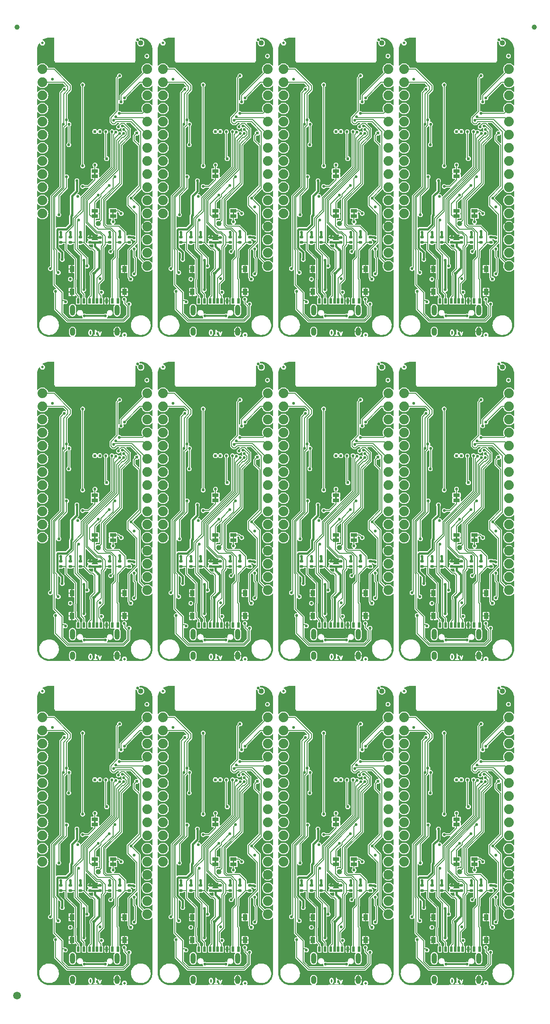
<source format=gbl>
%TF.GenerationSoftware,KiCad,Pcbnew,7.0.10*%
%TF.CreationDate,2024-01-23T14:15:21-07:00*%
%TF.ProjectId,SparkFun_Thing_Plus_ESP32-S3_panelized,53706172-6b46-4756-9e5f-5468696e675f,rev?*%
%TF.SameCoordinates,Original*%
%TF.FileFunction,Copper,L4,Bot*%
%TF.FilePolarity,Positive*%
%FSLAX46Y46*%
G04 Gerber Fmt 4.6, Leading zero omitted, Abs format (unit mm)*
G04 Created by KiCad (PCBNEW 7.0.10) date 2024-01-23 14:15:21*
%MOMM*%
%LPD*%
G01*
G04 APERTURE LIST*
G04 Aperture macros list*
%AMRoundRect*
0 Rectangle with rounded corners*
0 $1 Rounding radius*
0 $2 $3 $4 $5 $6 $7 $8 $9 X,Y pos of 4 corners*
0 Add a 4 corners polygon primitive as box body*
4,1,4,$2,$3,$4,$5,$6,$7,$8,$9,$2,$3,0*
0 Add four circle primitives for the rounded corners*
1,1,$1+$1,$2,$3*
1,1,$1+$1,$4,$5*
1,1,$1+$1,$6,$7*
1,1,$1+$1,$8,$9*
0 Add four rect primitives between the rounded corners*
20,1,$1+$1,$2,$3,$4,$5,0*
20,1,$1+$1,$4,$5,$6,$7,0*
20,1,$1+$1,$6,$7,$8,$9,0*
20,1,$1+$1,$8,$9,$2,$3,0*%
G04 Aperture macros list end*
%ADD10C,0.250000*%
%TA.AperFunction,SMDPad,CuDef*%
%ADD11C,1.000000*%
%TD*%
%TA.AperFunction,SMDPad,CuDef*%
%ADD12C,1.500000*%
%TD*%
%TA.AperFunction,SMDPad,CuDef*%
%ADD13RoundRect,0.135000X-0.185000X0.135000X-0.185000X-0.135000X0.185000X-0.135000X0.185000X0.135000X0*%
%TD*%
%TA.AperFunction,SMDPad,CuDef*%
%ADD14R,1.270000X0.660400*%
%TD*%
%TA.AperFunction,SMDPad,CuDef*%
%ADD15RoundRect,0.140000X0.170000X-0.140000X0.170000X0.140000X-0.170000X0.140000X-0.170000X-0.140000X0*%
%TD*%
%TA.AperFunction,SMDPad,CuDef*%
%ADD16RoundRect,0.508000X0.000000X0.000000X0.000000X0.000000X0.000000X0.000000X0.000000X0.000000X0*%
%TD*%
%TA.AperFunction,SMDPad,CuDef*%
%ADD17C,0.500000*%
%TD*%
%TA.AperFunction,SMDPad,CuDef*%
%ADD18R,0.500000X1.000000*%
%TD*%
%TA.AperFunction,SMDPad,CuDef*%
%ADD19R,0.950000X1.200000*%
%TD*%
%TA.AperFunction,ComponentPad*%
%ADD20C,1.879600*%
%TD*%
%TA.AperFunction,ComponentPad*%
%ADD21O,1.000000X1.600000*%
%TD*%
%TA.AperFunction,ComponentPad*%
%ADD22O,1.000000X2.100000*%
%TD*%
%TA.AperFunction,ViaPad*%
%ADD23C,0.609600*%
%TD*%
%TA.AperFunction,ViaPad*%
%ADD24C,0.560000*%
%TD*%
%TA.AperFunction,Conductor*%
%ADD25C,0.152400*%
%TD*%
%TA.AperFunction,Conductor*%
%ADD26C,0.348996*%
%TD*%
%TA.AperFunction,Conductor*%
%ADD27C,0.406400*%
%TD*%
G04 APERTURE END LIST*
D10*
G36*
X80721668Y126876031D02*
G01*
X80740600Y126857098D01*
X80773010Y126792277D01*
X80813570Y126630040D01*
X80813570Y126422723D01*
X80773010Y126260487D01*
X80740599Y126195664D01*
X80721668Y126176732D01*
X80670967Y126151381D01*
X80634746Y126151381D01*
X80584044Y126176732D01*
X80565112Y126195664D01*
X80532701Y126260485D01*
X80492142Y126422723D01*
X80492142Y126630040D01*
X80532701Y126792278D01*
X80565111Y126857099D01*
X80584044Y126876031D01*
X80634746Y126901381D01*
X80670967Y126901381D01*
X80721668Y126876031D01*
G37*
G36*
X82965092Y125758524D02*
G01*
X80099285Y125758524D01*
X80099285Y126407334D01*
X80242142Y126407334D01*
X80243100Y126404071D01*
X80245874Y126377017D01*
X80293493Y126186541D01*
X80295712Y126182759D01*
X80302958Y126160956D01*
X80350576Y126065719D01*
X80352171Y126064005D01*
X80352669Y126061715D01*
X80373991Y126033233D01*
X80421610Y125985613D01*
X80423666Y125984491D01*
X80424863Y125982475D01*
X80454097Y125962197D01*
X80549335Y125914578D01*
X80560485Y125912572D01*
X80570020Y125906444D01*
X80605237Y125901381D01*
X80700475Y125901381D01*
X80711347Y125904574D01*
X80722613Y125903357D01*
X80756377Y125914578D01*
X80851614Y125962196D01*
X80853329Y125963792D01*
X80855620Y125964290D01*
X80884102Y125985613D01*
X80907081Y126008592D01*
X81195795Y126008592D01*
X81225054Y125944523D01*
X81284306Y125906444D01*
X81319523Y125901381D01*
X81890951Y125901381D01*
X81958531Y125921224D01*
X82004655Y125974454D01*
X82014679Y126044170D01*
X81985420Y126108239D01*
X81926168Y126146318D01*
X81890951Y126151381D01*
X81730237Y126151381D01*
X81730237Y126683124D01*
X81739811Y126676483D01*
X81835049Y126628864D01*
X81904368Y126616389D01*
X81969428Y126643372D01*
X81998910Y126685874D01*
X82099491Y126685874D01*
X82106567Y126651006D01*
X82344662Y125984339D01*
X82361315Y125961432D01*
X82375235Y125936766D01*
X82381748Y125933327D01*
X82386079Y125927370D01*
X82412471Y125917104D01*
X82437518Y125903878D01*
X82444856Y125904507D01*
X82451721Y125901836D01*
X82479478Y125907470D01*
X82507696Y125909884D01*
X82513529Y125914380D01*
X82520747Y125915844D01*
X82541050Y125935589D01*
X82563485Y125952877D01*
X82568399Y125962184D01*
X82571242Y125964948D01*
X82572327Y125969624D01*
X82580098Y125984339D01*
X82818193Y126651006D01*
X82822235Y126721323D01*
X82787619Y126782663D01*
X82725336Y126815551D01*
X82655159Y126809545D01*
X82599370Y126766552D01*
X82582757Y126735090D01*
X82462380Y126398034D01*
X82342003Y126735090D01*
X82300586Y126792059D01*
X82234944Y126817593D01*
X82165918Y126803585D01*
X82115423Y126754482D01*
X82099491Y126685874D01*
X81998910Y126685874D01*
X82009572Y126701245D01*
X82012054Y126771635D01*
X81976087Y126832193D01*
X81946852Y126852471D01*
X81869756Y126891019D01*
X81797615Y126963160D01*
X81709243Y127095719D01*
X81683008Y127117691D01*
X81657164Y127140085D01*
X81656083Y127140241D01*
X81655246Y127140942D01*
X81621313Y127145240D01*
X81587448Y127150109D01*
X81586453Y127149655D01*
X81585371Y127149792D01*
X81554520Y127135072D01*
X81523379Y127120850D01*
X81522788Y127119931D01*
X81521804Y127119461D01*
X81503811Y127090403D01*
X81485300Y127061598D01*
X81485095Y127060176D01*
X81484725Y127059577D01*
X81484754Y127057806D01*
X81480237Y127026381D01*
X81480237Y126151381D01*
X81319523Y126151381D01*
X81251943Y126131538D01*
X81205819Y126078308D01*
X81195795Y126008592D01*
X80907081Y126008592D01*
X80931721Y126033232D01*
X80932843Y126035289D01*
X80934857Y126036484D01*
X80955135Y126065718D01*
X81002754Y126160956D01*
X81003529Y126165267D01*
X81012219Y126186541D01*
X81059838Y126377017D01*
X81059699Y126380415D01*
X81063570Y126407334D01*
X81063570Y126645429D01*
X81062611Y126648692D01*
X81059838Y126675746D01*
X81012219Y126866222D01*
X81010000Y126870005D01*
X81002754Y126891807D01*
X80955135Y126987045D01*
X80953540Y126988760D01*
X80953042Y126991049D01*
X80931720Y127019532D01*
X80884101Y127067150D01*
X80882046Y127068272D01*
X80880849Y127070288D01*
X80851614Y127090566D01*
X80756377Y127138184D01*
X80745226Y127140191D01*
X80735692Y127146318D01*
X80700475Y127151381D01*
X80605237Y127151381D01*
X80594364Y127148189D01*
X80583098Y127149405D01*
X80549335Y127138184D01*
X80454097Y127090565D01*
X80452382Y127088971D01*
X80450093Y127088472D01*
X80421610Y127067150D01*
X80373992Y127019531D01*
X80372870Y127017477D01*
X80370854Y127016279D01*
X80350576Y126987044D01*
X80302958Y126891807D01*
X80302182Y126887496D01*
X80293493Y126866222D01*
X80245874Y126675746D01*
X80246012Y126672349D01*
X80242142Y126645429D01*
X80242142Y126407334D01*
X80099285Y126407334D01*
X80099285Y127294238D01*
X82965092Y127294238D01*
X82965092Y125758524D01*
G37*
G36*
X80721668Y64146031D02*
G01*
X80740600Y64127098D01*
X80773010Y64062277D01*
X80813570Y63900040D01*
X80813570Y63692723D01*
X80773010Y63530487D01*
X80740599Y63465664D01*
X80721668Y63446732D01*
X80670967Y63421381D01*
X80634746Y63421381D01*
X80584044Y63446732D01*
X80565112Y63465664D01*
X80532701Y63530485D01*
X80492142Y63692723D01*
X80492142Y63900040D01*
X80532701Y64062278D01*
X80565111Y64127099D01*
X80584044Y64146031D01*
X80634746Y64171381D01*
X80670967Y64171381D01*
X80721668Y64146031D01*
G37*
G36*
X82965092Y63028524D02*
G01*
X80099285Y63028524D01*
X80099285Y63677334D01*
X80242142Y63677334D01*
X80243100Y63674071D01*
X80245874Y63647017D01*
X80293493Y63456541D01*
X80295712Y63452759D01*
X80302958Y63430956D01*
X80350576Y63335719D01*
X80352171Y63334005D01*
X80352669Y63331715D01*
X80373991Y63303233D01*
X80421610Y63255613D01*
X80423666Y63254491D01*
X80424863Y63252475D01*
X80454097Y63232197D01*
X80549335Y63184578D01*
X80560485Y63182572D01*
X80570020Y63176444D01*
X80605237Y63171381D01*
X80700475Y63171381D01*
X80711347Y63174574D01*
X80722613Y63173357D01*
X80756377Y63184578D01*
X80851614Y63232196D01*
X80853329Y63233792D01*
X80855620Y63234290D01*
X80884102Y63255613D01*
X80907081Y63278592D01*
X81195795Y63278592D01*
X81225054Y63214523D01*
X81284306Y63176444D01*
X81319523Y63171381D01*
X81890951Y63171381D01*
X81958531Y63191224D01*
X82004655Y63244454D01*
X82014679Y63314170D01*
X81985420Y63378239D01*
X81926168Y63416318D01*
X81890951Y63421381D01*
X81730237Y63421381D01*
X81730237Y63953124D01*
X81739811Y63946483D01*
X81835049Y63898864D01*
X81904368Y63886389D01*
X81969428Y63913372D01*
X81998910Y63955874D01*
X82099491Y63955874D01*
X82106567Y63921006D01*
X82344662Y63254339D01*
X82361315Y63231432D01*
X82375235Y63206766D01*
X82381748Y63203327D01*
X82386079Y63197370D01*
X82412471Y63187104D01*
X82437518Y63173878D01*
X82444856Y63174507D01*
X82451721Y63171836D01*
X82479478Y63177470D01*
X82507696Y63179884D01*
X82513529Y63184380D01*
X82520747Y63185844D01*
X82541050Y63205589D01*
X82563485Y63222877D01*
X82568399Y63232184D01*
X82571242Y63234948D01*
X82572327Y63239624D01*
X82580098Y63254339D01*
X82818193Y63921006D01*
X82822235Y63991323D01*
X82787619Y64052663D01*
X82725336Y64085551D01*
X82655159Y64079545D01*
X82599370Y64036552D01*
X82582757Y64005090D01*
X82462380Y63668034D01*
X82342003Y64005090D01*
X82300586Y64062059D01*
X82234944Y64087593D01*
X82165918Y64073585D01*
X82115423Y64024482D01*
X82099491Y63955874D01*
X81998910Y63955874D01*
X82009572Y63971245D01*
X82012054Y64041635D01*
X81976087Y64102193D01*
X81946852Y64122471D01*
X81869756Y64161019D01*
X81797615Y64233160D01*
X81709243Y64365719D01*
X81683008Y64387691D01*
X81657164Y64410085D01*
X81656083Y64410241D01*
X81655246Y64410942D01*
X81621313Y64415240D01*
X81587448Y64420109D01*
X81586453Y64419655D01*
X81585371Y64419792D01*
X81554520Y64405072D01*
X81523379Y64390850D01*
X81522788Y64389931D01*
X81521804Y64389461D01*
X81503811Y64360403D01*
X81485300Y64331598D01*
X81485095Y64330176D01*
X81484725Y64329577D01*
X81484754Y64327806D01*
X81480237Y64296381D01*
X81480237Y63421381D01*
X81319523Y63421381D01*
X81251943Y63401538D01*
X81205819Y63348308D01*
X81195795Y63278592D01*
X80907081Y63278592D01*
X80931721Y63303232D01*
X80932843Y63305289D01*
X80934857Y63306484D01*
X80955135Y63335718D01*
X81002754Y63430956D01*
X81003529Y63435267D01*
X81012219Y63456541D01*
X81059838Y63647017D01*
X81059699Y63650415D01*
X81063570Y63677334D01*
X81063570Y63915429D01*
X81062611Y63918692D01*
X81059838Y63945746D01*
X81012219Y64136222D01*
X81010000Y64140005D01*
X81002754Y64161807D01*
X80955135Y64257045D01*
X80953540Y64258760D01*
X80953042Y64261049D01*
X80931720Y64289532D01*
X80884101Y64337150D01*
X80882046Y64338272D01*
X80880849Y64340288D01*
X80851614Y64360566D01*
X80756377Y64408184D01*
X80745226Y64410191D01*
X80735692Y64416318D01*
X80700475Y64421381D01*
X80605237Y64421381D01*
X80594364Y64418189D01*
X80583098Y64419405D01*
X80549335Y64408184D01*
X80454097Y64360565D01*
X80452382Y64358971D01*
X80450093Y64358472D01*
X80421610Y64337150D01*
X80373992Y64289531D01*
X80372870Y64287477D01*
X80370854Y64286279D01*
X80350576Y64257044D01*
X80302958Y64161807D01*
X80302182Y64157496D01*
X80293493Y64136222D01*
X80245874Y63945746D01*
X80246012Y63942349D01*
X80242142Y63915429D01*
X80242142Y63677334D01*
X80099285Y63677334D01*
X80099285Y64564238D01*
X82965092Y64564238D01*
X82965092Y63028524D01*
G37*
G36*
X80721668Y1416031D02*
G01*
X80740600Y1397098D01*
X80773010Y1332277D01*
X80813570Y1170040D01*
X80813570Y962723D01*
X80773010Y800487D01*
X80740599Y735664D01*
X80721668Y716732D01*
X80670967Y691381D01*
X80634746Y691381D01*
X80584044Y716732D01*
X80565112Y735664D01*
X80532701Y800485D01*
X80492142Y962723D01*
X80492142Y1170040D01*
X80532701Y1332278D01*
X80565111Y1397099D01*
X80584044Y1416031D01*
X80634746Y1441381D01*
X80670967Y1441381D01*
X80721668Y1416031D01*
G37*
G36*
X82965092Y298524D02*
G01*
X80099285Y298524D01*
X80099285Y947334D01*
X80242142Y947334D01*
X80243100Y944071D01*
X80245874Y917017D01*
X80293493Y726541D01*
X80295712Y722759D01*
X80302958Y700956D01*
X80350576Y605719D01*
X80352171Y604005D01*
X80352669Y601715D01*
X80373991Y573233D01*
X80421610Y525613D01*
X80423666Y524491D01*
X80424863Y522475D01*
X80454097Y502197D01*
X80549335Y454578D01*
X80560485Y452572D01*
X80570020Y446444D01*
X80605237Y441381D01*
X80700475Y441381D01*
X80711347Y444574D01*
X80722613Y443357D01*
X80756377Y454578D01*
X80851614Y502196D01*
X80853329Y503792D01*
X80855620Y504290D01*
X80884102Y525613D01*
X80907081Y548592D01*
X81195795Y548592D01*
X81225054Y484523D01*
X81284306Y446444D01*
X81319523Y441381D01*
X81890951Y441381D01*
X81958531Y461224D01*
X82004655Y514454D01*
X82014679Y584170D01*
X81985420Y648239D01*
X81926168Y686318D01*
X81890951Y691381D01*
X81730237Y691381D01*
X81730237Y1223124D01*
X81739811Y1216483D01*
X81835049Y1168864D01*
X81904368Y1156389D01*
X81969428Y1183372D01*
X81998910Y1225874D01*
X82099491Y1225874D01*
X82106567Y1191006D01*
X82344662Y524339D01*
X82361315Y501432D01*
X82375235Y476766D01*
X82381748Y473327D01*
X82386079Y467370D01*
X82412471Y457104D01*
X82437518Y443878D01*
X82444856Y444507D01*
X82451721Y441836D01*
X82479478Y447470D01*
X82507696Y449884D01*
X82513529Y454380D01*
X82520747Y455844D01*
X82541050Y475589D01*
X82563485Y492877D01*
X82568399Y502184D01*
X82571242Y504948D01*
X82572327Y509624D01*
X82580098Y524339D01*
X82818193Y1191006D01*
X82822235Y1261323D01*
X82787619Y1322663D01*
X82725336Y1355551D01*
X82655159Y1349545D01*
X82599370Y1306552D01*
X82582757Y1275090D01*
X82462380Y938034D01*
X82342003Y1275090D01*
X82300586Y1332059D01*
X82234944Y1357593D01*
X82165918Y1343585D01*
X82115423Y1294482D01*
X82099491Y1225874D01*
X81998910Y1225874D01*
X82009572Y1241245D01*
X82012054Y1311635D01*
X81976087Y1372193D01*
X81946852Y1392471D01*
X81869756Y1431019D01*
X81797615Y1503160D01*
X81709243Y1635719D01*
X81683008Y1657691D01*
X81657164Y1680085D01*
X81656083Y1680241D01*
X81655246Y1680942D01*
X81621313Y1685240D01*
X81587448Y1690109D01*
X81586453Y1689655D01*
X81585371Y1689792D01*
X81554520Y1675072D01*
X81523379Y1660850D01*
X81522788Y1659931D01*
X81521804Y1659461D01*
X81503811Y1630403D01*
X81485300Y1601598D01*
X81485095Y1600176D01*
X81484725Y1599577D01*
X81484754Y1597806D01*
X81480237Y1566381D01*
X81480237Y691381D01*
X81319523Y691381D01*
X81251943Y671538D01*
X81205819Y618308D01*
X81195795Y548592D01*
X80907081Y548592D01*
X80931721Y573232D01*
X80932843Y575289D01*
X80934857Y576484D01*
X80955135Y605718D01*
X81002754Y700956D01*
X81003529Y705267D01*
X81012219Y726541D01*
X81059838Y917017D01*
X81059699Y920415D01*
X81063570Y947334D01*
X81063570Y1185429D01*
X81062611Y1188692D01*
X81059838Y1215746D01*
X81012219Y1406222D01*
X81010000Y1410005D01*
X81002754Y1431807D01*
X80955135Y1527045D01*
X80953540Y1528760D01*
X80953042Y1531049D01*
X80931720Y1559532D01*
X80884101Y1607150D01*
X80882046Y1608272D01*
X80880849Y1610288D01*
X80851614Y1630566D01*
X80756377Y1678184D01*
X80745226Y1680191D01*
X80735692Y1686318D01*
X80700475Y1691381D01*
X80605237Y1691381D01*
X80594364Y1688189D01*
X80583098Y1689405D01*
X80549335Y1678184D01*
X80454097Y1630565D01*
X80452382Y1628971D01*
X80450093Y1628472D01*
X80421610Y1607150D01*
X80373992Y1559531D01*
X80372870Y1557477D01*
X80370854Y1556279D01*
X80350576Y1527044D01*
X80302958Y1431807D01*
X80302182Y1427496D01*
X80293493Y1406222D01*
X80245874Y1215746D01*
X80246012Y1212349D01*
X80242142Y1185429D01*
X80242142Y947334D01*
X80099285Y947334D01*
X80099285Y1834238D01*
X82965092Y1834238D01*
X82965092Y298524D01*
G37*
G36*
X57361668Y126876031D02*
G01*
X57380600Y126857098D01*
X57413010Y126792277D01*
X57453570Y126630040D01*
X57453570Y126422723D01*
X57413010Y126260487D01*
X57380599Y126195664D01*
X57361668Y126176732D01*
X57310967Y126151381D01*
X57274746Y126151381D01*
X57224044Y126176732D01*
X57205112Y126195664D01*
X57172701Y126260485D01*
X57132142Y126422723D01*
X57132142Y126630040D01*
X57172701Y126792278D01*
X57205111Y126857099D01*
X57224044Y126876031D01*
X57274746Y126901381D01*
X57310967Y126901381D01*
X57361668Y126876031D01*
G37*
G36*
X59605092Y125758524D02*
G01*
X56739285Y125758524D01*
X56739285Y126407334D01*
X56882142Y126407334D01*
X56883100Y126404071D01*
X56885874Y126377017D01*
X56933493Y126186541D01*
X56935712Y126182759D01*
X56942958Y126160956D01*
X56990576Y126065719D01*
X56992171Y126064005D01*
X56992669Y126061715D01*
X57013991Y126033233D01*
X57061610Y125985613D01*
X57063666Y125984491D01*
X57064863Y125982475D01*
X57094097Y125962197D01*
X57189335Y125914578D01*
X57200485Y125912572D01*
X57210020Y125906444D01*
X57245237Y125901381D01*
X57340475Y125901381D01*
X57351347Y125904574D01*
X57362613Y125903357D01*
X57396377Y125914578D01*
X57491614Y125962196D01*
X57493329Y125963792D01*
X57495620Y125964290D01*
X57524102Y125985613D01*
X57547081Y126008592D01*
X57835795Y126008592D01*
X57865054Y125944523D01*
X57924306Y125906444D01*
X57959523Y125901381D01*
X58530951Y125901381D01*
X58598531Y125921224D01*
X58644655Y125974454D01*
X58654679Y126044170D01*
X58625420Y126108239D01*
X58566168Y126146318D01*
X58530951Y126151381D01*
X58370237Y126151381D01*
X58370237Y126683124D01*
X58379811Y126676483D01*
X58475049Y126628864D01*
X58544368Y126616389D01*
X58609428Y126643372D01*
X58638910Y126685874D01*
X58739491Y126685874D01*
X58746567Y126651006D01*
X58984662Y125984339D01*
X59001315Y125961432D01*
X59015235Y125936766D01*
X59021748Y125933327D01*
X59026079Y125927370D01*
X59052471Y125917104D01*
X59077518Y125903878D01*
X59084856Y125904507D01*
X59091721Y125901836D01*
X59119478Y125907470D01*
X59147696Y125909884D01*
X59153529Y125914380D01*
X59160747Y125915844D01*
X59181050Y125935589D01*
X59203485Y125952877D01*
X59208399Y125962184D01*
X59211242Y125964948D01*
X59212327Y125969624D01*
X59220098Y125984339D01*
X59458193Y126651006D01*
X59462235Y126721323D01*
X59427619Y126782663D01*
X59365336Y126815551D01*
X59295159Y126809545D01*
X59239370Y126766552D01*
X59222757Y126735090D01*
X59102380Y126398034D01*
X58982003Y126735090D01*
X58940586Y126792059D01*
X58874944Y126817593D01*
X58805918Y126803585D01*
X58755423Y126754482D01*
X58739491Y126685874D01*
X58638910Y126685874D01*
X58649572Y126701245D01*
X58652054Y126771635D01*
X58616087Y126832193D01*
X58586852Y126852471D01*
X58509756Y126891019D01*
X58437615Y126963160D01*
X58349243Y127095719D01*
X58323008Y127117691D01*
X58297164Y127140085D01*
X58296083Y127140241D01*
X58295246Y127140942D01*
X58261313Y127145240D01*
X58227448Y127150109D01*
X58226453Y127149655D01*
X58225371Y127149792D01*
X58194520Y127135072D01*
X58163379Y127120850D01*
X58162788Y127119931D01*
X58161804Y127119461D01*
X58143811Y127090403D01*
X58125300Y127061598D01*
X58125095Y127060176D01*
X58124725Y127059577D01*
X58124754Y127057806D01*
X58120237Y127026381D01*
X58120237Y126151381D01*
X57959523Y126151381D01*
X57891943Y126131538D01*
X57845819Y126078308D01*
X57835795Y126008592D01*
X57547081Y126008592D01*
X57571721Y126033232D01*
X57572843Y126035289D01*
X57574857Y126036484D01*
X57595135Y126065718D01*
X57642754Y126160956D01*
X57643529Y126165267D01*
X57652219Y126186541D01*
X57699838Y126377017D01*
X57699699Y126380415D01*
X57703570Y126407334D01*
X57703570Y126645429D01*
X57702611Y126648692D01*
X57699838Y126675746D01*
X57652219Y126866222D01*
X57650000Y126870005D01*
X57642754Y126891807D01*
X57595135Y126987045D01*
X57593540Y126988760D01*
X57593042Y126991049D01*
X57571720Y127019532D01*
X57524101Y127067150D01*
X57522046Y127068272D01*
X57520849Y127070288D01*
X57491614Y127090566D01*
X57396377Y127138184D01*
X57385226Y127140191D01*
X57375692Y127146318D01*
X57340475Y127151381D01*
X57245237Y127151381D01*
X57234364Y127148189D01*
X57223098Y127149405D01*
X57189335Y127138184D01*
X57094097Y127090565D01*
X57092382Y127088971D01*
X57090093Y127088472D01*
X57061610Y127067150D01*
X57013992Y127019531D01*
X57012870Y127017477D01*
X57010854Y127016279D01*
X56990576Y126987044D01*
X56942958Y126891807D01*
X56942182Y126887496D01*
X56933493Y126866222D01*
X56885874Y126675746D01*
X56886012Y126672349D01*
X56882142Y126645429D01*
X56882142Y126407334D01*
X56739285Y126407334D01*
X56739285Y127294238D01*
X59605092Y127294238D01*
X59605092Y125758524D01*
G37*
G36*
X57361668Y64146031D02*
G01*
X57380600Y64127098D01*
X57413010Y64062277D01*
X57453570Y63900040D01*
X57453570Y63692723D01*
X57413010Y63530487D01*
X57380599Y63465664D01*
X57361668Y63446732D01*
X57310967Y63421381D01*
X57274746Y63421381D01*
X57224044Y63446732D01*
X57205112Y63465664D01*
X57172701Y63530485D01*
X57132142Y63692723D01*
X57132142Y63900040D01*
X57172701Y64062278D01*
X57205111Y64127099D01*
X57224044Y64146031D01*
X57274746Y64171381D01*
X57310967Y64171381D01*
X57361668Y64146031D01*
G37*
G36*
X59605092Y63028524D02*
G01*
X56739285Y63028524D01*
X56739285Y63677334D01*
X56882142Y63677334D01*
X56883100Y63674071D01*
X56885874Y63647017D01*
X56933493Y63456541D01*
X56935712Y63452759D01*
X56942958Y63430956D01*
X56990576Y63335719D01*
X56992171Y63334005D01*
X56992669Y63331715D01*
X57013991Y63303233D01*
X57061610Y63255613D01*
X57063666Y63254491D01*
X57064863Y63252475D01*
X57094097Y63232197D01*
X57189335Y63184578D01*
X57200485Y63182572D01*
X57210020Y63176444D01*
X57245237Y63171381D01*
X57340475Y63171381D01*
X57351347Y63174574D01*
X57362613Y63173357D01*
X57396377Y63184578D01*
X57491614Y63232196D01*
X57493329Y63233792D01*
X57495620Y63234290D01*
X57524102Y63255613D01*
X57547081Y63278592D01*
X57835795Y63278592D01*
X57865054Y63214523D01*
X57924306Y63176444D01*
X57959523Y63171381D01*
X58530951Y63171381D01*
X58598531Y63191224D01*
X58644655Y63244454D01*
X58654679Y63314170D01*
X58625420Y63378239D01*
X58566168Y63416318D01*
X58530951Y63421381D01*
X58370237Y63421381D01*
X58370237Y63953124D01*
X58379811Y63946483D01*
X58475049Y63898864D01*
X58544368Y63886389D01*
X58609428Y63913372D01*
X58638910Y63955874D01*
X58739491Y63955874D01*
X58746567Y63921006D01*
X58984662Y63254339D01*
X59001315Y63231432D01*
X59015235Y63206766D01*
X59021748Y63203327D01*
X59026079Y63197370D01*
X59052471Y63187104D01*
X59077518Y63173878D01*
X59084856Y63174507D01*
X59091721Y63171836D01*
X59119478Y63177470D01*
X59147696Y63179884D01*
X59153529Y63184380D01*
X59160747Y63185844D01*
X59181050Y63205589D01*
X59203485Y63222877D01*
X59208399Y63232184D01*
X59211242Y63234948D01*
X59212327Y63239624D01*
X59220098Y63254339D01*
X59458193Y63921006D01*
X59462235Y63991323D01*
X59427619Y64052663D01*
X59365336Y64085551D01*
X59295159Y64079545D01*
X59239370Y64036552D01*
X59222757Y64005090D01*
X59102380Y63668034D01*
X58982003Y64005090D01*
X58940586Y64062059D01*
X58874944Y64087593D01*
X58805918Y64073585D01*
X58755423Y64024482D01*
X58739491Y63955874D01*
X58638910Y63955874D01*
X58649572Y63971245D01*
X58652054Y64041635D01*
X58616087Y64102193D01*
X58586852Y64122471D01*
X58509756Y64161019D01*
X58437615Y64233160D01*
X58349243Y64365719D01*
X58323008Y64387691D01*
X58297164Y64410085D01*
X58296083Y64410241D01*
X58295246Y64410942D01*
X58261313Y64415240D01*
X58227448Y64420109D01*
X58226453Y64419655D01*
X58225371Y64419792D01*
X58194520Y64405072D01*
X58163379Y64390850D01*
X58162788Y64389931D01*
X58161804Y64389461D01*
X58143811Y64360403D01*
X58125300Y64331598D01*
X58125095Y64330176D01*
X58124725Y64329577D01*
X58124754Y64327806D01*
X58120237Y64296381D01*
X58120237Y63421381D01*
X57959523Y63421381D01*
X57891943Y63401538D01*
X57845819Y63348308D01*
X57835795Y63278592D01*
X57547081Y63278592D01*
X57571721Y63303232D01*
X57572843Y63305289D01*
X57574857Y63306484D01*
X57595135Y63335718D01*
X57642754Y63430956D01*
X57643529Y63435267D01*
X57652219Y63456541D01*
X57699838Y63647017D01*
X57699699Y63650415D01*
X57703570Y63677334D01*
X57703570Y63915429D01*
X57702611Y63918692D01*
X57699838Y63945746D01*
X57652219Y64136222D01*
X57650000Y64140005D01*
X57642754Y64161807D01*
X57595135Y64257045D01*
X57593540Y64258760D01*
X57593042Y64261049D01*
X57571720Y64289532D01*
X57524101Y64337150D01*
X57522046Y64338272D01*
X57520849Y64340288D01*
X57491614Y64360566D01*
X57396377Y64408184D01*
X57385226Y64410191D01*
X57375692Y64416318D01*
X57340475Y64421381D01*
X57245237Y64421381D01*
X57234364Y64418189D01*
X57223098Y64419405D01*
X57189335Y64408184D01*
X57094097Y64360565D01*
X57092382Y64358971D01*
X57090093Y64358472D01*
X57061610Y64337150D01*
X57013992Y64289531D01*
X57012870Y64287477D01*
X57010854Y64286279D01*
X56990576Y64257044D01*
X56942958Y64161807D01*
X56942182Y64157496D01*
X56933493Y64136222D01*
X56885874Y63945746D01*
X56886012Y63942349D01*
X56882142Y63915429D01*
X56882142Y63677334D01*
X56739285Y63677334D01*
X56739285Y64564238D01*
X59605092Y64564238D01*
X59605092Y63028524D01*
G37*
G36*
X57361668Y1416031D02*
G01*
X57380600Y1397098D01*
X57413010Y1332277D01*
X57453570Y1170040D01*
X57453570Y962723D01*
X57413010Y800487D01*
X57380599Y735664D01*
X57361668Y716732D01*
X57310967Y691381D01*
X57274746Y691381D01*
X57224044Y716732D01*
X57205112Y735664D01*
X57172701Y800485D01*
X57132142Y962723D01*
X57132142Y1170040D01*
X57172701Y1332278D01*
X57205111Y1397099D01*
X57224044Y1416031D01*
X57274746Y1441381D01*
X57310967Y1441381D01*
X57361668Y1416031D01*
G37*
G36*
X59605092Y298524D02*
G01*
X56739285Y298524D01*
X56739285Y947334D01*
X56882142Y947334D01*
X56883100Y944071D01*
X56885874Y917017D01*
X56933493Y726541D01*
X56935712Y722759D01*
X56942958Y700956D01*
X56990576Y605719D01*
X56992171Y604005D01*
X56992669Y601715D01*
X57013991Y573233D01*
X57061610Y525613D01*
X57063666Y524491D01*
X57064863Y522475D01*
X57094097Y502197D01*
X57189335Y454578D01*
X57200485Y452572D01*
X57210020Y446444D01*
X57245237Y441381D01*
X57340475Y441381D01*
X57351347Y444574D01*
X57362613Y443357D01*
X57396377Y454578D01*
X57491614Y502196D01*
X57493329Y503792D01*
X57495620Y504290D01*
X57524102Y525613D01*
X57547081Y548592D01*
X57835795Y548592D01*
X57865054Y484523D01*
X57924306Y446444D01*
X57959523Y441381D01*
X58530951Y441381D01*
X58598531Y461224D01*
X58644655Y514454D01*
X58654679Y584170D01*
X58625420Y648239D01*
X58566168Y686318D01*
X58530951Y691381D01*
X58370237Y691381D01*
X58370237Y1223124D01*
X58379811Y1216483D01*
X58475049Y1168864D01*
X58544368Y1156389D01*
X58609428Y1183372D01*
X58638910Y1225874D01*
X58739491Y1225874D01*
X58746567Y1191006D01*
X58984662Y524339D01*
X59001315Y501432D01*
X59015235Y476766D01*
X59021748Y473327D01*
X59026079Y467370D01*
X59052471Y457104D01*
X59077518Y443878D01*
X59084856Y444507D01*
X59091721Y441836D01*
X59119478Y447470D01*
X59147696Y449884D01*
X59153529Y454380D01*
X59160747Y455844D01*
X59181050Y475589D01*
X59203485Y492877D01*
X59208399Y502184D01*
X59211242Y504948D01*
X59212327Y509624D01*
X59220098Y524339D01*
X59458193Y1191006D01*
X59462235Y1261323D01*
X59427619Y1322663D01*
X59365336Y1355551D01*
X59295159Y1349545D01*
X59239370Y1306552D01*
X59222757Y1275090D01*
X59102380Y938034D01*
X58982003Y1275090D01*
X58940586Y1332059D01*
X58874944Y1357593D01*
X58805918Y1343585D01*
X58755423Y1294482D01*
X58739491Y1225874D01*
X58638910Y1225874D01*
X58649572Y1241245D01*
X58652054Y1311635D01*
X58616087Y1372193D01*
X58586852Y1392471D01*
X58509756Y1431019D01*
X58437615Y1503160D01*
X58349243Y1635719D01*
X58323008Y1657691D01*
X58297164Y1680085D01*
X58296083Y1680241D01*
X58295246Y1680942D01*
X58261313Y1685240D01*
X58227448Y1690109D01*
X58226453Y1689655D01*
X58225371Y1689792D01*
X58194520Y1675072D01*
X58163379Y1660850D01*
X58162788Y1659931D01*
X58161804Y1659461D01*
X58143811Y1630403D01*
X58125300Y1601598D01*
X58125095Y1600176D01*
X58124725Y1599577D01*
X58124754Y1597806D01*
X58120237Y1566381D01*
X58120237Y691381D01*
X57959523Y691381D01*
X57891943Y671538D01*
X57845819Y618308D01*
X57835795Y548592D01*
X57547081Y548592D01*
X57571721Y573232D01*
X57572843Y575289D01*
X57574857Y576484D01*
X57595135Y605718D01*
X57642754Y700956D01*
X57643529Y705267D01*
X57652219Y726541D01*
X57699838Y917017D01*
X57699699Y920415D01*
X57703570Y947334D01*
X57703570Y1185429D01*
X57702611Y1188692D01*
X57699838Y1215746D01*
X57652219Y1406222D01*
X57650000Y1410005D01*
X57642754Y1431807D01*
X57595135Y1527045D01*
X57593540Y1528760D01*
X57593042Y1531049D01*
X57571720Y1559532D01*
X57524101Y1607150D01*
X57522046Y1608272D01*
X57520849Y1610288D01*
X57491614Y1630566D01*
X57396377Y1678184D01*
X57385226Y1680191D01*
X57375692Y1686318D01*
X57340475Y1691381D01*
X57245237Y1691381D01*
X57234364Y1688189D01*
X57223098Y1689405D01*
X57189335Y1678184D01*
X57094097Y1630565D01*
X57092382Y1628971D01*
X57090093Y1628472D01*
X57061610Y1607150D01*
X57013992Y1559531D01*
X57012870Y1557477D01*
X57010854Y1556279D01*
X56990576Y1527044D01*
X56942958Y1431807D01*
X56942182Y1427496D01*
X56933493Y1406222D01*
X56885874Y1215746D01*
X56886012Y1212349D01*
X56882142Y1185429D01*
X56882142Y947334D01*
X56739285Y947334D01*
X56739285Y1834238D01*
X59605092Y1834238D01*
X59605092Y298524D01*
G37*
G36*
X34001668Y126876031D02*
G01*
X34020600Y126857098D01*
X34053010Y126792277D01*
X34093570Y126630040D01*
X34093570Y126422723D01*
X34053010Y126260487D01*
X34020599Y126195664D01*
X34001668Y126176732D01*
X33950967Y126151381D01*
X33914746Y126151381D01*
X33864044Y126176732D01*
X33845112Y126195664D01*
X33812701Y126260485D01*
X33772142Y126422723D01*
X33772142Y126630040D01*
X33812701Y126792278D01*
X33845111Y126857099D01*
X33864044Y126876031D01*
X33914746Y126901381D01*
X33950967Y126901381D01*
X34001668Y126876031D01*
G37*
G36*
X36245092Y125758524D02*
G01*
X33379285Y125758524D01*
X33379285Y126407334D01*
X33522142Y126407334D01*
X33523100Y126404071D01*
X33525874Y126377017D01*
X33573493Y126186541D01*
X33575712Y126182759D01*
X33582958Y126160956D01*
X33630576Y126065719D01*
X33632171Y126064005D01*
X33632669Y126061715D01*
X33653991Y126033233D01*
X33701610Y125985613D01*
X33703666Y125984491D01*
X33704863Y125982475D01*
X33734097Y125962197D01*
X33829335Y125914578D01*
X33840485Y125912572D01*
X33850020Y125906444D01*
X33885237Y125901381D01*
X33980475Y125901381D01*
X33991347Y125904574D01*
X34002613Y125903357D01*
X34036377Y125914578D01*
X34131614Y125962196D01*
X34133329Y125963792D01*
X34135620Y125964290D01*
X34164102Y125985613D01*
X34187081Y126008592D01*
X34475795Y126008592D01*
X34505054Y125944523D01*
X34564306Y125906444D01*
X34599523Y125901381D01*
X35170951Y125901381D01*
X35238531Y125921224D01*
X35284655Y125974454D01*
X35294679Y126044170D01*
X35265420Y126108239D01*
X35206168Y126146318D01*
X35170951Y126151381D01*
X35010237Y126151381D01*
X35010237Y126683124D01*
X35019811Y126676483D01*
X35115049Y126628864D01*
X35184368Y126616389D01*
X35249428Y126643372D01*
X35278910Y126685874D01*
X35379491Y126685874D01*
X35386567Y126651006D01*
X35624662Y125984339D01*
X35641315Y125961432D01*
X35655235Y125936766D01*
X35661748Y125933327D01*
X35666079Y125927370D01*
X35692471Y125917104D01*
X35717518Y125903878D01*
X35724856Y125904507D01*
X35731721Y125901836D01*
X35759478Y125907470D01*
X35787696Y125909884D01*
X35793529Y125914380D01*
X35800747Y125915844D01*
X35821050Y125935589D01*
X35843485Y125952877D01*
X35848399Y125962184D01*
X35851242Y125964948D01*
X35852327Y125969624D01*
X35860098Y125984339D01*
X36098193Y126651006D01*
X36102235Y126721323D01*
X36067619Y126782663D01*
X36005336Y126815551D01*
X35935159Y126809545D01*
X35879370Y126766552D01*
X35862757Y126735090D01*
X35742380Y126398034D01*
X35622003Y126735090D01*
X35580586Y126792059D01*
X35514944Y126817593D01*
X35445918Y126803585D01*
X35395423Y126754482D01*
X35379491Y126685874D01*
X35278910Y126685874D01*
X35289572Y126701245D01*
X35292054Y126771635D01*
X35256087Y126832193D01*
X35226852Y126852471D01*
X35149756Y126891019D01*
X35077615Y126963160D01*
X34989243Y127095719D01*
X34963008Y127117691D01*
X34937164Y127140085D01*
X34936083Y127140241D01*
X34935246Y127140942D01*
X34901313Y127145240D01*
X34867448Y127150109D01*
X34866453Y127149655D01*
X34865371Y127149792D01*
X34834520Y127135072D01*
X34803379Y127120850D01*
X34802788Y127119931D01*
X34801804Y127119461D01*
X34783811Y127090403D01*
X34765300Y127061598D01*
X34765095Y127060176D01*
X34764725Y127059577D01*
X34764754Y127057806D01*
X34760237Y127026381D01*
X34760237Y126151381D01*
X34599523Y126151381D01*
X34531943Y126131538D01*
X34485819Y126078308D01*
X34475795Y126008592D01*
X34187081Y126008592D01*
X34211721Y126033232D01*
X34212843Y126035289D01*
X34214857Y126036484D01*
X34235135Y126065718D01*
X34282754Y126160956D01*
X34283529Y126165267D01*
X34292219Y126186541D01*
X34339838Y126377017D01*
X34339699Y126380415D01*
X34343570Y126407334D01*
X34343570Y126645429D01*
X34342611Y126648692D01*
X34339838Y126675746D01*
X34292219Y126866222D01*
X34290000Y126870005D01*
X34282754Y126891807D01*
X34235135Y126987045D01*
X34233540Y126988760D01*
X34233042Y126991049D01*
X34211720Y127019532D01*
X34164101Y127067150D01*
X34162046Y127068272D01*
X34160849Y127070288D01*
X34131614Y127090566D01*
X34036377Y127138184D01*
X34025226Y127140191D01*
X34015692Y127146318D01*
X33980475Y127151381D01*
X33885237Y127151381D01*
X33874364Y127148189D01*
X33863098Y127149405D01*
X33829335Y127138184D01*
X33734097Y127090565D01*
X33732382Y127088971D01*
X33730093Y127088472D01*
X33701610Y127067150D01*
X33653992Y127019531D01*
X33652870Y127017477D01*
X33650854Y127016279D01*
X33630576Y126987044D01*
X33582958Y126891807D01*
X33582182Y126887496D01*
X33573493Y126866222D01*
X33525874Y126675746D01*
X33526012Y126672349D01*
X33522142Y126645429D01*
X33522142Y126407334D01*
X33379285Y126407334D01*
X33379285Y127294238D01*
X36245092Y127294238D01*
X36245092Y125758524D01*
G37*
G36*
X34001668Y64146031D02*
G01*
X34020600Y64127098D01*
X34053010Y64062277D01*
X34093570Y63900040D01*
X34093570Y63692723D01*
X34053010Y63530487D01*
X34020599Y63465664D01*
X34001668Y63446732D01*
X33950967Y63421381D01*
X33914746Y63421381D01*
X33864044Y63446732D01*
X33845112Y63465664D01*
X33812701Y63530485D01*
X33772142Y63692723D01*
X33772142Y63900040D01*
X33812701Y64062278D01*
X33845111Y64127099D01*
X33864044Y64146031D01*
X33914746Y64171381D01*
X33950967Y64171381D01*
X34001668Y64146031D01*
G37*
G36*
X36245092Y63028524D02*
G01*
X33379285Y63028524D01*
X33379285Y63677334D01*
X33522142Y63677334D01*
X33523100Y63674071D01*
X33525874Y63647017D01*
X33573493Y63456541D01*
X33575712Y63452759D01*
X33582958Y63430956D01*
X33630576Y63335719D01*
X33632171Y63334005D01*
X33632669Y63331715D01*
X33653991Y63303233D01*
X33701610Y63255613D01*
X33703666Y63254491D01*
X33704863Y63252475D01*
X33734097Y63232197D01*
X33829335Y63184578D01*
X33840485Y63182572D01*
X33850020Y63176444D01*
X33885237Y63171381D01*
X33980475Y63171381D01*
X33991347Y63174574D01*
X34002613Y63173357D01*
X34036377Y63184578D01*
X34131614Y63232196D01*
X34133329Y63233792D01*
X34135620Y63234290D01*
X34164102Y63255613D01*
X34187081Y63278592D01*
X34475795Y63278592D01*
X34505054Y63214523D01*
X34564306Y63176444D01*
X34599523Y63171381D01*
X35170951Y63171381D01*
X35238531Y63191224D01*
X35284655Y63244454D01*
X35294679Y63314170D01*
X35265420Y63378239D01*
X35206168Y63416318D01*
X35170951Y63421381D01*
X35010237Y63421381D01*
X35010237Y63953124D01*
X35019811Y63946483D01*
X35115049Y63898864D01*
X35184368Y63886389D01*
X35249428Y63913372D01*
X35278910Y63955874D01*
X35379491Y63955874D01*
X35386567Y63921006D01*
X35624662Y63254339D01*
X35641315Y63231432D01*
X35655235Y63206766D01*
X35661748Y63203327D01*
X35666079Y63197370D01*
X35692471Y63187104D01*
X35717518Y63173878D01*
X35724856Y63174507D01*
X35731721Y63171836D01*
X35759478Y63177470D01*
X35787696Y63179884D01*
X35793529Y63184380D01*
X35800747Y63185844D01*
X35821050Y63205589D01*
X35843485Y63222877D01*
X35848399Y63232184D01*
X35851242Y63234948D01*
X35852327Y63239624D01*
X35860098Y63254339D01*
X36098193Y63921006D01*
X36102235Y63991323D01*
X36067619Y64052663D01*
X36005336Y64085551D01*
X35935159Y64079545D01*
X35879370Y64036552D01*
X35862757Y64005090D01*
X35742380Y63668034D01*
X35622003Y64005090D01*
X35580586Y64062059D01*
X35514944Y64087593D01*
X35445918Y64073585D01*
X35395423Y64024482D01*
X35379491Y63955874D01*
X35278910Y63955874D01*
X35289572Y63971245D01*
X35292054Y64041635D01*
X35256087Y64102193D01*
X35226852Y64122471D01*
X35149756Y64161019D01*
X35077615Y64233160D01*
X34989243Y64365719D01*
X34963008Y64387691D01*
X34937164Y64410085D01*
X34936083Y64410241D01*
X34935246Y64410942D01*
X34901313Y64415240D01*
X34867448Y64420109D01*
X34866453Y64419655D01*
X34865371Y64419792D01*
X34834520Y64405072D01*
X34803379Y64390850D01*
X34802788Y64389931D01*
X34801804Y64389461D01*
X34783811Y64360403D01*
X34765300Y64331598D01*
X34765095Y64330176D01*
X34764725Y64329577D01*
X34764754Y64327806D01*
X34760237Y64296381D01*
X34760237Y63421381D01*
X34599523Y63421381D01*
X34531943Y63401538D01*
X34485819Y63348308D01*
X34475795Y63278592D01*
X34187081Y63278592D01*
X34211721Y63303232D01*
X34212843Y63305289D01*
X34214857Y63306484D01*
X34235135Y63335718D01*
X34282754Y63430956D01*
X34283529Y63435267D01*
X34292219Y63456541D01*
X34339838Y63647017D01*
X34339699Y63650415D01*
X34343570Y63677334D01*
X34343570Y63915429D01*
X34342611Y63918692D01*
X34339838Y63945746D01*
X34292219Y64136222D01*
X34290000Y64140005D01*
X34282754Y64161807D01*
X34235135Y64257045D01*
X34233540Y64258760D01*
X34233042Y64261049D01*
X34211720Y64289532D01*
X34164101Y64337150D01*
X34162046Y64338272D01*
X34160849Y64340288D01*
X34131614Y64360566D01*
X34036377Y64408184D01*
X34025226Y64410191D01*
X34015692Y64416318D01*
X33980475Y64421381D01*
X33885237Y64421381D01*
X33874364Y64418189D01*
X33863098Y64419405D01*
X33829335Y64408184D01*
X33734097Y64360565D01*
X33732382Y64358971D01*
X33730093Y64358472D01*
X33701610Y64337150D01*
X33653992Y64289531D01*
X33652870Y64287477D01*
X33650854Y64286279D01*
X33630576Y64257044D01*
X33582958Y64161807D01*
X33582182Y64157496D01*
X33573493Y64136222D01*
X33525874Y63945746D01*
X33526012Y63942349D01*
X33522142Y63915429D01*
X33522142Y63677334D01*
X33379285Y63677334D01*
X33379285Y64564238D01*
X36245092Y64564238D01*
X36245092Y63028524D01*
G37*
G36*
X34001668Y1416031D02*
G01*
X34020600Y1397098D01*
X34053010Y1332277D01*
X34093570Y1170040D01*
X34093570Y962723D01*
X34053010Y800487D01*
X34020599Y735664D01*
X34001668Y716732D01*
X33950967Y691381D01*
X33914746Y691381D01*
X33864044Y716732D01*
X33845112Y735664D01*
X33812701Y800485D01*
X33772142Y962723D01*
X33772142Y1170040D01*
X33812701Y1332278D01*
X33845111Y1397099D01*
X33864044Y1416031D01*
X33914746Y1441381D01*
X33950967Y1441381D01*
X34001668Y1416031D01*
G37*
G36*
X36245092Y298524D02*
G01*
X33379285Y298524D01*
X33379285Y947334D01*
X33522142Y947334D01*
X33523100Y944071D01*
X33525874Y917017D01*
X33573493Y726541D01*
X33575712Y722759D01*
X33582958Y700956D01*
X33630576Y605719D01*
X33632171Y604005D01*
X33632669Y601715D01*
X33653991Y573233D01*
X33701610Y525613D01*
X33703666Y524491D01*
X33704863Y522475D01*
X33734097Y502197D01*
X33829335Y454578D01*
X33840485Y452572D01*
X33850020Y446444D01*
X33885237Y441381D01*
X33980475Y441381D01*
X33991347Y444574D01*
X34002613Y443357D01*
X34036377Y454578D01*
X34131614Y502196D01*
X34133329Y503792D01*
X34135620Y504290D01*
X34164102Y525613D01*
X34187081Y548592D01*
X34475795Y548592D01*
X34505054Y484523D01*
X34564306Y446444D01*
X34599523Y441381D01*
X35170951Y441381D01*
X35238531Y461224D01*
X35284655Y514454D01*
X35294679Y584170D01*
X35265420Y648239D01*
X35206168Y686318D01*
X35170951Y691381D01*
X35010237Y691381D01*
X35010237Y1223124D01*
X35019811Y1216483D01*
X35115049Y1168864D01*
X35184368Y1156389D01*
X35249428Y1183372D01*
X35278910Y1225874D01*
X35379491Y1225874D01*
X35386567Y1191006D01*
X35624662Y524339D01*
X35641315Y501432D01*
X35655235Y476766D01*
X35661748Y473327D01*
X35666079Y467370D01*
X35692471Y457104D01*
X35717518Y443878D01*
X35724856Y444507D01*
X35731721Y441836D01*
X35759478Y447470D01*
X35787696Y449884D01*
X35793529Y454380D01*
X35800747Y455844D01*
X35821050Y475589D01*
X35843485Y492877D01*
X35848399Y502184D01*
X35851242Y504948D01*
X35852327Y509624D01*
X35860098Y524339D01*
X36098193Y1191006D01*
X36102235Y1261323D01*
X36067619Y1322663D01*
X36005336Y1355551D01*
X35935159Y1349545D01*
X35879370Y1306552D01*
X35862757Y1275090D01*
X35742380Y938034D01*
X35622003Y1275090D01*
X35580586Y1332059D01*
X35514944Y1357593D01*
X35445918Y1343585D01*
X35395423Y1294482D01*
X35379491Y1225874D01*
X35278910Y1225874D01*
X35289572Y1241245D01*
X35292054Y1311635D01*
X35256087Y1372193D01*
X35226852Y1392471D01*
X35149756Y1431019D01*
X35077615Y1503160D01*
X34989243Y1635719D01*
X34963008Y1657691D01*
X34937164Y1680085D01*
X34936083Y1680241D01*
X34935246Y1680942D01*
X34901313Y1685240D01*
X34867448Y1690109D01*
X34866453Y1689655D01*
X34865371Y1689792D01*
X34834520Y1675072D01*
X34803379Y1660850D01*
X34802788Y1659931D01*
X34801804Y1659461D01*
X34783811Y1630403D01*
X34765300Y1601598D01*
X34765095Y1600176D01*
X34764725Y1599577D01*
X34764754Y1597806D01*
X34760237Y1566381D01*
X34760237Y691381D01*
X34599523Y691381D01*
X34531943Y671538D01*
X34485819Y618308D01*
X34475795Y548592D01*
X34187081Y548592D01*
X34211721Y573232D01*
X34212843Y575289D01*
X34214857Y576484D01*
X34235135Y605718D01*
X34282754Y700956D01*
X34283529Y705267D01*
X34292219Y726541D01*
X34339838Y917017D01*
X34339699Y920415D01*
X34343570Y947334D01*
X34343570Y1185429D01*
X34342611Y1188692D01*
X34339838Y1215746D01*
X34292219Y1406222D01*
X34290000Y1410005D01*
X34282754Y1431807D01*
X34235135Y1527045D01*
X34233540Y1528760D01*
X34233042Y1531049D01*
X34211720Y1559532D01*
X34164101Y1607150D01*
X34162046Y1608272D01*
X34160849Y1610288D01*
X34131614Y1630566D01*
X34036377Y1678184D01*
X34025226Y1680191D01*
X34015692Y1686318D01*
X33980475Y1691381D01*
X33885237Y1691381D01*
X33874364Y1688189D01*
X33863098Y1689405D01*
X33829335Y1678184D01*
X33734097Y1630565D01*
X33732382Y1628971D01*
X33730093Y1628472D01*
X33701610Y1607150D01*
X33653992Y1559531D01*
X33652870Y1557477D01*
X33650854Y1556279D01*
X33630576Y1527044D01*
X33582958Y1431807D01*
X33582182Y1427496D01*
X33573493Y1406222D01*
X33525874Y1215746D01*
X33526012Y1212349D01*
X33522142Y1185429D01*
X33522142Y947334D01*
X33379285Y947334D01*
X33379285Y1834238D01*
X36245092Y1834238D01*
X36245092Y298524D01*
G37*
G36*
X10641668Y126876031D02*
G01*
X10660600Y126857098D01*
X10693010Y126792277D01*
X10733570Y126630040D01*
X10733570Y126422723D01*
X10693010Y126260487D01*
X10660599Y126195664D01*
X10641668Y126176732D01*
X10590967Y126151381D01*
X10554746Y126151381D01*
X10504044Y126176732D01*
X10485112Y126195664D01*
X10452701Y126260485D01*
X10412142Y126422723D01*
X10412142Y126630040D01*
X10452701Y126792278D01*
X10485111Y126857099D01*
X10504044Y126876031D01*
X10554746Y126901381D01*
X10590967Y126901381D01*
X10641668Y126876031D01*
G37*
G36*
X12885092Y125758524D02*
G01*
X10019285Y125758524D01*
X10019285Y126407334D01*
X10162142Y126407334D01*
X10163100Y126404071D01*
X10165874Y126377017D01*
X10213493Y126186541D01*
X10215712Y126182759D01*
X10222958Y126160956D01*
X10270576Y126065719D01*
X10272171Y126064005D01*
X10272669Y126061715D01*
X10293991Y126033233D01*
X10341610Y125985613D01*
X10343666Y125984491D01*
X10344863Y125982475D01*
X10374097Y125962197D01*
X10469335Y125914578D01*
X10480485Y125912572D01*
X10490020Y125906444D01*
X10525237Y125901381D01*
X10620475Y125901381D01*
X10631347Y125904574D01*
X10642613Y125903357D01*
X10676377Y125914578D01*
X10771614Y125962196D01*
X10773329Y125963792D01*
X10775620Y125964290D01*
X10804102Y125985613D01*
X10827081Y126008592D01*
X11115795Y126008592D01*
X11145054Y125944523D01*
X11204306Y125906444D01*
X11239523Y125901381D01*
X11810951Y125901381D01*
X11878531Y125921224D01*
X11924655Y125974454D01*
X11934679Y126044170D01*
X11905420Y126108239D01*
X11846168Y126146318D01*
X11810951Y126151381D01*
X11650237Y126151381D01*
X11650237Y126683124D01*
X11659811Y126676483D01*
X11755049Y126628864D01*
X11824368Y126616389D01*
X11889428Y126643372D01*
X11918910Y126685874D01*
X12019491Y126685874D01*
X12026567Y126651006D01*
X12264662Y125984339D01*
X12281315Y125961432D01*
X12295235Y125936766D01*
X12301748Y125933327D01*
X12306079Y125927370D01*
X12332471Y125917104D01*
X12357518Y125903878D01*
X12364856Y125904507D01*
X12371721Y125901836D01*
X12399478Y125907470D01*
X12427696Y125909884D01*
X12433529Y125914380D01*
X12440747Y125915844D01*
X12461050Y125935589D01*
X12483485Y125952877D01*
X12488399Y125962184D01*
X12491242Y125964948D01*
X12492327Y125969624D01*
X12500098Y125984339D01*
X12738193Y126651006D01*
X12742235Y126721323D01*
X12707619Y126782663D01*
X12645336Y126815551D01*
X12575159Y126809545D01*
X12519370Y126766552D01*
X12502757Y126735090D01*
X12382380Y126398034D01*
X12262003Y126735090D01*
X12220586Y126792059D01*
X12154944Y126817593D01*
X12085918Y126803585D01*
X12035423Y126754482D01*
X12019491Y126685874D01*
X11918910Y126685874D01*
X11929572Y126701245D01*
X11932054Y126771635D01*
X11896087Y126832193D01*
X11866852Y126852471D01*
X11789756Y126891019D01*
X11717615Y126963160D01*
X11629243Y127095719D01*
X11603008Y127117691D01*
X11577164Y127140085D01*
X11576083Y127140241D01*
X11575246Y127140942D01*
X11541313Y127145240D01*
X11507448Y127150109D01*
X11506453Y127149655D01*
X11505371Y127149792D01*
X11474520Y127135072D01*
X11443379Y127120850D01*
X11442788Y127119931D01*
X11441804Y127119461D01*
X11423811Y127090403D01*
X11405300Y127061598D01*
X11405095Y127060176D01*
X11404725Y127059577D01*
X11404754Y127057806D01*
X11400237Y127026381D01*
X11400237Y126151381D01*
X11239523Y126151381D01*
X11171943Y126131538D01*
X11125819Y126078308D01*
X11115795Y126008592D01*
X10827081Y126008592D01*
X10851721Y126033232D01*
X10852843Y126035289D01*
X10854857Y126036484D01*
X10875135Y126065718D01*
X10922754Y126160956D01*
X10923529Y126165267D01*
X10932219Y126186541D01*
X10979838Y126377017D01*
X10979699Y126380415D01*
X10983570Y126407334D01*
X10983570Y126645429D01*
X10982611Y126648692D01*
X10979838Y126675746D01*
X10932219Y126866222D01*
X10930000Y126870005D01*
X10922754Y126891807D01*
X10875135Y126987045D01*
X10873540Y126988760D01*
X10873042Y126991049D01*
X10851720Y127019532D01*
X10804101Y127067150D01*
X10802046Y127068272D01*
X10800849Y127070288D01*
X10771614Y127090566D01*
X10676377Y127138184D01*
X10665226Y127140191D01*
X10655692Y127146318D01*
X10620475Y127151381D01*
X10525237Y127151381D01*
X10514364Y127148189D01*
X10503098Y127149405D01*
X10469335Y127138184D01*
X10374097Y127090565D01*
X10372382Y127088971D01*
X10370093Y127088472D01*
X10341610Y127067150D01*
X10293992Y127019531D01*
X10292870Y127017477D01*
X10290854Y127016279D01*
X10270576Y126987044D01*
X10222958Y126891807D01*
X10222182Y126887496D01*
X10213493Y126866222D01*
X10165874Y126675746D01*
X10166012Y126672349D01*
X10162142Y126645429D01*
X10162142Y126407334D01*
X10019285Y126407334D01*
X10019285Y127294238D01*
X12885092Y127294238D01*
X12885092Y125758524D01*
G37*
G36*
X10641668Y64146031D02*
G01*
X10660600Y64127098D01*
X10693010Y64062277D01*
X10733570Y63900040D01*
X10733570Y63692723D01*
X10693010Y63530487D01*
X10660599Y63465664D01*
X10641668Y63446732D01*
X10590967Y63421381D01*
X10554746Y63421381D01*
X10504044Y63446732D01*
X10485112Y63465664D01*
X10452701Y63530485D01*
X10412142Y63692723D01*
X10412142Y63900040D01*
X10452701Y64062278D01*
X10485111Y64127099D01*
X10504044Y64146031D01*
X10554746Y64171381D01*
X10590967Y64171381D01*
X10641668Y64146031D01*
G37*
G36*
X12885092Y63028524D02*
G01*
X10019285Y63028524D01*
X10019285Y63677334D01*
X10162142Y63677334D01*
X10163100Y63674071D01*
X10165874Y63647017D01*
X10213493Y63456541D01*
X10215712Y63452759D01*
X10222958Y63430956D01*
X10270576Y63335719D01*
X10272171Y63334005D01*
X10272669Y63331715D01*
X10293991Y63303233D01*
X10341610Y63255613D01*
X10343666Y63254491D01*
X10344863Y63252475D01*
X10374097Y63232197D01*
X10469335Y63184578D01*
X10480485Y63182572D01*
X10490020Y63176444D01*
X10525237Y63171381D01*
X10620475Y63171381D01*
X10631347Y63174574D01*
X10642613Y63173357D01*
X10676377Y63184578D01*
X10771614Y63232196D01*
X10773329Y63233792D01*
X10775620Y63234290D01*
X10804102Y63255613D01*
X10827081Y63278592D01*
X11115795Y63278592D01*
X11145054Y63214523D01*
X11204306Y63176444D01*
X11239523Y63171381D01*
X11810951Y63171381D01*
X11878531Y63191224D01*
X11924655Y63244454D01*
X11934679Y63314170D01*
X11905420Y63378239D01*
X11846168Y63416318D01*
X11810951Y63421381D01*
X11650237Y63421381D01*
X11650237Y63953124D01*
X11659811Y63946483D01*
X11755049Y63898864D01*
X11824368Y63886389D01*
X11889428Y63913372D01*
X11918910Y63955874D01*
X12019491Y63955874D01*
X12026567Y63921006D01*
X12264662Y63254339D01*
X12281315Y63231432D01*
X12295235Y63206766D01*
X12301748Y63203327D01*
X12306079Y63197370D01*
X12332471Y63187104D01*
X12357518Y63173878D01*
X12364856Y63174507D01*
X12371721Y63171836D01*
X12399478Y63177470D01*
X12427696Y63179884D01*
X12433529Y63184380D01*
X12440747Y63185844D01*
X12461050Y63205589D01*
X12483485Y63222877D01*
X12488399Y63232184D01*
X12491242Y63234948D01*
X12492327Y63239624D01*
X12500098Y63254339D01*
X12738193Y63921006D01*
X12742235Y63991323D01*
X12707619Y64052663D01*
X12645336Y64085551D01*
X12575159Y64079545D01*
X12519370Y64036552D01*
X12502757Y64005090D01*
X12382380Y63668034D01*
X12262003Y64005090D01*
X12220586Y64062059D01*
X12154944Y64087593D01*
X12085918Y64073585D01*
X12035423Y64024482D01*
X12019491Y63955874D01*
X11918910Y63955874D01*
X11929572Y63971245D01*
X11932054Y64041635D01*
X11896087Y64102193D01*
X11866852Y64122471D01*
X11789756Y64161019D01*
X11717615Y64233160D01*
X11629243Y64365719D01*
X11603008Y64387691D01*
X11577164Y64410085D01*
X11576083Y64410241D01*
X11575246Y64410942D01*
X11541313Y64415240D01*
X11507448Y64420109D01*
X11506453Y64419655D01*
X11505371Y64419792D01*
X11474520Y64405072D01*
X11443379Y64390850D01*
X11442788Y64389931D01*
X11441804Y64389461D01*
X11423811Y64360403D01*
X11405300Y64331598D01*
X11405095Y64330176D01*
X11404725Y64329577D01*
X11404754Y64327806D01*
X11400237Y64296381D01*
X11400237Y63421381D01*
X11239523Y63421381D01*
X11171943Y63401538D01*
X11125819Y63348308D01*
X11115795Y63278592D01*
X10827081Y63278592D01*
X10851721Y63303232D01*
X10852843Y63305289D01*
X10854857Y63306484D01*
X10875135Y63335718D01*
X10922754Y63430956D01*
X10923529Y63435267D01*
X10932219Y63456541D01*
X10979838Y63647017D01*
X10979699Y63650415D01*
X10983570Y63677334D01*
X10983570Y63915429D01*
X10982611Y63918692D01*
X10979838Y63945746D01*
X10932219Y64136222D01*
X10930000Y64140005D01*
X10922754Y64161807D01*
X10875135Y64257045D01*
X10873540Y64258760D01*
X10873042Y64261049D01*
X10851720Y64289532D01*
X10804101Y64337150D01*
X10802046Y64338272D01*
X10800849Y64340288D01*
X10771614Y64360566D01*
X10676377Y64408184D01*
X10665226Y64410191D01*
X10655692Y64416318D01*
X10620475Y64421381D01*
X10525237Y64421381D01*
X10514364Y64418189D01*
X10503098Y64419405D01*
X10469335Y64408184D01*
X10374097Y64360565D01*
X10372382Y64358971D01*
X10370093Y64358472D01*
X10341610Y64337150D01*
X10293992Y64289531D01*
X10292870Y64287477D01*
X10290854Y64286279D01*
X10270576Y64257044D01*
X10222958Y64161807D01*
X10222182Y64157496D01*
X10213493Y64136222D01*
X10165874Y63945746D01*
X10166012Y63942349D01*
X10162142Y63915429D01*
X10162142Y63677334D01*
X10019285Y63677334D01*
X10019285Y64564238D01*
X12885092Y64564238D01*
X12885092Y63028524D01*
G37*
G36*
X10641668Y1416031D02*
G01*
X10660600Y1397098D01*
X10693010Y1332277D01*
X10733570Y1170040D01*
X10733570Y962723D01*
X10693010Y800487D01*
X10660599Y735664D01*
X10641668Y716732D01*
X10590967Y691381D01*
X10554746Y691381D01*
X10504044Y716732D01*
X10485112Y735664D01*
X10452701Y800485D01*
X10412142Y962723D01*
X10412142Y1170040D01*
X10452701Y1332278D01*
X10485111Y1397099D01*
X10504044Y1416031D01*
X10554746Y1441381D01*
X10590967Y1441381D01*
X10641668Y1416031D01*
G37*
G36*
X12885092Y298524D02*
G01*
X10019285Y298524D01*
X10019285Y947334D01*
X10162142Y947334D01*
X10163100Y944071D01*
X10165874Y917017D01*
X10213493Y726541D01*
X10215712Y722759D01*
X10222958Y700956D01*
X10270576Y605719D01*
X10272171Y604005D01*
X10272669Y601715D01*
X10293991Y573233D01*
X10341610Y525613D01*
X10343666Y524491D01*
X10344863Y522475D01*
X10374097Y502197D01*
X10469335Y454578D01*
X10480485Y452572D01*
X10490020Y446444D01*
X10525237Y441381D01*
X10620475Y441381D01*
X10631347Y444574D01*
X10642613Y443357D01*
X10676377Y454578D01*
X10771614Y502196D01*
X10773329Y503792D01*
X10775620Y504290D01*
X10804102Y525613D01*
X10827081Y548592D01*
X11115795Y548592D01*
X11145054Y484523D01*
X11204306Y446444D01*
X11239523Y441381D01*
X11810951Y441381D01*
X11878531Y461224D01*
X11924655Y514454D01*
X11934679Y584170D01*
X11905420Y648239D01*
X11846168Y686318D01*
X11810951Y691381D01*
X11650237Y691381D01*
X11650237Y1223124D01*
X11659811Y1216483D01*
X11755049Y1168864D01*
X11824368Y1156389D01*
X11889428Y1183372D01*
X11918910Y1225874D01*
X12019491Y1225874D01*
X12026567Y1191006D01*
X12264662Y524339D01*
X12281315Y501432D01*
X12295235Y476766D01*
X12301748Y473327D01*
X12306079Y467370D01*
X12332471Y457104D01*
X12357518Y443878D01*
X12364856Y444507D01*
X12371721Y441836D01*
X12399478Y447470D01*
X12427696Y449884D01*
X12433529Y454380D01*
X12440747Y455844D01*
X12461050Y475589D01*
X12483485Y492877D01*
X12488399Y502184D01*
X12491242Y504948D01*
X12492327Y509624D01*
X12500098Y524339D01*
X12738193Y1191006D01*
X12742235Y1261323D01*
X12707619Y1322663D01*
X12645336Y1355551D01*
X12575159Y1349545D01*
X12519370Y1306552D01*
X12502757Y1275090D01*
X12382380Y938034D01*
X12262003Y1275090D01*
X12220586Y1332059D01*
X12154944Y1357593D01*
X12085918Y1343585D01*
X12035423Y1294482D01*
X12019491Y1225874D01*
X11918910Y1225874D01*
X11929572Y1241245D01*
X11932054Y1311635D01*
X11896087Y1372193D01*
X11866852Y1392471D01*
X11789756Y1431019D01*
X11717615Y1503160D01*
X11629243Y1635719D01*
X11603008Y1657691D01*
X11577164Y1680085D01*
X11576083Y1680241D01*
X11575246Y1680942D01*
X11541313Y1685240D01*
X11507448Y1690109D01*
X11506453Y1689655D01*
X11505371Y1689792D01*
X11474520Y1675072D01*
X11443379Y1660850D01*
X11442788Y1659931D01*
X11441804Y1659461D01*
X11423811Y1630403D01*
X11405300Y1601598D01*
X11405095Y1600176D01*
X11404725Y1599577D01*
X11404754Y1597806D01*
X11400237Y1566381D01*
X11400237Y691381D01*
X11239523Y691381D01*
X11171943Y671538D01*
X11125819Y618308D01*
X11115795Y548592D01*
X10827081Y548592D01*
X10851721Y573232D01*
X10852843Y575289D01*
X10854857Y576484D01*
X10875135Y605718D01*
X10922754Y700956D01*
X10923529Y705267D01*
X10932219Y726541D01*
X10979838Y917017D01*
X10979699Y920415D01*
X10983570Y947334D01*
X10983570Y1185429D01*
X10982611Y1188692D01*
X10979838Y1215746D01*
X10932219Y1406222D01*
X10930000Y1410005D01*
X10922754Y1431807D01*
X10875135Y1527045D01*
X10873540Y1528760D01*
X10873042Y1531049D01*
X10851720Y1559532D01*
X10804101Y1607150D01*
X10802046Y1608272D01*
X10800849Y1610288D01*
X10771614Y1630566D01*
X10676377Y1678184D01*
X10665226Y1680191D01*
X10655692Y1686318D01*
X10620475Y1691381D01*
X10525237Y1691381D01*
X10514364Y1688189D01*
X10503098Y1689405D01*
X10469335Y1678184D01*
X10374097Y1630565D01*
X10372382Y1628971D01*
X10370093Y1628472D01*
X10341610Y1607150D01*
X10293992Y1559531D01*
X10292870Y1557477D01*
X10290854Y1556279D01*
X10270576Y1527044D01*
X10222958Y1431807D01*
X10222182Y1427496D01*
X10213493Y1406222D01*
X10165874Y1215746D01*
X10166012Y1212349D01*
X10162142Y1185429D01*
X10162142Y947334D01*
X10019285Y947334D01*
X10019285Y1834238D01*
X12885092Y1834238D01*
X12885092Y298524D01*
G37*
%TA.AperFunction,EtchedComponent*%
%TO.C,JP2*%
G36*
X85152500Y149340000D02*
G01*
X84852500Y149340000D01*
X84852500Y149840000D01*
X85152500Y149840000D01*
X85152500Y149340000D01*
G37*
%TD.AperFunction*%
%TA.AperFunction,EtchedComponent*%
G36*
X85152500Y86610000D02*
G01*
X84852500Y86610000D01*
X84852500Y87110000D01*
X85152500Y87110000D01*
X85152500Y86610000D01*
G37*
%TD.AperFunction*%
%TA.AperFunction,EtchedComponent*%
G36*
X85152500Y23880000D02*
G01*
X84852500Y23880000D01*
X84852500Y24380000D01*
X85152500Y24380000D01*
X85152500Y23880000D01*
G37*
%TD.AperFunction*%
%TA.AperFunction,EtchedComponent*%
G36*
X61792500Y149340000D02*
G01*
X61492500Y149340000D01*
X61492500Y149840000D01*
X61792500Y149840000D01*
X61792500Y149340000D01*
G37*
%TD.AperFunction*%
%TA.AperFunction,EtchedComponent*%
G36*
X61792500Y86610000D02*
G01*
X61492500Y86610000D01*
X61492500Y87110000D01*
X61792500Y87110000D01*
X61792500Y86610000D01*
G37*
%TD.AperFunction*%
%TA.AperFunction,EtchedComponent*%
G36*
X61792500Y23880000D02*
G01*
X61492500Y23880000D01*
X61492500Y24380000D01*
X61792500Y24380000D01*
X61792500Y23880000D01*
G37*
%TD.AperFunction*%
%TA.AperFunction,EtchedComponent*%
G36*
X38432500Y149340000D02*
G01*
X38132500Y149340000D01*
X38132500Y149840000D01*
X38432500Y149840000D01*
X38432500Y149340000D01*
G37*
%TD.AperFunction*%
%TA.AperFunction,EtchedComponent*%
G36*
X38432500Y86610000D02*
G01*
X38132500Y86610000D01*
X38132500Y87110000D01*
X38432500Y87110000D01*
X38432500Y86610000D01*
G37*
%TD.AperFunction*%
%TA.AperFunction,EtchedComponent*%
G36*
X38432500Y23880000D02*
G01*
X38132500Y23880000D01*
X38132500Y24380000D01*
X38432500Y24380000D01*
X38432500Y23880000D01*
G37*
%TD.AperFunction*%
%TA.AperFunction,EtchedComponent*%
G36*
X15072500Y149340000D02*
G01*
X14772500Y149340000D01*
X14772500Y149840000D01*
X15072500Y149840000D01*
X15072500Y149340000D01*
G37*
%TD.AperFunction*%
%TA.AperFunction,EtchedComponent*%
G36*
X15072500Y86610000D02*
G01*
X14772500Y86610000D01*
X14772500Y87110000D01*
X15072500Y87110000D01*
X15072500Y86610000D01*
G37*
%TD.AperFunction*%
%TA.AperFunction,EtchedComponent*%
%TO.C,JP1*%
G36*
X81660000Y157074300D02*
G01*
X81360000Y157074300D01*
X81360000Y157574300D01*
X81660000Y157574300D01*
X81660000Y157074300D01*
G37*
%TD.AperFunction*%
%TA.AperFunction,EtchedComponent*%
G36*
X81660000Y94344300D02*
G01*
X81360000Y94344300D01*
X81360000Y94844300D01*
X81660000Y94844300D01*
X81660000Y94344300D01*
G37*
%TD.AperFunction*%
%TA.AperFunction,EtchedComponent*%
G36*
X81660000Y31614300D02*
G01*
X81360000Y31614300D01*
X81360000Y32114300D01*
X81660000Y32114300D01*
X81660000Y31614300D01*
G37*
%TD.AperFunction*%
%TA.AperFunction,EtchedComponent*%
G36*
X58300000Y157074300D02*
G01*
X58000000Y157074300D01*
X58000000Y157574300D01*
X58300000Y157574300D01*
X58300000Y157074300D01*
G37*
%TD.AperFunction*%
%TA.AperFunction,EtchedComponent*%
G36*
X58300000Y94344300D02*
G01*
X58000000Y94344300D01*
X58000000Y94844300D01*
X58300000Y94844300D01*
X58300000Y94344300D01*
G37*
%TD.AperFunction*%
%TA.AperFunction,EtchedComponent*%
G36*
X58300000Y31614300D02*
G01*
X58000000Y31614300D01*
X58000000Y32114300D01*
X58300000Y32114300D01*
X58300000Y31614300D01*
G37*
%TD.AperFunction*%
%TA.AperFunction,EtchedComponent*%
G36*
X34940000Y157074300D02*
G01*
X34640000Y157074300D01*
X34640000Y157574300D01*
X34940000Y157574300D01*
X34940000Y157074300D01*
G37*
%TD.AperFunction*%
%TA.AperFunction,EtchedComponent*%
G36*
X34940000Y94344300D02*
G01*
X34640000Y94344300D01*
X34640000Y94844300D01*
X34940000Y94844300D01*
X34940000Y94344300D01*
G37*
%TD.AperFunction*%
%TA.AperFunction,EtchedComponent*%
G36*
X34940000Y31614300D02*
G01*
X34640000Y31614300D01*
X34640000Y32114300D01*
X34940000Y32114300D01*
X34940000Y31614300D01*
G37*
%TD.AperFunction*%
%TA.AperFunction,EtchedComponent*%
G36*
X11580000Y157074300D02*
G01*
X11280000Y157074300D01*
X11280000Y157574300D01*
X11580000Y157574300D01*
X11580000Y157074300D01*
G37*
%TD.AperFunction*%
%TA.AperFunction,EtchedComponent*%
G36*
X11580000Y94344300D02*
G01*
X11280000Y94344300D01*
X11280000Y94844300D01*
X11580000Y94844300D01*
X11580000Y94344300D01*
G37*
%TD.AperFunction*%
%TA.AperFunction,EtchedComponent*%
%TO.C,JP3*%
G36*
X81660000Y149340000D02*
G01*
X81360000Y149340000D01*
X81360000Y149840000D01*
X81660000Y149840000D01*
X81660000Y149340000D01*
G37*
%TD.AperFunction*%
%TA.AperFunction,EtchedComponent*%
G36*
X81660000Y86610000D02*
G01*
X81360000Y86610000D01*
X81360000Y87110000D01*
X81660000Y87110000D01*
X81660000Y86610000D01*
G37*
%TD.AperFunction*%
%TA.AperFunction,EtchedComponent*%
G36*
X81660000Y23880000D02*
G01*
X81360000Y23880000D01*
X81360000Y24380000D01*
X81660000Y24380000D01*
X81660000Y23880000D01*
G37*
%TD.AperFunction*%
%TA.AperFunction,EtchedComponent*%
G36*
X58300000Y149340000D02*
G01*
X58000000Y149340000D01*
X58000000Y149840000D01*
X58300000Y149840000D01*
X58300000Y149340000D01*
G37*
%TD.AperFunction*%
%TA.AperFunction,EtchedComponent*%
G36*
X58300000Y86610000D02*
G01*
X58000000Y86610000D01*
X58000000Y87110000D01*
X58300000Y87110000D01*
X58300000Y86610000D01*
G37*
%TD.AperFunction*%
%TA.AperFunction,EtchedComponent*%
G36*
X58300000Y23880000D02*
G01*
X58000000Y23880000D01*
X58000000Y24380000D01*
X58300000Y24380000D01*
X58300000Y23880000D01*
G37*
%TD.AperFunction*%
%TA.AperFunction,EtchedComponent*%
G36*
X34940000Y149340000D02*
G01*
X34640000Y149340000D01*
X34640000Y149840000D01*
X34940000Y149840000D01*
X34940000Y149340000D01*
G37*
%TD.AperFunction*%
%TA.AperFunction,EtchedComponent*%
G36*
X34940000Y86610000D02*
G01*
X34640000Y86610000D01*
X34640000Y87110000D01*
X34940000Y87110000D01*
X34940000Y86610000D01*
G37*
%TD.AperFunction*%
%TA.AperFunction,EtchedComponent*%
G36*
X34940000Y23880000D02*
G01*
X34640000Y23880000D01*
X34640000Y24380000D01*
X34940000Y24380000D01*
X34940000Y23880000D01*
G37*
%TD.AperFunction*%
%TA.AperFunction,EtchedComponent*%
G36*
X11580000Y149340000D02*
G01*
X11280000Y149340000D01*
X11280000Y149840000D01*
X11580000Y149840000D01*
X11580000Y149340000D01*
G37*
%TD.AperFunction*%
%TA.AperFunction,EtchedComponent*%
G36*
X11580000Y86610000D02*
G01*
X11280000Y86610000D01*
X11280000Y87110000D01*
X11580000Y87110000D01*
X11580000Y86610000D01*
G37*
%TD.AperFunction*%
%TA.AperFunction,EtchedComponent*%
G36*
X11580000Y23880000D02*
G01*
X11280000Y23880000D01*
X11280000Y24380000D01*
X11580000Y24380000D01*
X11580000Y23880000D01*
G37*
%TD.AperFunction*%
%TA.AperFunction,EtchedComponent*%
%TO.C,JP1*%
G36*
X11580000Y31614300D02*
G01*
X11280000Y31614300D01*
X11280000Y32114300D01*
X11580000Y32114300D01*
X11580000Y31614300D01*
G37*
%TD.AperFunction*%
%TA.AperFunction,EtchedComponent*%
%TO.C,JP2*%
G36*
X15072500Y23880000D02*
G01*
X14772500Y23880000D01*
X14772500Y24380000D01*
X15072500Y24380000D01*
X15072500Y23880000D01*
G37*
%TD.AperFunction*%
%TD*%
D11*
%TO.P,,*%
%TO.N,*%
X96615000Y185690000D03*
%TD*%
%TO.P,,*%
%TO.N,*%
X-3675000Y185690000D03*
%TD*%
D12*
%TO.P,,*%
%TO.N,*%
X-3675000Y-1810000D03*
%TD*%
D13*
%TO.P,R2,1*%
%TO.N,3.3V_P*%
X84367500Y145020000D03*
%TO.P,R2,2*%
%TO.N,ESP38{slash}SDIO_CLK*%
X84367500Y144000000D03*
%TD*%
%TO.P,R2,1*%
%TO.N,3.3V_P*%
X84367500Y82290000D03*
%TO.P,R2,2*%
%TO.N,ESP38{slash}SDIO_CLK*%
X84367500Y81270000D03*
%TD*%
%TO.P,R2,1*%
%TO.N,3.3V_P*%
X84367500Y19560000D03*
%TO.P,R2,2*%
%TO.N,ESP38{slash}SDIO_CLK*%
X84367500Y18540000D03*
%TD*%
%TO.P,R2,1*%
%TO.N,3.3V_P*%
X61007500Y145020000D03*
%TO.P,R2,2*%
%TO.N,ESP38{slash}SDIO_CLK*%
X61007500Y144000000D03*
%TD*%
%TO.P,R2,1*%
%TO.N,3.3V_P*%
X61007500Y82290000D03*
%TO.P,R2,2*%
%TO.N,ESP38{slash}SDIO_CLK*%
X61007500Y81270000D03*
%TD*%
%TO.P,R2,1*%
%TO.N,3.3V_P*%
X61007500Y19560000D03*
%TO.P,R2,2*%
%TO.N,ESP38{slash}SDIO_CLK*%
X61007500Y18540000D03*
%TD*%
%TO.P,R2,1*%
%TO.N,3.3V_P*%
X37647500Y145020000D03*
%TO.P,R2,2*%
%TO.N,ESP38{slash}SDIO_CLK*%
X37647500Y144000000D03*
%TD*%
%TO.P,R2,1*%
%TO.N,3.3V_P*%
X37647500Y82290000D03*
%TO.P,R2,2*%
%TO.N,ESP38{slash}SDIO_CLK*%
X37647500Y81270000D03*
%TD*%
%TO.P,R2,1*%
%TO.N,3.3V_P*%
X37647500Y19560000D03*
%TO.P,R2,2*%
%TO.N,ESP38{slash}SDIO_CLK*%
X37647500Y18540000D03*
%TD*%
%TO.P,R2,1*%
%TO.N,3.3V_P*%
X14287500Y145020000D03*
%TO.P,R2,2*%
%TO.N,ESP38{slash}SDIO_CLK*%
X14287500Y144000000D03*
%TD*%
%TO.P,R2,1*%
%TO.N,3.3V_P*%
X14287500Y82290000D03*
%TO.P,R2,2*%
%TO.N,ESP38{slash}SDIO_CLK*%
X14287500Y81270000D03*
%TD*%
%TO.P,R6,1*%
%TO.N,3.3V_P*%
X76747500Y145020000D03*
%TO.P,R6,2*%
%TO.N,ESP33{slash}SDIO3*%
X76747500Y144000000D03*
%TD*%
%TO.P,R6,1*%
%TO.N,3.3V_P*%
X76747500Y82290000D03*
%TO.P,R6,2*%
%TO.N,ESP33{slash}SDIO3*%
X76747500Y81270000D03*
%TD*%
%TO.P,R6,1*%
%TO.N,3.3V_P*%
X76747500Y19560000D03*
%TO.P,R6,2*%
%TO.N,ESP33{slash}SDIO3*%
X76747500Y18540000D03*
%TD*%
%TO.P,R6,1*%
%TO.N,3.3V_P*%
X53387500Y145020000D03*
%TO.P,R6,2*%
%TO.N,ESP33{slash}SDIO3*%
X53387500Y144000000D03*
%TD*%
%TO.P,R6,1*%
%TO.N,3.3V_P*%
X53387500Y82290000D03*
%TO.P,R6,2*%
%TO.N,ESP33{slash}SDIO3*%
X53387500Y81270000D03*
%TD*%
%TO.P,R6,1*%
%TO.N,3.3V_P*%
X53387500Y19560000D03*
%TO.P,R6,2*%
%TO.N,ESP33{slash}SDIO3*%
X53387500Y18540000D03*
%TD*%
%TO.P,R6,1*%
%TO.N,3.3V_P*%
X30027500Y145020000D03*
%TO.P,R6,2*%
%TO.N,ESP33{slash}SDIO3*%
X30027500Y144000000D03*
%TD*%
%TO.P,R6,1*%
%TO.N,3.3V_P*%
X30027500Y82290000D03*
%TO.P,R6,2*%
%TO.N,ESP33{slash}SDIO3*%
X30027500Y81270000D03*
%TD*%
%TO.P,R6,1*%
%TO.N,3.3V_P*%
X30027500Y19560000D03*
%TO.P,R6,2*%
%TO.N,ESP33{slash}SDIO3*%
X30027500Y18540000D03*
%TD*%
%TO.P,R6,1*%
%TO.N,3.3V_P*%
X6667500Y145020000D03*
%TO.P,R6,2*%
%TO.N,ESP33{slash}SDIO3*%
X6667500Y144000000D03*
%TD*%
%TO.P,R6,1*%
%TO.N,3.3V_P*%
X6667500Y82290000D03*
%TO.P,R6,2*%
%TO.N,ESP33{slash}SDIO3*%
X6667500Y81270000D03*
%TD*%
D14*
%TO.P,JP2,1,A*%
%TO.N,Net-(JP2-A)*%
X85002500Y149069300D03*
%TO.P,JP2,2,B*%
%TO.N,3.3V*%
X85002500Y150110700D03*
%TD*%
%TO.P,JP2,1,A*%
%TO.N,Net-(JP2-A)*%
X85002500Y86339300D03*
%TO.P,JP2,2,B*%
%TO.N,3.3V*%
X85002500Y87380700D03*
%TD*%
%TO.P,JP2,1,A*%
%TO.N,Net-(JP2-A)*%
X85002500Y23609300D03*
%TO.P,JP2,2,B*%
%TO.N,3.3V*%
X85002500Y24650700D03*
%TD*%
%TO.P,JP2,1,A*%
%TO.N,Net-(JP2-A)*%
X61642500Y149069300D03*
%TO.P,JP2,2,B*%
%TO.N,3.3V*%
X61642500Y150110700D03*
%TD*%
%TO.P,JP2,1,A*%
%TO.N,Net-(JP2-A)*%
X61642500Y86339300D03*
%TO.P,JP2,2,B*%
%TO.N,3.3V*%
X61642500Y87380700D03*
%TD*%
%TO.P,JP2,1,A*%
%TO.N,Net-(JP2-A)*%
X61642500Y23609300D03*
%TO.P,JP2,2,B*%
%TO.N,3.3V*%
X61642500Y24650700D03*
%TD*%
%TO.P,JP2,1,A*%
%TO.N,Net-(JP2-A)*%
X38282500Y149069300D03*
%TO.P,JP2,2,B*%
%TO.N,3.3V*%
X38282500Y150110700D03*
%TD*%
%TO.P,JP2,1,A*%
%TO.N,Net-(JP2-A)*%
X38282500Y86339300D03*
%TO.P,JP2,2,B*%
%TO.N,3.3V*%
X38282500Y87380700D03*
%TD*%
%TO.P,JP2,1,A*%
%TO.N,Net-(JP2-A)*%
X38282500Y23609300D03*
%TO.P,JP2,2,B*%
%TO.N,3.3V*%
X38282500Y24650700D03*
%TD*%
%TO.P,JP2,1,A*%
%TO.N,Net-(JP2-A)*%
X14922500Y149069300D03*
%TO.P,JP2,2,B*%
%TO.N,3.3V*%
X14922500Y150110700D03*
%TD*%
%TO.P,JP2,1,A*%
%TO.N,Net-(JP2-A)*%
X14922500Y86339300D03*
%TO.P,JP2,2,B*%
%TO.N,3.3V*%
X14922500Y87380700D03*
%TD*%
D13*
%TO.P,R4,1*%
%TO.N,3.3V_P*%
X88177500Y145020000D03*
%TO.P,R4,2*%
%TO.N,ESP40{slash}SDIO1*%
X88177500Y144000000D03*
%TD*%
%TO.P,R4,1*%
%TO.N,3.3V_P*%
X88177500Y82290000D03*
%TO.P,R4,2*%
%TO.N,ESP40{slash}SDIO1*%
X88177500Y81270000D03*
%TD*%
%TO.P,R4,1*%
%TO.N,3.3V_P*%
X88177500Y19560000D03*
%TO.P,R4,2*%
%TO.N,ESP40{slash}SDIO1*%
X88177500Y18540000D03*
%TD*%
%TO.P,R4,1*%
%TO.N,3.3V_P*%
X64817500Y145020000D03*
%TO.P,R4,2*%
%TO.N,ESP40{slash}SDIO1*%
X64817500Y144000000D03*
%TD*%
%TO.P,R4,1*%
%TO.N,3.3V_P*%
X64817500Y82290000D03*
%TO.P,R4,2*%
%TO.N,ESP40{slash}SDIO1*%
X64817500Y81270000D03*
%TD*%
%TO.P,R4,1*%
%TO.N,3.3V_P*%
X64817500Y19560000D03*
%TO.P,R4,2*%
%TO.N,ESP40{slash}SDIO1*%
X64817500Y18540000D03*
%TD*%
%TO.P,R4,1*%
%TO.N,3.3V_P*%
X41457500Y145020000D03*
%TO.P,R4,2*%
%TO.N,ESP40{slash}SDIO1*%
X41457500Y144000000D03*
%TD*%
%TO.P,R4,1*%
%TO.N,3.3V_P*%
X41457500Y82290000D03*
%TO.P,R4,2*%
%TO.N,ESP40{slash}SDIO1*%
X41457500Y81270000D03*
%TD*%
%TO.P,R4,1*%
%TO.N,3.3V_P*%
X41457500Y19560000D03*
%TO.P,R4,2*%
%TO.N,ESP40{slash}SDIO1*%
X41457500Y18540000D03*
%TD*%
%TO.P,R4,1*%
%TO.N,3.3V_P*%
X18097500Y145020000D03*
%TO.P,R4,2*%
%TO.N,ESP40{slash}SDIO1*%
X18097500Y144000000D03*
%TD*%
%TO.P,R4,1*%
%TO.N,3.3V_P*%
X18097500Y82290000D03*
%TO.P,R4,2*%
%TO.N,ESP40{slash}SDIO1*%
X18097500Y81270000D03*
%TD*%
D14*
%TO.P,JP1,1,A*%
%TO.N,Net-(JP1-A)*%
X81510000Y156803600D03*
%TO.P,JP1,2,B*%
%TO.N,3.3V*%
X81510000Y157845000D03*
%TD*%
%TO.P,JP1,1,A*%
%TO.N,Net-(JP1-A)*%
X81510000Y94073600D03*
%TO.P,JP1,2,B*%
%TO.N,3.3V*%
X81510000Y95115000D03*
%TD*%
%TO.P,JP1,1,A*%
%TO.N,Net-(JP1-A)*%
X81510000Y31343600D03*
%TO.P,JP1,2,B*%
%TO.N,3.3V*%
X81510000Y32385000D03*
%TD*%
%TO.P,JP1,1,A*%
%TO.N,Net-(JP1-A)*%
X58150000Y156803600D03*
%TO.P,JP1,2,B*%
%TO.N,3.3V*%
X58150000Y157845000D03*
%TD*%
%TO.P,JP1,1,A*%
%TO.N,Net-(JP1-A)*%
X58150000Y94073600D03*
%TO.P,JP1,2,B*%
%TO.N,3.3V*%
X58150000Y95115000D03*
%TD*%
%TO.P,JP1,1,A*%
%TO.N,Net-(JP1-A)*%
X58150000Y31343600D03*
%TO.P,JP1,2,B*%
%TO.N,3.3V*%
X58150000Y32385000D03*
%TD*%
%TO.P,JP1,1,A*%
%TO.N,Net-(JP1-A)*%
X34790000Y156803600D03*
%TO.P,JP1,2,B*%
%TO.N,3.3V*%
X34790000Y157845000D03*
%TD*%
%TO.P,JP1,1,A*%
%TO.N,Net-(JP1-A)*%
X34790000Y94073600D03*
%TO.P,JP1,2,B*%
%TO.N,3.3V*%
X34790000Y95115000D03*
%TD*%
%TO.P,JP1,1,A*%
%TO.N,Net-(JP1-A)*%
X34790000Y31343600D03*
%TO.P,JP1,2,B*%
%TO.N,3.3V*%
X34790000Y32385000D03*
%TD*%
%TO.P,JP1,1,A*%
%TO.N,Net-(JP1-A)*%
X11430000Y156803600D03*
%TO.P,JP1,2,B*%
%TO.N,3.3V*%
X11430000Y157845000D03*
%TD*%
%TO.P,JP1,1,A*%
%TO.N,Net-(JP1-A)*%
X11430000Y94073600D03*
%TO.P,JP1,2,B*%
%TO.N,3.3V*%
X11430000Y95115000D03*
%TD*%
D15*
%TO.P,C4,1*%
%TO.N,3.3V_P*%
X80557500Y144030000D03*
%TO.P,C4,2*%
%TO.N,GND*%
X80557500Y144990000D03*
%TD*%
%TO.P,C4,1*%
%TO.N,3.3V_P*%
X80557500Y81300000D03*
%TO.P,C4,2*%
%TO.N,GND*%
X80557500Y82260000D03*
%TD*%
%TO.P,C4,1*%
%TO.N,3.3V_P*%
X80557500Y18570000D03*
%TO.P,C4,2*%
%TO.N,GND*%
X80557500Y19530000D03*
%TD*%
%TO.P,C4,1*%
%TO.N,3.3V_P*%
X57197500Y144030000D03*
%TO.P,C4,2*%
%TO.N,GND*%
X57197500Y144990000D03*
%TD*%
%TO.P,C4,1*%
%TO.N,3.3V_P*%
X57197500Y81300000D03*
%TO.P,C4,2*%
%TO.N,GND*%
X57197500Y82260000D03*
%TD*%
%TO.P,C4,1*%
%TO.N,3.3V_P*%
X57197500Y18570000D03*
%TO.P,C4,2*%
%TO.N,GND*%
X57197500Y19530000D03*
%TD*%
%TO.P,C4,1*%
%TO.N,3.3V_P*%
X33837500Y144030000D03*
%TO.P,C4,2*%
%TO.N,GND*%
X33837500Y144990000D03*
%TD*%
%TO.P,C4,1*%
%TO.N,3.3V_P*%
X33837500Y81300000D03*
%TO.P,C4,2*%
%TO.N,GND*%
X33837500Y82260000D03*
%TD*%
%TO.P,C4,1*%
%TO.N,3.3V_P*%
X33837500Y18570000D03*
%TO.P,C4,2*%
%TO.N,GND*%
X33837500Y19530000D03*
%TD*%
%TO.P,C4,1*%
%TO.N,3.3V_P*%
X10477500Y144030000D03*
%TO.P,C4,2*%
%TO.N,GND*%
X10477500Y144990000D03*
%TD*%
%TO.P,C4,1*%
%TO.N,3.3V_P*%
X10477500Y81300000D03*
%TO.P,C4,2*%
%TO.N,GND*%
X10477500Y82260000D03*
%TD*%
D16*
%TO.P,TP1,1,1*%
%TO.N,Net-(D6-DOUT)*%
X90400000Y182610000D03*
%TD*%
%TO.P,TP1,1,1*%
%TO.N,Net-(D6-DOUT)*%
X90400000Y119880000D03*
%TD*%
%TO.P,TP1,1,1*%
%TO.N,Net-(D6-DOUT)*%
X90400000Y57150000D03*
%TD*%
%TO.P,TP1,1,1*%
%TO.N,Net-(D6-DOUT)*%
X67040000Y182610000D03*
%TD*%
%TO.P,TP1,1,1*%
%TO.N,Net-(D6-DOUT)*%
X67040000Y119880000D03*
%TD*%
%TO.P,TP1,1,1*%
%TO.N,Net-(D6-DOUT)*%
X67040000Y57150000D03*
%TD*%
%TO.P,TP1,1,1*%
%TO.N,Net-(D6-DOUT)*%
X43680000Y182610000D03*
%TD*%
%TO.P,TP1,1,1*%
%TO.N,Net-(D6-DOUT)*%
X43680000Y119880000D03*
%TD*%
%TO.P,TP1,1,1*%
%TO.N,Net-(D6-DOUT)*%
X43680000Y57150000D03*
%TD*%
%TO.P,TP1,1,1*%
%TO.N,Net-(D6-DOUT)*%
X20320000Y182610000D03*
%TD*%
%TO.P,TP1,1,1*%
%TO.N,Net-(D6-DOUT)*%
X20320000Y119880000D03*
%TD*%
D17*
%TO.P,FID1,*%
%TO.N,*%
X87225000Y126095000D03*
%TD*%
%TO.P,FID1,*%
%TO.N,*%
X87225000Y63365000D03*
%TD*%
%TO.P,FID1,*%
%TO.N,*%
X87225000Y635000D03*
%TD*%
%TO.P,FID1,*%
%TO.N,*%
X63865000Y126095000D03*
%TD*%
%TO.P,FID1,*%
%TO.N,*%
X63865000Y63365000D03*
%TD*%
%TO.P,FID1,*%
%TO.N,*%
X63865000Y635000D03*
%TD*%
%TO.P,FID1,*%
%TO.N,*%
X40505000Y126095000D03*
%TD*%
%TO.P,FID1,*%
%TO.N,*%
X40505000Y63365000D03*
%TD*%
%TO.P,FID1,*%
%TO.N,*%
X40505000Y635000D03*
%TD*%
%TO.P,FID1,*%
%TO.N,*%
X17145000Y126095000D03*
%TD*%
%TO.P,FID1,*%
%TO.N,*%
X17145000Y63365000D03*
%TD*%
%TO.P,FID2,*%
%TO.N,*%
X71350000Y182610000D03*
%TD*%
%TO.P,FID2,*%
%TO.N,*%
X71350000Y119880000D03*
%TD*%
%TO.P,FID2,*%
%TO.N,*%
X71350000Y57150000D03*
%TD*%
%TO.P,FID2,*%
%TO.N,*%
X47990000Y182610000D03*
%TD*%
%TO.P,FID2,*%
%TO.N,*%
X47990000Y119880000D03*
%TD*%
%TO.P,FID2,*%
%TO.N,*%
X47990000Y57150000D03*
%TD*%
%TO.P,FID2,*%
%TO.N,*%
X24630000Y182610000D03*
%TD*%
%TO.P,FID2,*%
%TO.N,*%
X24630000Y119880000D03*
%TD*%
%TO.P,FID2,*%
%TO.N,*%
X24630000Y57150000D03*
%TD*%
%TO.P,FID2,*%
%TO.N,*%
X1270000Y182610000D03*
%TD*%
%TO.P,FID2,*%
%TO.N,*%
X1270000Y119880000D03*
%TD*%
D13*
%TO.P,R1,1*%
%TO.N,3.3V_P*%
X78652500Y145020000D03*
%TO.P,R1,2*%
%TO.N,ESP34{slash}SDIO_CMD*%
X78652500Y144000000D03*
%TD*%
%TO.P,R1,1*%
%TO.N,3.3V_P*%
X78652500Y82290000D03*
%TO.P,R1,2*%
%TO.N,ESP34{slash}SDIO_CMD*%
X78652500Y81270000D03*
%TD*%
%TO.P,R1,1*%
%TO.N,3.3V_P*%
X78652500Y19560000D03*
%TO.P,R1,2*%
%TO.N,ESP34{slash}SDIO_CMD*%
X78652500Y18540000D03*
%TD*%
%TO.P,R1,1*%
%TO.N,3.3V_P*%
X55292500Y145020000D03*
%TO.P,R1,2*%
%TO.N,ESP34{slash}SDIO_CMD*%
X55292500Y144000000D03*
%TD*%
%TO.P,R1,1*%
%TO.N,3.3V_P*%
X55292500Y82290000D03*
%TO.P,R1,2*%
%TO.N,ESP34{slash}SDIO_CMD*%
X55292500Y81270000D03*
%TD*%
%TO.P,R1,1*%
%TO.N,3.3V_P*%
X55292500Y19560000D03*
%TO.P,R1,2*%
%TO.N,ESP34{slash}SDIO_CMD*%
X55292500Y18540000D03*
%TD*%
%TO.P,R1,1*%
%TO.N,3.3V_P*%
X31932500Y145020000D03*
%TO.P,R1,2*%
%TO.N,ESP34{slash}SDIO_CMD*%
X31932500Y144000000D03*
%TD*%
%TO.P,R1,1*%
%TO.N,3.3V_P*%
X31932500Y82290000D03*
%TO.P,R1,2*%
%TO.N,ESP34{slash}SDIO_CMD*%
X31932500Y81270000D03*
%TD*%
%TO.P,R1,1*%
%TO.N,3.3V_P*%
X31932500Y19560000D03*
%TO.P,R1,2*%
%TO.N,ESP34{slash}SDIO_CMD*%
X31932500Y18540000D03*
%TD*%
%TO.P,R1,1*%
%TO.N,3.3V_P*%
X8572500Y145020000D03*
%TO.P,R1,2*%
%TO.N,ESP34{slash}SDIO_CMD*%
X8572500Y144000000D03*
%TD*%
%TO.P,R1,1*%
%TO.N,3.3V_P*%
X8572500Y82290000D03*
%TO.P,R1,2*%
%TO.N,ESP34{slash}SDIO_CMD*%
X8572500Y81270000D03*
%TD*%
D18*
%TO.P,J2,1,DAT2*%
%TO.N,ESP47{slash}SDIO2*%
X78295000Y132661000D03*
%TO.P,J2,2,DAT3/~{CS}*%
%TO.N,ESP33{slash}SDIO3*%
X79395000Y132661000D03*
%TO.P,J2,3,CMD/SDI*%
%TO.N,ESP34{slash}SDIO_CMD*%
X80495000Y132661000D03*
%TO.P,J2,4,VDD*%
%TO.N,3.3V_P*%
X81245000Y132661000D03*
%TO.P,J2,5,CLK/SCK*%
%TO.N,ESP38{slash}SDIO_CLK*%
X82695000Y132661000D03*
%TO.P,J2,6,VSS*%
%TO.N,GND*%
X83795000Y132661000D03*
%TO.P,J2,7,DAT0/SDO*%
%TO.N,ESP39{slash}SDIO0*%
X84895000Y132661000D03*
%TO.P,J2,8,DAT1*%
%TO.N,ESP40{slash}SDIO1*%
X85995000Y132661000D03*
%TO.P,J2,9,DET*%
%TO.N,ESP48{slash}SDIO_~{DET}*%
X81945000Y132661000D03*
D19*
%TO.P,J2,10,SHIELD*%
%TO.N,GND*%
X87245000Y134411000D03*
X87245000Y138861000D03*
X77045000Y134411000D03*
X77045000Y138861000D03*
%TD*%
D18*
%TO.P,J2,1,DAT2*%
%TO.N,ESP47{slash}SDIO2*%
X78295000Y69931000D03*
%TO.P,J2,2,DAT3/~{CS}*%
%TO.N,ESP33{slash}SDIO3*%
X79395000Y69931000D03*
%TO.P,J2,3,CMD/SDI*%
%TO.N,ESP34{slash}SDIO_CMD*%
X80495000Y69931000D03*
%TO.P,J2,4,VDD*%
%TO.N,3.3V_P*%
X81245000Y69931000D03*
%TO.P,J2,5,CLK/SCK*%
%TO.N,ESP38{slash}SDIO_CLK*%
X82695000Y69931000D03*
%TO.P,J2,6,VSS*%
%TO.N,GND*%
X83795000Y69931000D03*
%TO.P,J2,7,DAT0/SDO*%
%TO.N,ESP39{slash}SDIO0*%
X84895000Y69931000D03*
%TO.P,J2,8,DAT1*%
%TO.N,ESP40{slash}SDIO1*%
X85995000Y69931000D03*
%TO.P,J2,9,DET*%
%TO.N,ESP48{slash}SDIO_~{DET}*%
X81945000Y69931000D03*
D19*
%TO.P,J2,10,SHIELD*%
%TO.N,GND*%
X87245000Y71681000D03*
X87245000Y76131000D03*
X77045000Y71681000D03*
X77045000Y76131000D03*
%TD*%
D18*
%TO.P,J2,1,DAT2*%
%TO.N,ESP47{slash}SDIO2*%
X78295000Y7201000D03*
%TO.P,J2,2,DAT3/~{CS}*%
%TO.N,ESP33{slash}SDIO3*%
X79395000Y7201000D03*
%TO.P,J2,3,CMD/SDI*%
%TO.N,ESP34{slash}SDIO_CMD*%
X80495000Y7201000D03*
%TO.P,J2,4,VDD*%
%TO.N,3.3V_P*%
X81245000Y7201000D03*
%TO.P,J2,5,CLK/SCK*%
%TO.N,ESP38{slash}SDIO_CLK*%
X82695000Y7201000D03*
%TO.P,J2,6,VSS*%
%TO.N,GND*%
X83795000Y7201000D03*
%TO.P,J2,7,DAT0/SDO*%
%TO.N,ESP39{slash}SDIO0*%
X84895000Y7201000D03*
%TO.P,J2,8,DAT1*%
%TO.N,ESP40{slash}SDIO1*%
X85995000Y7201000D03*
%TO.P,J2,9,DET*%
%TO.N,ESP48{slash}SDIO_~{DET}*%
X81945000Y7201000D03*
D19*
%TO.P,J2,10,SHIELD*%
%TO.N,GND*%
X87245000Y8951000D03*
X87245000Y13401000D03*
X77045000Y8951000D03*
X77045000Y13401000D03*
%TD*%
D18*
%TO.P,J2,1,DAT2*%
%TO.N,ESP47{slash}SDIO2*%
X54935000Y132661000D03*
%TO.P,J2,2,DAT3/~{CS}*%
%TO.N,ESP33{slash}SDIO3*%
X56035000Y132661000D03*
%TO.P,J2,3,CMD/SDI*%
%TO.N,ESP34{slash}SDIO_CMD*%
X57135000Y132661000D03*
%TO.P,J2,4,VDD*%
%TO.N,3.3V_P*%
X57885000Y132661000D03*
%TO.P,J2,5,CLK/SCK*%
%TO.N,ESP38{slash}SDIO_CLK*%
X59335000Y132661000D03*
%TO.P,J2,6,VSS*%
%TO.N,GND*%
X60435000Y132661000D03*
%TO.P,J2,7,DAT0/SDO*%
%TO.N,ESP39{slash}SDIO0*%
X61535000Y132661000D03*
%TO.P,J2,8,DAT1*%
%TO.N,ESP40{slash}SDIO1*%
X62635000Y132661000D03*
%TO.P,J2,9,DET*%
%TO.N,ESP48{slash}SDIO_~{DET}*%
X58585000Y132661000D03*
D19*
%TO.P,J2,10,SHIELD*%
%TO.N,GND*%
X63885000Y134411000D03*
X63885000Y138861000D03*
X53685000Y134411000D03*
X53685000Y138861000D03*
%TD*%
D18*
%TO.P,J2,1,DAT2*%
%TO.N,ESP47{slash}SDIO2*%
X54935000Y69931000D03*
%TO.P,J2,2,DAT3/~{CS}*%
%TO.N,ESP33{slash}SDIO3*%
X56035000Y69931000D03*
%TO.P,J2,3,CMD/SDI*%
%TO.N,ESP34{slash}SDIO_CMD*%
X57135000Y69931000D03*
%TO.P,J2,4,VDD*%
%TO.N,3.3V_P*%
X57885000Y69931000D03*
%TO.P,J2,5,CLK/SCK*%
%TO.N,ESP38{slash}SDIO_CLK*%
X59335000Y69931000D03*
%TO.P,J2,6,VSS*%
%TO.N,GND*%
X60435000Y69931000D03*
%TO.P,J2,7,DAT0/SDO*%
%TO.N,ESP39{slash}SDIO0*%
X61535000Y69931000D03*
%TO.P,J2,8,DAT1*%
%TO.N,ESP40{slash}SDIO1*%
X62635000Y69931000D03*
%TO.P,J2,9,DET*%
%TO.N,ESP48{slash}SDIO_~{DET}*%
X58585000Y69931000D03*
D19*
%TO.P,J2,10,SHIELD*%
%TO.N,GND*%
X63885000Y71681000D03*
X63885000Y76131000D03*
X53685000Y71681000D03*
X53685000Y76131000D03*
%TD*%
D18*
%TO.P,J2,1,DAT2*%
%TO.N,ESP47{slash}SDIO2*%
X54935000Y7201000D03*
%TO.P,J2,2,DAT3/~{CS}*%
%TO.N,ESP33{slash}SDIO3*%
X56035000Y7201000D03*
%TO.P,J2,3,CMD/SDI*%
%TO.N,ESP34{slash}SDIO_CMD*%
X57135000Y7201000D03*
%TO.P,J2,4,VDD*%
%TO.N,3.3V_P*%
X57885000Y7201000D03*
%TO.P,J2,5,CLK/SCK*%
%TO.N,ESP38{slash}SDIO_CLK*%
X59335000Y7201000D03*
%TO.P,J2,6,VSS*%
%TO.N,GND*%
X60435000Y7201000D03*
%TO.P,J2,7,DAT0/SDO*%
%TO.N,ESP39{slash}SDIO0*%
X61535000Y7201000D03*
%TO.P,J2,8,DAT1*%
%TO.N,ESP40{slash}SDIO1*%
X62635000Y7201000D03*
%TO.P,J2,9,DET*%
%TO.N,ESP48{slash}SDIO_~{DET}*%
X58585000Y7201000D03*
D19*
%TO.P,J2,10,SHIELD*%
%TO.N,GND*%
X63885000Y8951000D03*
X63885000Y13401000D03*
X53685000Y8951000D03*
X53685000Y13401000D03*
%TD*%
D18*
%TO.P,J2,1,DAT2*%
%TO.N,ESP47{slash}SDIO2*%
X31575000Y132661000D03*
%TO.P,J2,2,DAT3/~{CS}*%
%TO.N,ESP33{slash}SDIO3*%
X32675000Y132661000D03*
%TO.P,J2,3,CMD/SDI*%
%TO.N,ESP34{slash}SDIO_CMD*%
X33775000Y132661000D03*
%TO.P,J2,4,VDD*%
%TO.N,3.3V_P*%
X34525000Y132661000D03*
%TO.P,J2,5,CLK/SCK*%
%TO.N,ESP38{slash}SDIO_CLK*%
X35975000Y132661000D03*
%TO.P,J2,6,VSS*%
%TO.N,GND*%
X37075000Y132661000D03*
%TO.P,J2,7,DAT0/SDO*%
%TO.N,ESP39{slash}SDIO0*%
X38175000Y132661000D03*
%TO.P,J2,8,DAT1*%
%TO.N,ESP40{slash}SDIO1*%
X39275000Y132661000D03*
%TO.P,J2,9,DET*%
%TO.N,ESP48{slash}SDIO_~{DET}*%
X35225000Y132661000D03*
D19*
%TO.P,J2,10,SHIELD*%
%TO.N,GND*%
X40525000Y134411000D03*
X40525000Y138861000D03*
X30325000Y134411000D03*
X30325000Y138861000D03*
%TD*%
D18*
%TO.P,J2,1,DAT2*%
%TO.N,ESP47{slash}SDIO2*%
X31575000Y69931000D03*
%TO.P,J2,2,DAT3/~{CS}*%
%TO.N,ESP33{slash}SDIO3*%
X32675000Y69931000D03*
%TO.P,J2,3,CMD/SDI*%
%TO.N,ESP34{slash}SDIO_CMD*%
X33775000Y69931000D03*
%TO.P,J2,4,VDD*%
%TO.N,3.3V_P*%
X34525000Y69931000D03*
%TO.P,J2,5,CLK/SCK*%
%TO.N,ESP38{slash}SDIO_CLK*%
X35975000Y69931000D03*
%TO.P,J2,6,VSS*%
%TO.N,GND*%
X37075000Y69931000D03*
%TO.P,J2,7,DAT0/SDO*%
%TO.N,ESP39{slash}SDIO0*%
X38175000Y69931000D03*
%TO.P,J2,8,DAT1*%
%TO.N,ESP40{slash}SDIO1*%
X39275000Y69931000D03*
%TO.P,J2,9,DET*%
%TO.N,ESP48{slash}SDIO_~{DET}*%
X35225000Y69931000D03*
D19*
%TO.P,J2,10,SHIELD*%
%TO.N,GND*%
X40525000Y71681000D03*
X40525000Y76131000D03*
X30325000Y71681000D03*
X30325000Y76131000D03*
%TD*%
D18*
%TO.P,J2,1,DAT2*%
%TO.N,ESP47{slash}SDIO2*%
X31575000Y7201000D03*
%TO.P,J2,2,DAT3/~{CS}*%
%TO.N,ESP33{slash}SDIO3*%
X32675000Y7201000D03*
%TO.P,J2,3,CMD/SDI*%
%TO.N,ESP34{slash}SDIO_CMD*%
X33775000Y7201000D03*
%TO.P,J2,4,VDD*%
%TO.N,3.3V_P*%
X34525000Y7201000D03*
%TO.P,J2,5,CLK/SCK*%
%TO.N,ESP38{slash}SDIO_CLK*%
X35975000Y7201000D03*
%TO.P,J2,6,VSS*%
%TO.N,GND*%
X37075000Y7201000D03*
%TO.P,J2,7,DAT0/SDO*%
%TO.N,ESP39{slash}SDIO0*%
X38175000Y7201000D03*
%TO.P,J2,8,DAT1*%
%TO.N,ESP40{slash}SDIO1*%
X39275000Y7201000D03*
%TO.P,J2,9,DET*%
%TO.N,ESP48{slash}SDIO_~{DET}*%
X35225000Y7201000D03*
D19*
%TO.P,J2,10,SHIELD*%
%TO.N,GND*%
X40525000Y8951000D03*
X40525000Y13401000D03*
X30325000Y8951000D03*
X30325000Y13401000D03*
%TD*%
D18*
%TO.P,J2,1,DAT2*%
%TO.N,ESP47{slash}SDIO2*%
X8215000Y132661000D03*
%TO.P,J2,2,DAT3/~{CS}*%
%TO.N,ESP33{slash}SDIO3*%
X9315000Y132661000D03*
%TO.P,J2,3,CMD/SDI*%
%TO.N,ESP34{slash}SDIO_CMD*%
X10415000Y132661000D03*
%TO.P,J2,4,VDD*%
%TO.N,3.3V_P*%
X11165000Y132661000D03*
%TO.P,J2,5,CLK/SCK*%
%TO.N,ESP38{slash}SDIO_CLK*%
X12615000Y132661000D03*
%TO.P,J2,6,VSS*%
%TO.N,GND*%
X13715000Y132661000D03*
%TO.P,J2,7,DAT0/SDO*%
%TO.N,ESP39{slash}SDIO0*%
X14815000Y132661000D03*
%TO.P,J2,8,DAT1*%
%TO.N,ESP40{slash}SDIO1*%
X15915000Y132661000D03*
%TO.P,J2,9,DET*%
%TO.N,ESP48{slash}SDIO_~{DET}*%
X11865000Y132661000D03*
D19*
%TO.P,J2,10,SHIELD*%
%TO.N,GND*%
X17165000Y134411000D03*
X17165000Y138861000D03*
X6965000Y134411000D03*
X6965000Y138861000D03*
%TD*%
D18*
%TO.P,J2,1,DAT2*%
%TO.N,ESP47{slash}SDIO2*%
X8215000Y69931000D03*
%TO.P,J2,2,DAT3/~{CS}*%
%TO.N,ESP33{slash}SDIO3*%
X9315000Y69931000D03*
%TO.P,J2,3,CMD/SDI*%
%TO.N,ESP34{slash}SDIO_CMD*%
X10415000Y69931000D03*
%TO.P,J2,4,VDD*%
%TO.N,3.3V_P*%
X11165000Y69931000D03*
%TO.P,J2,5,CLK/SCK*%
%TO.N,ESP38{slash}SDIO_CLK*%
X12615000Y69931000D03*
%TO.P,J2,6,VSS*%
%TO.N,GND*%
X13715000Y69931000D03*
%TO.P,J2,7,DAT0/SDO*%
%TO.N,ESP39{slash}SDIO0*%
X14815000Y69931000D03*
%TO.P,J2,8,DAT1*%
%TO.N,ESP40{slash}SDIO1*%
X15915000Y69931000D03*
%TO.P,J2,9,DET*%
%TO.N,ESP48{slash}SDIO_~{DET}*%
X11865000Y69931000D03*
D19*
%TO.P,J2,10,SHIELD*%
%TO.N,GND*%
X17165000Y71681000D03*
X17165000Y76131000D03*
X6965000Y71681000D03*
X6965000Y76131000D03*
%TD*%
D13*
%TO.P,R3,1*%
%TO.N,3.3V_P*%
X86272500Y145020000D03*
%TO.P,R3,2*%
%TO.N,ESP39{slash}SDIO0*%
X86272500Y144000000D03*
%TD*%
%TO.P,R3,1*%
%TO.N,3.3V_P*%
X86272500Y82290000D03*
%TO.P,R3,2*%
%TO.N,ESP39{slash}SDIO0*%
X86272500Y81270000D03*
%TD*%
%TO.P,R3,1*%
%TO.N,3.3V_P*%
X86272500Y19560000D03*
%TO.P,R3,2*%
%TO.N,ESP39{slash}SDIO0*%
X86272500Y18540000D03*
%TD*%
%TO.P,R3,1*%
%TO.N,3.3V_P*%
X62912500Y145020000D03*
%TO.P,R3,2*%
%TO.N,ESP39{slash}SDIO0*%
X62912500Y144000000D03*
%TD*%
%TO.P,R3,1*%
%TO.N,3.3V_P*%
X62912500Y82290000D03*
%TO.P,R3,2*%
%TO.N,ESP39{slash}SDIO0*%
X62912500Y81270000D03*
%TD*%
%TO.P,R3,1*%
%TO.N,3.3V_P*%
X62912500Y19560000D03*
%TO.P,R3,2*%
%TO.N,ESP39{slash}SDIO0*%
X62912500Y18540000D03*
%TD*%
%TO.P,R3,1*%
%TO.N,3.3V_P*%
X39552500Y145020000D03*
%TO.P,R3,2*%
%TO.N,ESP39{slash}SDIO0*%
X39552500Y144000000D03*
%TD*%
%TO.P,R3,1*%
%TO.N,3.3V_P*%
X39552500Y82290000D03*
%TO.P,R3,2*%
%TO.N,ESP39{slash}SDIO0*%
X39552500Y81270000D03*
%TD*%
%TO.P,R3,1*%
%TO.N,3.3V_P*%
X39552500Y19560000D03*
%TO.P,R3,2*%
%TO.N,ESP39{slash}SDIO0*%
X39552500Y18540000D03*
%TD*%
%TO.P,R3,1*%
%TO.N,3.3V_P*%
X16192500Y145020000D03*
%TO.P,R3,2*%
%TO.N,ESP39{slash}SDIO0*%
X16192500Y144000000D03*
%TD*%
%TO.P,R3,1*%
%TO.N,3.3V_P*%
X16192500Y82290000D03*
%TO.P,R3,2*%
%TO.N,ESP39{slash}SDIO0*%
X16192500Y81270000D03*
%TD*%
D15*
%TO.P,C5,1*%
%TO.N,3.3V_P*%
X82462500Y144030000D03*
%TO.P,C5,2*%
%TO.N,GND*%
X82462500Y144990000D03*
%TD*%
%TO.P,C5,1*%
%TO.N,3.3V_P*%
X82462500Y81300000D03*
%TO.P,C5,2*%
%TO.N,GND*%
X82462500Y82260000D03*
%TD*%
%TO.P,C5,1*%
%TO.N,3.3V_P*%
X82462500Y18570000D03*
%TO.P,C5,2*%
%TO.N,GND*%
X82462500Y19530000D03*
%TD*%
%TO.P,C5,1*%
%TO.N,3.3V_P*%
X59102500Y144030000D03*
%TO.P,C5,2*%
%TO.N,GND*%
X59102500Y144990000D03*
%TD*%
%TO.P,C5,1*%
%TO.N,3.3V_P*%
X59102500Y81300000D03*
%TO.P,C5,2*%
%TO.N,GND*%
X59102500Y82260000D03*
%TD*%
%TO.P,C5,1*%
%TO.N,3.3V_P*%
X59102500Y18570000D03*
%TO.P,C5,2*%
%TO.N,GND*%
X59102500Y19530000D03*
%TD*%
%TO.P,C5,1*%
%TO.N,3.3V_P*%
X35742500Y144030000D03*
%TO.P,C5,2*%
%TO.N,GND*%
X35742500Y144990000D03*
%TD*%
%TO.P,C5,1*%
%TO.N,3.3V_P*%
X35742500Y81300000D03*
%TO.P,C5,2*%
%TO.N,GND*%
X35742500Y82260000D03*
%TD*%
%TO.P,C5,1*%
%TO.N,3.3V_P*%
X35742500Y18570000D03*
%TO.P,C5,2*%
%TO.N,GND*%
X35742500Y19530000D03*
%TD*%
%TO.P,C5,1*%
%TO.N,3.3V_P*%
X12382500Y144030000D03*
%TO.P,C5,2*%
%TO.N,GND*%
X12382500Y144990000D03*
%TD*%
%TO.P,C5,1*%
%TO.N,3.3V_P*%
X12382500Y81300000D03*
%TO.P,C5,2*%
%TO.N,GND*%
X12382500Y82260000D03*
%TD*%
D14*
%TO.P,JP3,1,A*%
%TO.N,Net-(JP3-A)*%
X81510000Y150110700D03*
%TO.P,JP3,2,B*%
%TO.N,VUSB*%
X81510000Y149069300D03*
%TD*%
%TO.P,JP3,1,A*%
%TO.N,Net-(JP3-A)*%
X81510000Y87380700D03*
%TO.P,JP3,2,B*%
%TO.N,VUSB*%
X81510000Y86339300D03*
%TD*%
%TO.P,JP3,1,A*%
%TO.N,Net-(JP3-A)*%
X81510000Y24650700D03*
%TO.P,JP3,2,B*%
%TO.N,VUSB*%
X81510000Y23609300D03*
%TD*%
%TO.P,JP3,1,A*%
%TO.N,Net-(JP3-A)*%
X58150000Y150110700D03*
%TO.P,JP3,2,B*%
%TO.N,VUSB*%
X58150000Y149069300D03*
%TD*%
%TO.P,JP3,1,A*%
%TO.N,Net-(JP3-A)*%
X58150000Y87380700D03*
%TO.P,JP3,2,B*%
%TO.N,VUSB*%
X58150000Y86339300D03*
%TD*%
%TO.P,JP3,1,A*%
%TO.N,Net-(JP3-A)*%
X58150000Y24650700D03*
%TO.P,JP3,2,B*%
%TO.N,VUSB*%
X58150000Y23609300D03*
%TD*%
%TO.P,JP3,1,A*%
%TO.N,Net-(JP3-A)*%
X34790000Y150110700D03*
%TO.P,JP3,2,B*%
%TO.N,VUSB*%
X34790000Y149069300D03*
%TD*%
%TO.P,JP3,1,A*%
%TO.N,Net-(JP3-A)*%
X34790000Y87380700D03*
%TO.P,JP3,2,B*%
%TO.N,VUSB*%
X34790000Y86339300D03*
%TD*%
%TO.P,JP3,1,A*%
%TO.N,Net-(JP3-A)*%
X34790000Y24650700D03*
%TO.P,JP3,2,B*%
%TO.N,VUSB*%
X34790000Y23609300D03*
%TD*%
%TO.P,JP3,1,A*%
%TO.N,Net-(JP3-A)*%
X11430000Y150110700D03*
%TO.P,JP3,2,B*%
%TO.N,VUSB*%
X11430000Y149069300D03*
%TD*%
%TO.P,JP3,1,A*%
%TO.N,Net-(JP3-A)*%
X11430000Y87380700D03*
%TO.P,JP3,2,B*%
%TO.N,VUSB*%
X11430000Y86339300D03*
%TD*%
D13*
%TO.P,R5,1*%
%TO.N,3.3V_P*%
X74842500Y145020000D03*
%TO.P,R5,2*%
%TO.N,ESP47{slash}SDIO2*%
X74842500Y144000000D03*
%TD*%
%TO.P,R5,1*%
%TO.N,3.3V_P*%
X74842500Y82290000D03*
%TO.P,R5,2*%
%TO.N,ESP47{slash}SDIO2*%
X74842500Y81270000D03*
%TD*%
%TO.P,R5,1*%
%TO.N,3.3V_P*%
X74842500Y19560000D03*
%TO.P,R5,2*%
%TO.N,ESP47{slash}SDIO2*%
X74842500Y18540000D03*
%TD*%
%TO.P,R5,1*%
%TO.N,3.3V_P*%
X51482500Y145020000D03*
%TO.P,R5,2*%
%TO.N,ESP47{slash}SDIO2*%
X51482500Y144000000D03*
%TD*%
%TO.P,R5,1*%
%TO.N,3.3V_P*%
X51482500Y82290000D03*
%TO.P,R5,2*%
%TO.N,ESP47{slash}SDIO2*%
X51482500Y81270000D03*
%TD*%
%TO.P,R5,1*%
%TO.N,3.3V_P*%
X51482500Y19560000D03*
%TO.P,R5,2*%
%TO.N,ESP47{slash}SDIO2*%
X51482500Y18540000D03*
%TD*%
%TO.P,R5,1*%
%TO.N,3.3V_P*%
X28122500Y145020000D03*
%TO.P,R5,2*%
%TO.N,ESP47{slash}SDIO2*%
X28122500Y144000000D03*
%TD*%
%TO.P,R5,1*%
%TO.N,3.3V_P*%
X28122500Y82290000D03*
%TO.P,R5,2*%
%TO.N,ESP47{slash}SDIO2*%
X28122500Y81270000D03*
%TD*%
%TO.P,R5,1*%
%TO.N,3.3V_P*%
X28122500Y19560000D03*
%TO.P,R5,2*%
%TO.N,ESP47{slash}SDIO2*%
X28122500Y18540000D03*
%TD*%
%TO.P,R5,1*%
%TO.N,3.3V_P*%
X4762500Y145020000D03*
%TO.P,R5,2*%
%TO.N,ESP47{slash}SDIO2*%
X4762500Y144000000D03*
%TD*%
%TO.P,R5,1*%
%TO.N,3.3V_P*%
X4762500Y82290000D03*
%TO.P,R5,2*%
%TO.N,ESP47{slash}SDIO2*%
X4762500Y81270000D03*
%TD*%
D16*
%TO.P,TP2,1,1*%
%TO.N,ESP0{slash}STAT*%
X82145000Y147685000D03*
%TD*%
%TO.P,TP2,1,1*%
%TO.N,ESP0{slash}STAT*%
X82145000Y84955000D03*
%TD*%
%TO.P,TP2,1,1*%
%TO.N,ESP0{slash}STAT*%
X82145000Y22225000D03*
%TD*%
%TO.P,TP2,1,1*%
%TO.N,ESP0{slash}STAT*%
X58785000Y147685000D03*
%TD*%
%TO.P,TP2,1,1*%
%TO.N,ESP0{slash}STAT*%
X58785000Y84955000D03*
%TD*%
%TO.P,TP2,1,1*%
%TO.N,ESP0{slash}STAT*%
X58785000Y22225000D03*
%TD*%
%TO.P,TP2,1,1*%
%TO.N,ESP0{slash}STAT*%
X35425000Y147685000D03*
%TD*%
%TO.P,TP2,1,1*%
%TO.N,ESP0{slash}STAT*%
X35425000Y84955000D03*
%TD*%
%TO.P,TP2,1,1*%
%TO.N,ESP0{slash}STAT*%
X35425000Y22225000D03*
%TD*%
%TO.P,TP2,1,1*%
%TO.N,ESP0{slash}STAT*%
X12065000Y147685000D03*
%TD*%
%TO.P,TP2,1,1*%
%TO.N,ESP0{slash}STAT*%
X12065000Y84955000D03*
%TD*%
D20*
%TO.P,U10,1,SDA*%
%TO.N,ESP8{slash}SDA*%
X71350000Y177530000D03*
%TO.P,U10,2,SCL*%
%TO.N,ESP9{slash}SCL*%
X71350000Y174990000D03*
%TO.P,U10,3,GPIO6*%
%TO.N,ESP1*%
X71350000Y172450000D03*
%TO.P,U10,4,GPIO5*%
%TO.N,ESP2*%
X71350000Y169910000D03*
%TO.P,U10,5,GPIO4*%
%TO.N,ESP4*%
X71350000Y167370000D03*
%TO.P,U10,6,GPIO3*%
%TO.N,ESP5*%
X71350000Y164830000D03*
%TO.P,U10,7,GPIO2*%
%TO.N,ESP6*%
X71350000Y162290000D03*
%TO.P,U10,8,GPIO1*%
%TO.N,ESP7*%
X71350000Y159750000D03*
%TO.P,U10,9,GPIO0*%
%TO.N,ESP21*%
X71350000Y157210000D03*
%TO.P,U10,10,V_USB*%
%TO.N,VUSB*%
X71350000Y154670000D03*
%TO.P,U10,11,EN*%
%TO.N,EN*%
X71350000Y152130000D03*
%TO.P,U10,12,V_BATT*%
%TO.N,VBATT*%
X71350000Y149590000D03*
%TO.P,U10,13,FREEBIE*%
%TO.N,ESP42{slash}FREE*%
X91670000Y177530000D03*
%TO.P,U10,14,TX*%
%TO.N,ESP43{slash}TXO*%
X91670000Y174990000D03*
%TO.P,U10,15,RX*%
%TO.N,ESP44{slash}RXI*%
X91670000Y172450000D03*
%TO.P,U10,16,POCI*%
%TO.N,ESP13{slash}POCI*%
X91670000Y169910000D03*
%TO.P,U10,17,PICO*%
%TO.N,ESP11{slash}PICO*%
X91670000Y167370000D03*
%TO.P,U10,18,SCK*%
%TO.N,ESP12{slash}SCK*%
X91670000Y164830000D03*
%TO.P,U10,19,A5*%
%TO.N,ESP18{slash}A5*%
X91670000Y162290000D03*
%TO.P,U10,20,A4*%
%TO.N,ESP17{slash}A4*%
X91670000Y159750000D03*
%TO.P,U10,21,A3*%
%TO.N,ESP16{slash}A3*%
X91670000Y157210000D03*
%TO.P,U10,22,A2*%
%TO.N,ESP15{slash}A2*%
X91670000Y154670000D03*
%TO.P,U10,23,A1*%
%TO.N,ESP14{slash}A1*%
X91670000Y152130000D03*
%TO.P,U10,24,A0*%
%TO.N,ESP10{slash}A0*%
X91670000Y149590000D03*
%TO.P,U10,25,GND*%
%TO.N,GND*%
X91670000Y147050000D03*
%TO.P,U10,26,AREF/NC*%
%TO.N,unconnected-(U10-AREF{slash}NC-Pad26)*%
X91670000Y144510000D03*
%TO.P,U10,27,3.3V*%
%TO.N,3.3V*%
X91670000Y141970000D03*
%TO.P,U10,28,~{RESET}*%
%TO.N,ESP~{RST}*%
X91670000Y139430000D03*
%TD*%
%TO.P,U10,1,SDA*%
%TO.N,ESP8{slash}SDA*%
X71350000Y114800000D03*
%TO.P,U10,2,SCL*%
%TO.N,ESP9{slash}SCL*%
X71350000Y112260000D03*
%TO.P,U10,3,GPIO6*%
%TO.N,ESP1*%
X71350000Y109720000D03*
%TO.P,U10,4,GPIO5*%
%TO.N,ESP2*%
X71350000Y107180000D03*
%TO.P,U10,5,GPIO4*%
%TO.N,ESP4*%
X71350000Y104640000D03*
%TO.P,U10,6,GPIO3*%
%TO.N,ESP5*%
X71350000Y102100000D03*
%TO.P,U10,7,GPIO2*%
%TO.N,ESP6*%
X71350000Y99560000D03*
%TO.P,U10,8,GPIO1*%
%TO.N,ESP7*%
X71350000Y97020000D03*
%TO.P,U10,9,GPIO0*%
%TO.N,ESP21*%
X71350000Y94480000D03*
%TO.P,U10,10,V_USB*%
%TO.N,VUSB*%
X71350000Y91940000D03*
%TO.P,U10,11,EN*%
%TO.N,EN*%
X71350000Y89400000D03*
%TO.P,U10,12,V_BATT*%
%TO.N,VBATT*%
X71350000Y86860000D03*
%TO.P,U10,13,FREEBIE*%
%TO.N,ESP42{slash}FREE*%
X91670000Y114800000D03*
%TO.P,U10,14,TX*%
%TO.N,ESP43{slash}TXO*%
X91670000Y112260000D03*
%TO.P,U10,15,RX*%
%TO.N,ESP44{slash}RXI*%
X91670000Y109720000D03*
%TO.P,U10,16,POCI*%
%TO.N,ESP13{slash}POCI*%
X91670000Y107180000D03*
%TO.P,U10,17,PICO*%
%TO.N,ESP11{slash}PICO*%
X91670000Y104640000D03*
%TO.P,U10,18,SCK*%
%TO.N,ESP12{slash}SCK*%
X91670000Y102100000D03*
%TO.P,U10,19,A5*%
%TO.N,ESP18{slash}A5*%
X91670000Y99560000D03*
%TO.P,U10,20,A4*%
%TO.N,ESP17{slash}A4*%
X91670000Y97020000D03*
%TO.P,U10,21,A3*%
%TO.N,ESP16{slash}A3*%
X91670000Y94480000D03*
%TO.P,U10,22,A2*%
%TO.N,ESP15{slash}A2*%
X91670000Y91940000D03*
%TO.P,U10,23,A1*%
%TO.N,ESP14{slash}A1*%
X91670000Y89400000D03*
%TO.P,U10,24,A0*%
%TO.N,ESP10{slash}A0*%
X91670000Y86860000D03*
%TO.P,U10,25,GND*%
%TO.N,GND*%
X91670000Y84320000D03*
%TO.P,U10,26,AREF/NC*%
%TO.N,unconnected-(U10-AREF{slash}NC-Pad26)*%
X91670000Y81780000D03*
%TO.P,U10,27,3.3V*%
%TO.N,3.3V*%
X91670000Y79240000D03*
%TO.P,U10,28,~{RESET}*%
%TO.N,ESP~{RST}*%
X91670000Y76700000D03*
%TD*%
%TO.P,U10,1,SDA*%
%TO.N,ESP8{slash}SDA*%
X71350000Y52070000D03*
%TO.P,U10,2,SCL*%
%TO.N,ESP9{slash}SCL*%
X71350000Y49530000D03*
%TO.P,U10,3,GPIO6*%
%TO.N,ESP1*%
X71350000Y46990000D03*
%TO.P,U10,4,GPIO5*%
%TO.N,ESP2*%
X71350000Y44450000D03*
%TO.P,U10,5,GPIO4*%
%TO.N,ESP4*%
X71350000Y41910000D03*
%TO.P,U10,6,GPIO3*%
%TO.N,ESP5*%
X71350000Y39370000D03*
%TO.P,U10,7,GPIO2*%
%TO.N,ESP6*%
X71350000Y36830000D03*
%TO.P,U10,8,GPIO1*%
%TO.N,ESP7*%
X71350000Y34290000D03*
%TO.P,U10,9,GPIO0*%
%TO.N,ESP21*%
X71350000Y31750000D03*
%TO.P,U10,10,V_USB*%
%TO.N,VUSB*%
X71350000Y29210000D03*
%TO.P,U10,11,EN*%
%TO.N,EN*%
X71350000Y26670000D03*
%TO.P,U10,12,V_BATT*%
%TO.N,VBATT*%
X71350000Y24130000D03*
%TO.P,U10,13,FREEBIE*%
%TO.N,ESP42{slash}FREE*%
X91670000Y52070000D03*
%TO.P,U10,14,TX*%
%TO.N,ESP43{slash}TXO*%
X91670000Y49530000D03*
%TO.P,U10,15,RX*%
%TO.N,ESP44{slash}RXI*%
X91670000Y46990000D03*
%TO.P,U10,16,POCI*%
%TO.N,ESP13{slash}POCI*%
X91670000Y44450000D03*
%TO.P,U10,17,PICO*%
%TO.N,ESP11{slash}PICO*%
X91670000Y41910000D03*
%TO.P,U10,18,SCK*%
%TO.N,ESP12{slash}SCK*%
X91670000Y39370000D03*
%TO.P,U10,19,A5*%
%TO.N,ESP18{slash}A5*%
X91670000Y36830000D03*
%TO.P,U10,20,A4*%
%TO.N,ESP17{slash}A4*%
X91670000Y34290000D03*
%TO.P,U10,21,A3*%
%TO.N,ESP16{slash}A3*%
X91670000Y31750000D03*
%TO.P,U10,22,A2*%
%TO.N,ESP15{slash}A2*%
X91670000Y29210000D03*
%TO.P,U10,23,A1*%
%TO.N,ESP14{slash}A1*%
X91670000Y26670000D03*
%TO.P,U10,24,A0*%
%TO.N,ESP10{slash}A0*%
X91670000Y24130000D03*
%TO.P,U10,25,GND*%
%TO.N,GND*%
X91670000Y21590000D03*
%TO.P,U10,26,AREF/NC*%
%TO.N,unconnected-(U10-AREF{slash}NC-Pad26)*%
X91670000Y19050000D03*
%TO.P,U10,27,3.3V*%
%TO.N,3.3V*%
X91670000Y16510000D03*
%TO.P,U10,28,~{RESET}*%
%TO.N,ESP~{RST}*%
X91670000Y13970000D03*
%TD*%
%TO.P,U10,1,SDA*%
%TO.N,ESP8{slash}SDA*%
X47990000Y177530000D03*
%TO.P,U10,2,SCL*%
%TO.N,ESP9{slash}SCL*%
X47990000Y174990000D03*
%TO.P,U10,3,GPIO6*%
%TO.N,ESP1*%
X47990000Y172450000D03*
%TO.P,U10,4,GPIO5*%
%TO.N,ESP2*%
X47990000Y169910000D03*
%TO.P,U10,5,GPIO4*%
%TO.N,ESP4*%
X47990000Y167370000D03*
%TO.P,U10,6,GPIO3*%
%TO.N,ESP5*%
X47990000Y164830000D03*
%TO.P,U10,7,GPIO2*%
%TO.N,ESP6*%
X47990000Y162290000D03*
%TO.P,U10,8,GPIO1*%
%TO.N,ESP7*%
X47990000Y159750000D03*
%TO.P,U10,9,GPIO0*%
%TO.N,ESP21*%
X47990000Y157210000D03*
%TO.P,U10,10,V_USB*%
%TO.N,VUSB*%
X47990000Y154670000D03*
%TO.P,U10,11,EN*%
%TO.N,EN*%
X47990000Y152130000D03*
%TO.P,U10,12,V_BATT*%
%TO.N,VBATT*%
X47990000Y149590000D03*
%TO.P,U10,13,FREEBIE*%
%TO.N,ESP42{slash}FREE*%
X68310000Y177530000D03*
%TO.P,U10,14,TX*%
%TO.N,ESP43{slash}TXO*%
X68310000Y174990000D03*
%TO.P,U10,15,RX*%
%TO.N,ESP44{slash}RXI*%
X68310000Y172450000D03*
%TO.P,U10,16,POCI*%
%TO.N,ESP13{slash}POCI*%
X68310000Y169910000D03*
%TO.P,U10,17,PICO*%
%TO.N,ESP11{slash}PICO*%
X68310000Y167370000D03*
%TO.P,U10,18,SCK*%
%TO.N,ESP12{slash}SCK*%
X68310000Y164830000D03*
%TO.P,U10,19,A5*%
%TO.N,ESP18{slash}A5*%
X68310000Y162290000D03*
%TO.P,U10,20,A4*%
%TO.N,ESP17{slash}A4*%
X68310000Y159750000D03*
%TO.P,U10,21,A3*%
%TO.N,ESP16{slash}A3*%
X68310000Y157210000D03*
%TO.P,U10,22,A2*%
%TO.N,ESP15{slash}A2*%
X68310000Y154670000D03*
%TO.P,U10,23,A1*%
%TO.N,ESP14{slash}A1*%
X68310000Y152130000D03*
%TO.P,U10,24,A0*%
%TO.N,ESP10{slash}A0*%
X68310000Y149590000D03*
%TO.P,U10,25,GND*%
%TO.N,GND*%
X68310000Y147050000D03*
%TO.P,U10,26,AREF/NC*%
%TO.N,unconnected-(U10-AREF{slash}NC-Pad26)*%
X68310000Y144510000D03*
%TO.P,U10,27,3.3V*%
%TO.N,3.3V*%
X68310000Y141970000D03*
%TO.P,U10,28,~{RESET}*%
%TO.N,ESP~{RST}*%
X68310000Y139430000D03*
%TD*%
%TO.P,U10,1,SDA*%
%TO.N,ESP8{slash}SDA*%
X47990000Y114800000D03*
%TO.P,U10,2,SCL*%
%TO.N,ESP9{slash}SCL*%
X47990000Y112260000D03*
%TO.P,U10,3,GPIO6*%
%TO.N,ESP1*%
X47990000Y109720000D03*
%TO.P,U10,4,GPIO5*%
%TO.N,ESP2*%
X47990000Y107180000D03*
%TO.P,U10,5,GPIO4*%
%TO.N,ESP4*%
X47990000Y104640000D03*
%TO.P,U10,6,GPIO3*%
%TO.N,ESP5*%
X47990000Y102100000D03*
%TO.P,U10,7,GPIO2*%
%TO.N,ESP6*%
X47990000Y99560000D03*
%TO.P,U10,8,GPIO1*%
%TO.N,ESP7*%
X47990000Y97020000D03*
%TO.P,U10,9,GPIO0*%
%TO.N,ESP21*%
X47990000Y94480000D03*
%TO.P,U10,10,V_USB*%
%TO.N,VUSB*%
X47990000Y91940000D03*
%TO.P,U10,11,EN*%
%TO.N,EN*%
X47990000Y89400000D03*
%TO.P,U10,12,V_BATT*%
%TO.N,VBATT*%
X47990000Y86860000D03*
%TO.P,U10,13,FREEBIE*%
%TO.N,ESP42{slash}FREE*%
X68310000Y114800000D03*
%TO.P,U10,14,TX*%
%TO.N,ESP43{slash}TXO*%
X68310000Y112260000D03*
%TO.P,U10,15,RX*%
%TO.N,ESP44{slash}RXI*%
X68310000Y109720000D03*
%TO.P,U10,16,POCI*%
%TO.N,ESP13{slash}POCI*%
X68310000Y107180000D03*
%TO.P,U10,17,PICO*%
%TO.N,ESP11{slash}PICO*%
X68310000Y104640000D03*
%TO.P,U10,18,SCK*%
%TO.N,ESP12{slash}SCK*%
X68310000Y102100000D03*
%TO.P,U10,19,A5*%
%TO.N,ESP18{slash}A5*%
X68310000Y99560000D03*
%TO.P,U10,20,A4*%
%TO.N,ESP17{slash}A4*%
X68310000Y97020000D03*
%TO.P,U10,21,A3*%
%TO.N,ESP16{slash}A3*%
X68310000Y94480000D03*
%TO.P,U10,22,A2*%
%TO.N,ESP15{slash}A2*%
X68310000Y91940000D03*
%TO.P,U10,23,A1*%
%TO.N,ESP14{slash}A1*%
X68310000Y89400000D03*
%TO.P,U10,24,A0*%
%TO.N,ESP10{slash}A0*%
X68310000Y86860000D03*
%TO.P,U10,25,GND*%
%TO.N,GND*%
X68310000Y84320000D03*
%TO.P,U10,26,AREF/NC*%
%TO.N,unconnected-(U10-AREF{slash}NC-Pad26)*%
X68310000Y81780000D03*
%TO.P,U10,27,3.3V*%
%TO.N,3.3V*%
X68310000Y79240000D03*
%TO.P,U10,28,~{RESET}*%
%TO.N,ESP~{RST}*%
X68310000Y76700000D03*
%TD*%
%TO.P,U10,1,SDA*%
%TO.N,ESP8{slash}SDA*%
X47990000Y52070000D03*
%TO.P,U10,2,SCL*%
%TO.N,ESP9{slash}SCL*%
X47990000Y49530000D03*
%TO.P,U10,3,GPIO6*%
%TO.N,ESP1*%
X47990000Y46990000D03*
%TO.P,U10,4,GPIO5*%
%TO.N,ESP2*%
X47990000Y44450000D03*
%TO.P,U10,5,GPIO4*%
%TO.N,ESP4*%
X47990000Y41910000D03*
%TO.P,U10,6,GPIO3*%
%TO.N,ESP5*%
X47990000Y39370000D03*
%TO.P,U10,7,GPIO2*%
%TO.N,ESP6*%
X47990000Y36830000D03*
%TO.P,U10,8,GPIO1*%
%TO.N,ESP7*%
X47990000Y34290000D03*
%TO.P,U10,9,GPIO0*%
%TO.N,ESP21*%
X47990000Y31750000D03*
%TO.P,U10,10,V_USB*%
%TO.N,VUSB*%
X47990000Y29210000D03*
%TO.P,U10,11,EN*%
%TO.N,EN*%
X47990000Y26670000D03*
%TO.P,U10,12,V_BATT*%
%TO.N,VBATT*%
X47990000Y24130000D03*
%TO.P,U10,13,FREEBIE*%
%TO.N,ESP42{slash}FREE*%
X68310000Y52070000D03*
%TO.P,U10,14,TX*%
%TO.N,ESP43{slash}TXO*%
X68310000Y49530000D03*
%TO.P,U10,15,RX*%
%TO.N,ESP44{slash}RXI*%
X68310000Y46990000D03*
%TO.P,U10,16,POCI*%
%TO.N,ESP13{slash}POCI*%
X68310000Y44450000D03*
%TO.P,U10,17,PICO*%
%TO.N,ESP11{slash}PICO*%
X68310000Y41910000D03*
%TO.P,U10,18,SCK*%
%TO.N,ESP12{slash}SCK*%
X68310000Y39370000D03*
%TO.P,U10,19,A5*%
%TO.N,ESP18{slash}A5*%
X68310000Y36830000D03*
%TO.P,U10,20,A4*%
%TO.N,ESP17{slash}A4*%
X68310000Y34290000D03*
%TO.P,U10,21,A3*%
%TO.N,ESP16{slash}A3*%
X68310000Y31750000D03*
%TO.P,U10,22,A2*%
%TO.N,ESP15{slash}A2*%
X68310000Y29210000D03*
%TO.P,U10,23,A1*%
%TO.N,ESP14{slash}A1*%
X68310000Y26670000D03*
%TO.P,U10,24,A0*%
%TO.N,ESP10{slash}A0*%
X68310000Y24130000D03*
%TO.P,U10,25,GND*%
%TO.N,GND*%
X68310000Y21590000D03*
%TO.P,U10,26,AREF/NC*%
%TO.N,unconnected-(U10-AREF{slash}NC-Pad26)*%
X68310000Y19050000D03*
%TO.P,U10,27,3.3V*%
%TO.N,3.3V*%
X68310000Y16510000D03*
%TO.P,U10,28,~{RESET}*%
%TO.N,ESP~{RST}*%
X68310000Y13970000D03*
%TD*%
%TO.P,U10,1,SDA*%
%TO.N,ESP8{slash}SDA*%
X24630000Y177530000D03*
%TO.P,U10,2,SCL*%
%TO.N,ESP9{slash}SCL*%
X24630000Y174990000D03*
%TO.P,U10,3,GPIO6*%
%TO.N,ESP1*%
X24630000Y172450000D03*
%TO.P,U10,4,GPIO5*%
%TO.N,ESP2*%
X24630000Y169910000D03*
%TO.P,U10,5,GPIO4*%
%TO.N,ESP4*%
X24630000Y167370000D03*
%TO.P,U10,6,GPIO3*%
%TO.N,ESP5*%
X24630000Y164830000D03*
%TO.P,U10,7,GPIO2*%
%TO.N,ESP6*%
X24630000Y162290000D03*
%TO.P,U10,8,GPIO1*%
%TO.N,ESP7*%
X24630000Y159750000D03*
%TO.P,U10,9,GPIO0*%
%TO.N,ESP21*%
X24630000Y157210000D03*
%TO.P,U10,10,V_USB*%
%TO.N,VUSB*%
X24630000Y154670000D03*
%TO.P,U10,11,EN*%
%TO.N,EN*%
X24630000Y152130000D03*
%TO.P,U10,12,V_BATT*%
%TO.N,VBATT*%
X24630000Y149590000D03*
%TO.P,U10,13,FREEBIE*%
%TO.N,ESP42{slash}FREE*%
X44950000Y177530000D03*
%TO.P,U10,14,TX*%
%TO.N,ESP43{slash}TXO*%
X44950000Y174990000D03*
%TO.P,U10,15,RX*%
%TO.N,ESP44{slash}RXI*%
X44950000Y172450000D03*
%TO.P,U10,16,POCI*%
%TO.N,ESP13{slash}POCI*%
X44950000Y169910000D03*
%TO.P,U10,17,PICO*%
%TO.N,ESP11{slash}PICO*%
X44950000Y167370000D03*
%TO.P,U10,18,SCK*%
%TO.N,ESP12{slash}SCK*%
X44950000Y164830000D03*
%TO.P,U10,19,A5*%
%TO.N,ESP18{slash}A5*%
X44950000Y162290000D03*
%TO.P,U10,20,A4*%
%TO.N,ESP17{slash}A4*%
X44950000Y159750000D03*
%TO.P,U10,21,A3*%
%TO.N,ESP16{slash}A3*%
X44950000Y157210000D03*
%TO.P,U10,22,A2*%
%TO.N,ESP15{slash}A2*%
X44950000Y154670000D03*
%TO.P,U10,23,A1*%
%TO.N,ESP14{slash}A1*%
X44950000Y152130000D03*
%TO.P,U10,24,A0*%
%TO.N,ESP10{slash}A0*%
X44950000Y149590000D03*
%TO.P,U10,25,GND*%
%TO.N,GND*%
X44950000Y147050000D03*
%TO.P,U10,26,AREF/NC*%
%TO.N,unconnected-(U10-AREF{slash}NC-Pad26)*%
X44950000Y144510000D03*
%TO.P,U10,27,3.3V*%
%TO.N,3.3V*%
X44950000Y141970000D03*
%TO.P,U10,28,~{RESET}*%
%TO.N,ESP~{RST}*%
X44950000Y139430000D03*
%TD*%
%TO.P,U10,1,SDA*%
%TO.N,ESP8{slash}SDA*%
X24630000Y114800000D03*
%TO.P,U10,2,SCL*%
%TO.N,ESP9{slash}SCL*%
X24630000Y112260000D03*
%TO.P,U10,3,GPIO6*%
%TO.N,ESP1*%
X24630000Y109720000D03*
%TO.P,U10,4,GPIO5*%
%TO.N,ESP2*%
X24630000Y107180000D03*
%TO.P,U10,5,GPIO4*%
%TO.N,ESP4*%
X24630000Y104640000D03*
%TO.P,U10,6,GPIO3*%
%TO.N,ESP5*%
X24630000Y102100000D03*
%TO.P,U10,7,GPIO2*%
%TO.N,ESP6*%
X24630000Y99560000D03*
%TO.P,U10,8,GPIO1*%
%TO.N,ESP7*%
X24630000Y97020000D03*
%TO.P,U10,9,GPIO0*%
%TO.N,ESP21*%
X24630000Y94480000D03*
%TO.P,U10,10,V_USB*%
%TO.N,VUSB*%
X24630000Y91940000D03*
%TO.P,U10,11,EN*%
%TO.N,EN*%
X24630000Y89400000D03*
%TO.P,U10,12,V_BATT*%
%TO.N,VBATT*%
X24630000Y86860000D03*
%TO.P,U10,13,FREEBIE*%
%TO.N,ESP42{slash}FREE*%
X44950000Y114800000D03*
%TO.P,U10,14,TX*%
%TO.N,ESP43{slash}TXO*%
X44950000Y112260000D03*
%TO.P,U10,15,RX*%
%TO.N,ESP44{slash}RXI*%
X44950000Y109720000D03*
%TO.P,U10,16,POCI*%
%TO.N,ESP13{slash}POCI*%
X44950000Y107180000D03*
%TO.P,U10,17,PICO*%
%TO.N,ESP11{slash}PICO*%
X44950000Y104640000D03*
%TO.P,U10,18,SCK*%
%TO.N,ESP12{slash}SCK*%
X44950000Y102100000D03*
%TO.P,U10,19,A5*%
%TO.N,ESP18{slash}A5*%
X44950000Y99560000D03*
%TO.P,U10,20,A4*%
%TO.N,ESP17{slash}A4*%
X44950000Y97020000D03*
%TO.P,U10,21,A3*%
%TO.N,ESP16{slash}A3*%
X44950000Y94480000D03*
%TO.P,U10,22,A2*%
%TO.N,ESP15{slash}A2*%
X44950000Y91940000D03*
%TO.P,U10,23,A1*%
%TO.N,ESP14{slash}A1*%
X44950000Y89400000D03*
%TO.P,U10,24,A0*%
%TO.N,ESP10{slash}A0*%
X44950000Y86860000D03*
%TO.P,U10,25,GND*%
%TO.N,GND*%
X44950000Y84320000D03*
%TO.P,U10,26,AREF/NC*%
%TO.N,unconnected-(U10-AREF{slash}NC-Pad26)*%
X44950000Y81780000D03*
%TO.P,U10,27,3.3V*%
%TO.N,3.3V*%
X44950000Y79240000D03*
%TO.P,U10,28,~{RESET}*%
%TO.N,ESP~{RST}*%
X44950000Y76700000D03*
%TD*%
%TO.P,U10,1,SDA*%
%TO.N,ESP8{slash}SDA*%
X24630000Y52070000D03*
%TO.P,U10,2,SCL*%
%TO.N,ESP9{slash}SCL*%
X24630000Y49530000D03*
%TO.P,U10,3,GPIO6*%
%TO.N,ESP1*%
X24630000Y46990000D03*
%TO.P,U10,4,GPIO5*%
%TO.N,ESP2*%
X24630000Y44450000D03*
%TO.P,U10,5,GPIO4*%
%TO.N,ESP4*%
X24630000Y41910000D03*
%TO.P,U10,6,GPIO3*%
%TO.N,ESP5*%
X24630000Y39370000D03*
%TO.P,U10,7,GPIO2*%
%TO.N,ESP6*%
X24630000Y36830000D03*
%TO.P,U10,8,GPIO1*%
%TO.N,ESP7*%
X24630000Y34290000D03*
%TO.P,U10,9,GPIO0*%
%TO.N,ESP21*%
X24630000Y31750000D03*
%TO.P,U10,10,V_USB*%
%TO.N,VUSB*%
X24630000Y29210000D03*
%TO.P,U10,11,EN*%
%TO.N,EN*%
X24630000Y26670000D03*
%TO.P,U10,12,V_BATT*%
%TO.N,VBATT*%
X24630000Y24130000D03*
%TO.P,U10,13,FREEBIE*%
%TO.N,ESP42{slash}FREE*%
X44950000Y52070000D03*
%TO.P,U10,14,TX*%
%TO.N,ESP43{slash}TXO*%
X44950000Y49530000D03*
%TO.P,U10,15,RX*%
%TO.N,ESP44{slash}RXI*%
X44950000Y46990000D03*
%TO.P,U10,16,POCI*%
%TO.N,ESP13{slash}POCI*%
X44950000Y44450000D03*
%TO.P,U10,17,PICO*%
%TO.N,ESP11{slash}PICO*%
X44950000Y41910000D03*
%TO.P,U10,18,SCK*%
%TO.N,ESP12{slash}SCK*%
X44950000Y39370000D03*
%TO.P,U10,19,A5*%
%TO.N,ESP18{slash}A5*%
X44950000Y36830000D03*
%TO.P,U10,20,A4*%
%TO.N,ESP17{slash}A4*%
X44950000Y34290000D03*
%TO.P,U10,21,A3*%
%TO.N,ESP16{slash}A3*%
X44950000Y31750000D03*
%TO.P,U10,22,A2*%
%TO.N,ESP15{slash}A2*%
X44950000Y29210000D03*
%TO.P,U10,23,A1*%
%TO.N,ESP14{slash}A1*%
X44950000Y26670000D03*
%TO.P,U10,24,A0*%
%TO.N,ESP10{slash}A0*%
X44950000Y24130000D03*
%TO.P,U10,25,GND*%
%TO.N,GND*%
X44950000Y21590000D03*
%TO.P,U10,26,AREF/NC*%
%TO.N,unconnected-(U10-AREF{slash}NC-Pad26)*%
X44950000Y19050000D03*
%TO.P,U10,27,3.3V*%
%TO.N,3.3V*%
X44950000Y16510000D03*
%TO.P,U10,28,~{RESET}*%
%TO.N,ESP~{RST}*%
X44950000Y13970000D03*
%TD*%
%TO.P,U10,1,SDA*%
%TO.N,ESP8{slash}SDA*%
X1270000Y177530000D03*
%TO.P,U10,2,SCL*%
%TO.N,ESP9{slash}SCL*%
X1270000Y174990000D03*
%TO.P,U10,3,GPIO6*%
%TO.N,ESP1*%
X1270000Y172450000D03*
%TO.P,U10,4,GPIO5*%
%TO.N,ESP2*%
X1270000Y169910000D03*
%TO.P,U10,5,GPIO4*%
%TO.N,ESP4*%
X1270000Y167370000D03*
%TO.P,U10,6,GPIO3*%
%TO.N,ESP5*%
X1270000Y164830000D03*
%TO.P,U10,7,GPIO2*%
%TO.N,ESP6*%
X1270000Y162290000D03*
%TO.P,U10,8,GPIO1*%
%TO.N,ESP7*%
X1270000Y159750000D03*
%TO.P,U10,9,GPIO0*%
%TO.N,ESP21*%
X1270000Y157210000D03*
%TO.P,U10,10,V_USB*%
%TO.N,VUSB*%
X1270000Y154670000D03*
%TO.P,U10,11,EN*%
%TO.N,EN*%
X1270000Y152130000D03*
%TO.P,U10,12,V_BATT*%
%TO.N,VBATT*%
X1270000Y149590000D03*
%TO.P,U10,13,FREEBIE*%
%TO.N,ESP42{slash}FREE*%
X21590000Y177530000D03*
%TO.P,U10,14,TX*%
%TO.N,ESP43{slash}TXO*%
X21590000Y174990000D03*
%TO.P,U10,15,RX*%
%TO.N,ESP44{slash}RXI*%
X21590000Y172450000D03*
%TO.P,U10,16,POCI*%
%TO.N,ESP13{slash}POCI*%
X21590000Y169910000D03*
%TO.P,U10,17,PICO*%
%TO.N,ESP11{slash}PICO*%
X21590000Y167370000D03*
%TO.P,U10,18,SCK*%
%TO.N,ESP12{slash}SCK*%
X21590000Y164830000D03*
%TO.P,U10,19,A5*%
%TO.N,ESP18{slash}A5*%
X21590000Y162290000D03*
%TO.P,U10,20,A4*%
%TO.N,ESP17{slash}A4*%
X21590000Y159750000D03*
%TO.P,U10,21,A3*%
%TO.N,ESP16{slash}A3*%
X21590000Y157210000D03*
%TO.P,U10,22,A2*%
%TO.N,ESP15{slash}A2*%
X21590000Y154670000D03*
%TO.P,U10,23,A1*%
%TO.N,ESP14{slash}A1*%
X21590000Y152130000D03*
%TO.P,U10,24,A0*%
%TO.N,ESP10{slash}A0*%
X21590000Y149590000D03*
%TO.P,U10,25,GND*%
%TO.N,GND*%
X21590000Y147050000D03*
%TO.P,U10,26,AREF/NC*%
%TO.N,unconnected-(U10-AREF{slash}NC-Pad26)*%
X21590000Y144510000D03*
%TO.P,U10,27,3.3V*%
%TO.N,3.3V*%
X21590000Y141970000D03*
%TO.P,U10,28,~{RESET}*%
%TO.N,ESP~{RST}*%
X21590000Y139430000D03*
%TD*%
%TO.P,U10,1,SDA*%
%TO.N,ESP8{slash}SDA*%
X1270000Y114800000D03*
%TO.P,U10,2,SCL*%
%TO.N,ESP9{slash}SCL*%
X1270000Y112260000D03*
%TO.P,U10,3,GPIO6*%
%TO.N,ESP1*%
X1270000Y109720000D03*
%TO.P,U10,4,GPIO5*%
%TO.N,ESP2*%
X1270000Y107180000D03*
%TO.P,U10,5,GPIO4*%
%TO.N,ESP4*%
X1270000Y104640000D03*
%TO.P,U10,6,GPIO3*%
%TO.N,ESP5*%
X1270000Y102100000D03*
%TO.P,U10,7,GPIO2*%
%TO.N,ESP6*%
X1270000Y99560000D03*
%TO.P,U10,8,GPIO1*%
%TO.N,ESP7*%
X1270000Y97020000D03*
%TO.P,U10,9,GPIO0*%
%TO.N,ESP21*%
X1270000Y94480000D03*
%TO.P,U10,10,V_USB*%
%TO.N,VUSB*%
X1270000Y91940000D03*
%TO.P,U10,11,EN*%
%TO.N,EN*%
X1270000Y89400000D03*
%TO.P,U10,12,V_BATT*%
%TO.N,VBATT*%
X1270000Y86860000D03*
%TO.P,U10,13,FREEBIE*%
%TO.N,ESP42{slash}FREE*%
X21590000Y114800000D03*
%TO.P,U10,14,TX*%
%TO.N,ESP43{slash}TXO*%
X21590000Y112260000D03*
%TO.P,U10,15,RX*%
%TO.N,ESP44{slash}RXI*%
X21590000Y109720000D03*
%TO.P,U10,16,POCI*%
%TO.N,ESP13{slash}POCI*%
X21590000Y107180000D03*
%TO.P,U10,17,PICO*%
%TO.N,ESP11{slash}PICO*%
X21590000Y104640000D03*
%TO.P,U10,18,SCK*%
%TO.N,ESP12{slash}SCK*%
X21590000Y102100000D03*
%TO.P,U10,19,A5*%
%TO.N,ESP18{slash}A5*%
X21590000Y99560000D03*
%TO.P,U10,20,A4*%
%TO.N,ESP17{slash}A4*%
X21590000Y97020000D03*
%TO.P,U10,21,A3*%
%TO.N,ESP16{slash}A3*%
X21590000Y94480000D03*
%TO.P,U10,22,A2*%
%TO.N,ESP15{slash}A2*%
X21590000Y91940000D03*
%TO.P,U10,23,A1*%
%TO.N,ESP14{slash}A1*%
X21590000Y89400000D03*
%TO.P,U10,24,A0*%
%TO.N,ESP10{slash}A0*%
X21590000Y86860000D03*
%TO.P,U10,25,GND*%
%TO.N,GND*%
X21590000Y84320000D03*
%TO.P,U10,26,AREF/NC*%
%TO.N,unconnected-(U10-AREF{slash}NC-Pad26)*%
X21590000Y81780000D03*
%TO.P,U10,27,3.3V*%
%TO.N,3.3V*%
X21590000Y79240000D03*
%TO.P,U10,28,~{RESET}*%
%TO.N,ESP~{RST}*%
X21590000Y76700000D03*
%TD*%
D21*
%TO.P,J1,NC1,NC*%
%TO.N,unconnected-(J1-NC-PadNC1)*%
X77192000Y126711250D03*
D22*
%TO.P,J1,NC2,NC*%
%TO.N,unconnected-(J1-NC-PadNC2)*%
X77192000Y130891250D03*
%TO.P,J1,NC3,NC*%
%TO.N,unconnected-(J1-NC-PadNC3)*%
X85828000Y130891250D03*
D21*
%TO.P,J1,S,SHIELD*%
%TO.N,GND*%
X85828000Y126711250D03*
%TD*%
%TO.P,J1,NC1,NC*%
%TO.N,unconnected-(J1-NC-PadNC1)*%
X77192000Y63981250D03*
D22*
%TO.P,J1,NC2,NC*%
%TO.N,unconnected-(J1-NC-PadNC2)*%
X77192000Y68161250D03*
%TO.P,J1,NC3,NC*%
%TO.N,unconnected-(J1-NC-PadNC3)*%
X85828000Y68161250D03*
D21*
%TO.P,J1,S,SHIELD*%
%TO.N,GND*%
X85828000Y63981250D03*
%TD*%
%TO.P,J1,NC1,NC*%
%TO.N,unconnected-(J1-NC-PadNC1)*%
X77192000Y1251250D03*
D22*
%TO.P,J1,NC2,NC*%
%TO.N,unconnected-(J1-NC-PadNC2)*%
X77192000Y5431250D03*
%TO.P,J1,NC3,NC*%
%TO.N,unconnected-(J1-NC-PadNC3)*%
X85828000Y5431250D03*
D21*
%TO.P,J1,S,SHIELD*%
%TO.N,GND*%
X85828000Y1251250D03*
%TD*%
%TO.P,J1,NC1,NC*%
%TO.N,unconnected-(J1-NC-PadNC1)*%
X53832000Y126711250D03*
D22*
%TO.P,J1,NC2,NC*%
%TO.N,unconnected-(J1-NC-PadNC2)*%
X53832000Y130891250D03*
%TO.P,J1,NC3,NC*%
%TO.N,unconnected-(J1-NC-PadNC3)*%
X62468000Y130891250D03*
D21*
%TO.P,J1,S,SHIELD*%
%TO.N,GND*%
X62468000Y126711250D03*
%TD*%
%TO.P,J1,NC1,NC*%
%TO.N,unconnected-(J1-NC-PadNC1)*%
X53832000Y63981250D03*
D22*
%TO.P,J1,NC2,NC*%
%TO.N,unconnected-(J1-NC-PadNC2)*%
X53832000Y68161250D03*
%TO.P,J1,NC3,NC*%
%TO.N,unconnected-(J1-NC-PadNC3)*%
X62468000Y68161250D03*
D21*
%TO.P,J1,S,SHIELD*%
%TO.N,GND*%
X62468000Y63981250D03*
%TD*%
%TO.P,J1,NC1,NC*%
%TO.N,unconnected-(J1-NC-PadNC1)*%
X53832000Y1251250D03*
D22*
%TO.P,J1,NC2,NC*%
%TO.N,unconnected-(J1-NC-PadNC2)*%
X53832000Y5431250D03*
%TO.P,J1,NC3,NC*%
%TO.N,unconnected-(J1-NC-PadNC3)*%
X62468000Y5431250D03*
D21*
%TO.P,J1,S,SHIELD*%
%TO.N,GND*%
X62468000Y1251250D03*
%TD*%
%TO.P,J1,NC1,NC*%
%TO.N,unconnected-(J1-NC-PadNC1)*%
X30472000Y126711250D03*
D22*
%TO.P,J1,NC2,NC*%
%TO.N,unconnected-(J1-NC-PadNC2)*%
X30472000Y130891250D03*
%TO.P,J1,NC3,NC*%
%TO.N,unconnected-(J1-NC-PadNC3)*%
X39108000Y130891250D03*
D21*
%TO.P,J1,S,SHIELD*%
%TO.N,GND*%
X39108000Y126711250D03*
%TD*%
%TO.P,J1,NC1,NC*%
%TO.N,unconnected-(J1-NC-PadNC1)*%
X30472000Y63981250D03*
D22*
%TO.P,J1,NC2,NC*%
%TO.N,unconnected-(J1-NC-PadNC2)*%
X30472000Y68161250D03*
%TO.P,J1,NC3,NC*%
%TO.N,unconnected-(J1-NC-PadNC3)*%
X39108000Y68161250D03*
D21*
%TO.P,J1,S,SHIELD*%
%TO.N,GND*%
X39108000Y63981250D03*
%TD*%
%TO.P,J1,NC1,NC*%
%TO.N,unconnected-(J1-NC-PadNC1)*%
X30472000Y1251250D03*
D22*
%TO.P,J1,NC2,NC*%
%TO.N,unconnected-(J1-NC-PadNC2)*%
X30472000Y5431250D03*
%TO.P,J1,NC3,NC*%
%TO.N,unconnected-(J1-NC-PadNC3)*%
X39108000Y5431250D03*
D21*
%TO.P,J1,S,SHIELD*%
%TO.N,GND*%
X39108000Y1251250D03*
%TD*%
%TO.P,J1,NC1,NC*%
%TO.N,unconnected-(J1-NC-PadNC1)*%
X7112000Y126711250D03*
D22*
%TO.P,J1,NC2,NC*%
%TO.N,unconnected-(J1-NC-PadNC2)*%
X7112000Y130891250D03*
%TO.P,J1,NC3,NC*%
%TO.N,unconnected-(J1-NC-PadNC3)*%
X15748000Y130891250D03*
D21*
%TO.P,J1,S,SHIELD*%
%TO.N,GND*%
X15748000Y126711250D03*
%TD*%
%TO.P,J1,NC1,NC*%
%TO.N,unconnected-(J1-NC-PadNC1)*%
X7112000Y63981250D03*
D22*
%TO.P,J1,NC2,NC*%
%TO.N,unconnected-(J1-NC-PadNC2)*%
X7112000Y68161250D03*
%TO.P,J1,NC3,NC*%
%TO.N,unconnected-(J1-NC-PadNC3)*%
X15748000Y68161250D03*
D21*
%TO.P,J1,S,SHIELD*%
%TO.N,GND*%
X15748000Y63981250D03*
%TD*%
%TO.P,J1,NC1,NC*%
%TO.N,unconnected-(J1-NC-PadNC1)*%
X7112000Y1251250D03*
D22*
%TO.P,J1,NC2,NC*%
%TO.N,unconnected-(J1-NC-PadNC2)*%
X7112000Y5431250D03*
%TO.P,J1,NC3,NC*%
%TO.N,unconnected-(J1-NC-PadNC3)*%
X15748000Y5431250D03*
D21*
%TO.P,J1,S,SHIELD*%
%TO.N,GND*%
X15748000Y1251250D03*
%TD*%
D20*
%TO.P,U10,1,SDA*%
%TO.N,ESP8{slash}SDA*%
X1270000Y52070000D03*
%TO.P,U10,2,SCL*%
%TO.N,ESP9{slash}SCL*%
X1270000Y49530000D03*
%TO.P,U10,3,GPIO6*%
%TO.N,ESP1*%
X1270000Y46990000D03*
%TO.P,U10,4,GPIO5*%
%TO.N,ESP2*%
X1270000Y44450000D03*
%TO.P,U10,5,GPIO4*%
%TO.N,ESP4*%
X1270000Y41910000D03*
%TO.P,U10,6,GPIO3*%
%TO.N,ESP5*%
X1270000Y39370000D03*
%TO.P,U10,7,GPIO2*%
%TO.N,ESP6*%
X1270000Y36830000D03*
%TO.P,U10,8,GPIO1*%
%TO.N,ESP7*%
X1270000Y34290000D03*
%TO.P,U10,9,GPIO0*%
%TO.N,ESP21*%
X1270000Y31750000D03*
%TO.P,U10,10,V_USB*%
%TO.N,VUSB*%
X1270000Y29210000D03*
%TO.P,U10,11,EN*%
%TO.N,EN*%
X1270000Y26670000D03*
%TO.P,U10,12,V_BATT*%
%TO.N,VBATT*%
X1270000Y24130000D03*
%TO.P,U10,13,FREEBIE*%
%TO.N,ESP42{slash}FREE*%
X21590000Y52070000D03*
%TO.P,U10,14,TX*%
%TO.N,ESP43{slash}TXO*%
X21590000Y49530000D03*
%TO.P,U10,15,RX*%
%TO.N,ESP44{slash}RXI*%
X21590000Y46990000D03*
%TO.P,U10,16,POCI*%
%TO.N,ESP13{slash}POCI*%
X21590000Y44450000D03*
%TO.P,U10,17,PICO*%
%TO.N,ESP11{slash}PICO*%
X21590000Y41910000D03*
%TO.P,U10,18,SCK*%
%TO.N,ESP12{slash}SCK*%
X21590000Y39370000D03*
%TO.P,U10,19,A5*%
%TO.N,ESP18{slash}A5*%
X21590000Y36830000D03*
%TO.P,U10,20,A4*%
%TO.N,ESP17{slash}A4*%
X21590000Y34290000D03*
%TO.P,U10,21,A3*%
%TO.N,ESP16{slash}A3*%
X21590000Y31750000D03*
%TO.P,U10,22,A2*%
%TO.N,ESP15{slash}A2*%
X21590000Y29210000D03*
%TO.P,U10,23,A1*%
%TO.N,ESP14{slash}A1*%
X21590000Y26670000D03*
%TO.P,U10,24,A0*%
%TO.N,ESP10{slash}A0*%
X21590000Y24130000D03*
%TO.P,U10,25,GND*%
%TO.N,GND*%
X21590000Y21590000D03*
%TO.P,U10,26,AREF/NC*%
%TO.N,unconnected-(U10-AREF{slash}NC-Pad26)*%
X21590000Y19050000D03*
%TO.P,U10,27,3.3V*%
%TO.N,3.3V*%
X21590000Y16510000D03*
%TO.P,U10,28,~{RESET}*%
%TO.N,ESP~{RST}*%
X21590000Y13970000D03*
%TD*%
D16*
%TO.P,TP2,1,1*%
%TO.N,ESP0{slash}STAT*%
X12065000Y22225000D03*
%TD*%
D13*
%TO.P,R5,1*%
%TO.N,3.3V_P*%
X4762500Y19560000D03*
%TO.P,R5,2*%
%TO.N,ESP47{slash}SDIO2*%
X4762500Y18540000D03*
%TD*%
D14*
%TO.P,JP3,1,A*%
%TO.N,Net-(JP3-A)*%
X11430000Y24650700D03*
%TO.P,JP3,2,B*%
%TO.N,VUSB*%
X11430000Y23609300D03*
%TD*%
D15*
%TO.P,C5,1*%
%TO.N,3.3V_P*%
X12382500Y18570000D03*
%TO.P,C5,2*%
%TO.N,GND*%
X12382500Y19530000D03*
%TD*%
D13*
%TO.P,R3,1*%
%TO.N,3.3V_P*%
X16192500Y19560000D03*
%TO.P,R3,2*%
%TO.N,ESP39{slash}SDIO0*%
X16192500Y18540000D03*
%TD*%
D18*
%TO.P,J2,1,DAT2*%
%TO.N,ESP47{slash}SDIO2*%
X8215000Y7201000D03*
%TO.P,J2,2,DAT3/~{CS}*%
%TO.N,ESP33{slash}SDIO3*%
X9315000Y7201000D03*
%TO.P,J2,3,CMD/SDI*%
%TO.N,ESP34{slash}SDIO_CMD*%
X10415000Y7201000D03*
%TO.P,J2,4,VDD*%
%TO.N,3.3V_P*%
X11165000Y7201000D03*
%TO.P,J2,5,CLK/SCK*%
%TO.N,ESP38{slash}SDIO_CLK*%
X12615000Y7201000D03*
%TO.P,J2,6,VSS*%
%TO.N,GND*%
X13715000Y7201000D03*
%TO.P,J2,7,DAT0/SDO*%
%TO.N,ESP39{slash}SDIO0*%
X14815000Y7201000D03*
%TO.P,J2,8,DAT1*%
%TO.N,ESP40{slash}SDIO1*%
X15915000Y7201000D03*
%TO.P,J2,9,DET*%
%TO.N,ESP48{slash}SDIO_~{DET}*%
X11865000Y7201000D03*
D19*
%TO.P,J2,10,SHIELD*%
%TO.N,GND*%
X17165000Y8951000D03*
X17165000Y13401000D03*
X6965000Y8951000D03*
X6965000Y13401000D03*
%TD*%
D13*
%TO.P,R1,1*%
%TO.N,3.3V_P*%
X8572500Y19560000D03*
%TO.P,R1,2*%
%TO.N,ESP34{slash}SDIO_CMD*%
X8572500Y18540000D03*
%TD*%
D17*
%TO.P,FID2,*%
%TO.N,*%
X1270000Y57150000D03*
%TD*%
%TO.P,FID1,*%
%TO.N,*%
X17145000Y635000D03*
%TD*%
D16*
%TO.P,TP1,1,1*%
%TO.N,Net-(D6-DOUT)*%
X20320000Y57150000D03*
%TD*%
D15*
%TO.P,C4,1*%
%TO.N,3.3V_P*%
X10477500Y18570000D03*
%TO.P,C4,2*%
%TO.N,GND*%
X10477500Y19530000D03*
%TD*%
D14*
%TO.P,JP1,1,A*%
%TO.N,Net-(JP1-A)*%
X11430000Y31343600D03*
%TO.P,JP1,2,B*%
%TO.N,3.3V*%
X11430000Y32385000D03*
%TD*%
D13*
%TO.P,R4,1*%
%TO.N,3.3V_P*%
X18097500Y19560000D03*
%TO.P,R4,2*%
%TO.N,ESP40{slash}SDIO1*%
X18097500Y18540000D03*
%TD*%
D14*
%TO.P,JP2,1,A*%
%TO.N,Net-(JP2-A)*%
X14922500Y23609300D03*
%TO.P,JP2,2,B*%
%TO.N,3.3V*%
X14922500Y24650700D03*
%TD*%
D13*
%TO.P,R6,1*%
%TO.N,3.3V_P*%
X6667500Y19560000D03*
%TO.P,R6,2*%
%TO.N,ESP33{slash}SDIO3*%
X6667500Y18540000D03*
%TD*%
%TO.P,R2,1*%
%TO.N,3.3V_P*%
X14287500Y19560000D03*
%TO.P,R2,2*%
%TO.N,ESP38{slash}SDIO_CLK*%
X14287500Y18540000D03*
%TD*%
D23*
%TO.N,ESP35{slash}~{ALRT}*%
X88457500Y136927500D03*
X88457500Y74197500D03*
X88457500Y11467500D03*
X65097500Y136927500D03*
X65097500Y74197500D03*
X65097500Y11467500D03*
X41737500Y136927500D03*
X41737500Y74197500D03*
X41737500Y11467500D03*
X18377500Y136927500D03*
X18377500Y74197500D03*
X89613200Y165147500D03*
X89613200Y102417500D03*
X89613200Y39687500D03*
X66253200Y165147500D03*
X66253200Y102417500D03*
X66253200Y39687500D03*
X42893200Y165147500D03*
X42893200Y102417500D03*
X42893200Y39687500D03*
X19533200Y165147500D03*
X19533200Y102417500D03*
D24*
%TO.N,ESP40{slash}SDIO1*%
X86082000Y166354000D03*
X86082000Y103624000D03*
X86082000Y40894000D03*
X62722000Y166354000D03*
X62722000Y103624000D03*
X62722000Y40894000D03*
X39362000Y166354000D03*
X39362000Y103624000D03*
X39362000Y40894000D03*
X16002000Y166354000D03*
X16002000Y103624000D03*
%TO.N,ESP39{slash}SDIO0*%
X86844000Y166556806D03*
X86844000Y103826806D03*
X86844000Y41096806D03*
X63484000Y166556806D03*
X63484000Y103826806D03*
X63484000Y41096806D03*
X40124000Y166556806D03*
X40124000Y103826806D03*
X40124000Y41096806D03*
X16764000Y166556806D03*
X16764000Y103826806D03*
%TO.N,ESP38{slash}SDIO_CLK*%
X87098000Y165846000D03*
X87098000Y103116000D03*
X87098000Y40386000D03*
X63738000Y165846000D03*
X63738000Y103116000D03*
X63738000Y40386000D03*
X40378000Y165846000D03*
X40378000Y103116000D03*
X40378000Y40386000D03*
X17018000Y165846000D03*
X17018000Y103116000D03*
%TO.N,ESP48{slash}SDIO_~{DET}*%
X87098000Y165084000D03*
X87098000Y102354000D03*
X87098000Y39624000D03*
X63738000Y165084000D03*
X63738000Y102354000D03*
X63738000Y39624000D03*
X40378000Y165084000D03*
X40378000Y102354000D03*
X40378000Y39624000D03*
X17018000Y165084000D03*
X17018000Y102354000D03*
%TO.N,ESP10{slash}A0*%
X76486650Y166893750D03*
X76486650Y104163750D03*
X76486650Y41433750D03*
X53126650Y166893750D03*
X53126650Y104163750D03*
X53126650Y41433750D03*
X29766650Y166893750D03*
X29766650Y104163750D03*
X29766650Y41433750D03*
X6406650Y166893750D03*
X6406650Y104163750D03*
X76430000Y162925000D03*
X76430000Y100195000D03*
X76430000Y37465000D03*
X53070000Y162925000D03*
X53070000Y100195000D03*
X53070000Y37465000D03*
X29710000Y162925000D03*
X29710000Y100195000D03*
X29710000Y37465000D03*
X6350000Y162925000D03*
X6350000Y100195000D03*
%TO.N,ESP12{slash}SCK*%
X85110306Y167624000D03*
X85110306Y104894000D03*
X85110306Y42164000D03*
X61750306Y167624000D03*
X61750306Y104894000D03*
X61750306Y42164000D03*
X38390306Y167624000D03*
X38390306Y104894000D03*
X38390306Y42164000D03*
X15030306Y167624000D03*
X15030306Y104894000D03*
%TO.N,ESP11{slash}PICO*%
X85523100Y168285359D03*
X85523100Y105555359D03*
X85523100Y42825359D03*
X62163100Y168285359D03*
X62163100Y105555359D03*
X62163100Y42825359D03*
X38803100Y168285359D03*
X38803100Y105555359D03*
X38803100Y42825359D03*
X15443100Y168285359D03*
X15443100Y105555359D03*
%TO.N,ESP13{slash}POCI*%
X86230719Y168999281D03*
X86230719Y106269281D03*
X86230719Y43539281D03*
X62870719Y168999281D03*
X62870719Y106269281D03*
X62870719Y43539281D03*
X39510719Y168999281D03*
X39510719Y106269281D03*
X39510719Y43539281D03*
X16150719Y168999281D03*
X16150719Y106269281D03*
D23*
%TO.N,ESP19{slash}D-*%
X81510000Y165465000D03*
X81510000Y102735000D03*
X81510000Y40005000D03*
X58150000Y165465000D03*
X58150000Y102735000D03*
X58150000Y40005000D03*
X34790000Y165465000D03*
X34790000Y102735000D03*
X34790000Y40005000D03*
X11430000Y165465000D03*
X11430000Y102735000D03*
D24*
X82525500Y136979729D03*
X82525500Y74249729D03*
X82525500Y11519729D03*
X59165500Y136979729D03*
X59165500Y74249729D03*
X59165500Y11519729D03*
X35805500Y136979729D03*
X35805500Y74249729D03*
X35805500Y11519729D03*
X12445500Y136979729D03*
X12445500Y74249729D03*
%TO.N,ESP20{slash}D+*%
X82780000Y134350000D03*
X82780000Y71620000D03*
X82780000Y8890000D03*
X59420000Y134350000D03*
X59420000Y71620000D03*
X59420000Y8890000D03*
X36060000Y134350000D03*
X36060000Y71620000D03*
X36060000Y8890000D03*
X12700000Y134350000D03*
X12700000Y71620000D03*
D23*
X82462500Y165465000D03*
X82462500Y102735000D03*
X82462500Y40005000D03*
X59102500Y165465000D03*
X59102500Y102735000D03*
X59102500Y40005000D03*
X35742500Y165465000D03*
X35742500Y102735000D03*
X35742500Y40005000D03*
X12382500Y165465000D03*
X12382500Y102735000D03*
%TO.N,ESP21*%
X83796000Y160233100D03*
X83796000Y97503100D03*
X83796000Y34773100D03*
X60436000Y160233100D03*
X60436000Y97503100D03*
X60436000Y34773100D03*
X37076000Y160233100D03*
X37076000Y97503100D03*
X37076000Y34773100D03*
X13716000Y160233100D03*
X13716000Y97503100D03*
D24*
X83630400Y165408350D03*
X83630400Y102678350D03*
X83630400Y39948350D03*
X60270400Y165408350D03*
X60270400Y102678350D03*
X60270400Y39948350D03*
X36910400Y165408350D03*
X36910400Y102678350D03*
X36910400Y39948350D03*
X13550400Y165408350D03*
X13550400Y102678350D03*
%TO.N,ESP34{slash}SDIO_CMD*%
X86336000Y165084000D03*
X86336000Y102354000D03*
X86336000Y39624000D03*
X62976000Y165084000D03*
X62976000Y102354000D03*
X62976000Y39624000D03*
X39616000Y165084000D03*
X39616000Y102354000D03*
X39616000Y39624000D03*
X16256000Y165084000D03*
X16256000Y102354000D03*
%TO.N,ESP47{slash}SDIO2*%
X84812000Y165465000D03*
X84812000Y102735000D03*
X84812000Y40005000D03*
X61452000Y165465000D03*
X61452000Y102735000D03*
X61452000Y40005000D03*
X38092000Y165465000D03*
X38092000Y102735000D03*
X38092000Y40005000D03*
X14732000Y165465000D03*
X14732000Y102735000D03*
%TO.N,ESP33{slash}SDIO3*%
X85574000Y165338000D03*
X85574000Y102608000D03*
X85574000Y39878000D03*
X62214000Y165338000D03*
X62214000Y102608000D03*
X62214000Y39878000D03*
X38854000Y165338000D03*
X38854000Y102608000D03*
X38854000Y39878000D03*
X15494000Y165338000D03*
X15494000Y102608000D03*
%TO.N,VUSB*%
X82145000Y153146000D03*
X82145000Y90416000D03*
X82145000Y27686000D03*
X58785000Y153146000D03*
X58785000Y90416000D03*
X58785000Y27686000D03*
X35425000Y153146000D03*
X35425000Y90416000D03*
X35425000Y27686000D03*
X12065000Y153146000D03*
X12065000Y90416000D03*
X79478000Y129778000D03*
X79478000Y67048000D03*
X79478000Y4318000D03*
X56118000Y129778000D03*
X56118000Y67048000D03*
X56118000Y4318000D03*
X32758000Y129778000D03*
X32758000Y67048000D03*
X32758000Y4318000D03*
X9398000Y129778000D03*
X9398000Y67048000D03*
X83542000Y129778000D03*
X83542000Y67048000D03*
X83542000Y4318000D03*
X60182000Y129778000D03*
X60182000Y67048000D03*
X60182000Y4318000D03*
X36822000Y129778000D03*
X36822000Y67048000D03*
X36822000Y4318000D03*
X13462000Y129778000D03*
X13462000Y67048000D03*
X84558000Y142224000D03*
X84558000Y79494000D03*
X84558000Y16764000D03*
X61198000Y142224000D03*
X61198000Y79494000D03*
X61198000Y16764000D03*
X37838000Y142224000D03*
X37838000Y79494000D03*
X37838000Y16764000D03*
X14478000Y142224000D03*
X14478000Y79494000D03*
%TO.N,3.3V_P*%
X82169800Y142605000D03*
X82169800Y79875000D03*
X82169800Y17145000D03*
X58809800Y142605000D03*
X58809800Y79875000D03*
X58809800Y17145000D03*
X35449800Y142605000D03*
X35449800Y79875000D03*
X35449800Y17145000D03*
X12089800Y142605000D03*
X12089800Y79875000D03*
X86272500Y146097500D03*
X86272500Y83367500D03*
X86272500Y20637500D03*
X62912500Y146097500D03*
X62912500Y83367500D03*
X62912500Y20637500D03*
X39552500Y146097500D03*
X39552500Y83367500D03*
X39552500Y20637500D03*
X16192500Y146097500D03*
X16192500Y83367500D03*
X76747500Y136890000D03*
X76747500Y74160000D03*
X76747500Y11430000D03*
X53387500Y136890000D03*
X53387500Y74160000D03*
X53387500Y11430000D03*
X30027500Y136890000D03*
X30027500Y74160000D03*
X30027500Y11430000D03*
X6667500Y136890000D03*
X6667500Y74160000D03*
X76747500Y145938750D03*
X76747500Y83208750D03*
X76747500Y20478750D03*
X53387500Y145938750D03*
X53387500Y83208750D03*
X53387500Y20478750D03*
X30027500Y145938750D03*
X30027500Y83208750D03*
X30027500Y20478750D03*
X6667500Y145938750D03*
X6667500Y83208750D03*
X89130000Y144827500D03*
X89130000Y82097500D03*
X89130000Y19367500D03*
X65770000Y144827500D03*
X65770000Y82097500D03*
X65770000Y19367500D03*
X42410000Y144827500D03*
X42410000Y82097500D03*
X42410000Y19367500D03*
X19050000Y144827500D03*
X19050000Y82097500D03*
X84367500Y145938750D03*
X84367500Y83208750D03*
X84367500Y20478750D03*
X61007500Y145938750D03*
X61007500Y83208750D03*
X61007500Y20478750D03*
X37647500Y145938750D03*
X37647500Y83208750D03*
X37647500Y20478750D03*
X14287500Y145938750D03*
X14287500Y83208750D03*
X81245000Y137967800D03*
X81245000Y75237800D03*
X81245000Y12507800D03*
X57885000Y137967800D03*
X57885000Y75237800D03*
X57885000Y12507800D03*
X34525000Y137967800D03*
X34525000Y75237800D03*
X34525000Y12507800D03*
X11165000Y137967800D03*
X11165000Y75237800D03*
X91585000Y180070000D03*
X91585000Y117340000D03*
X91585000Y54610000D03*
X68225000Y180070000D03*
X68225000Y117340000D03*
X68225000Y54610000D03*
X44865000Y180070000D03*
X44865000Y117340000D03*
X44865000Y54610000D03*
X21505000Y180070000D03*
X21505000Y117340000D03*
X74842500Y145938750D03*
X74842500Y83208750D03*
X74842500Y20478750D03*
X51482500Y145938750D03*
X51482500Y83208750D03*
X51482500Y20478750D03*
X28122500Y145938750D03*
X28122500Y83208750D03*
X28122500Y20478750D03*
X4762500Y145938750D03*
X4762500Y83208750D03*
X78652500Y145938750D03*
X78652500Y83208750D03*
X78652500Y20478750D03*
X55292500Y145938750D03*
X55292500Y83208750D03*
X55292500Y20478750D03*
X31932500Y145938750D03*
X31932500Y83208750D03*
X31932500Y20478750D03*
X8572500Y145938750D03*
X8572500Y83208750D03*
%TO.N,ESP45{slash}Q_EN*%
X75594468Y173678218D03*
X75594468Y110948218D03*
X75594468Y48218218D03*
X52234468Y173678218D03*
X52234468Y110948218D03*
X52234468Y48218218D03*
X28874468Y173678218D03*
X28874468Y110948218D03*
X28874468Y48218218D03*
X5514468Y173678218D03*
X5514468Y110948218D03*
X72874000Y138922000D03*
X72874000Y76192000D03*
X72874000Y13462000D03*
X49514000Y138922000D03*
X49514000Y76192000D03*
X49514000Y13462000D03*
X26154000Y138922000D03*
X26154000Y76192000D03*
X26154000Y13462000D03*
X2794000Y138922000D03*
X2794000Y76192000D03*
%TO.N,Net-(JP3-A)*%
X84304000Y154987500D03*
X84304000Y92257500D03*
X84304000Y29527500D03*
X60944000Y154987500D03*
X60944000Y92257500D03*
X60944000Y29527500D03*
X37584000Y154987500D03*
X37584000Y92257500D03*
X37584000Y29527500D03*
X14224000Y154987500D03*
X14224000Y92257500D03*
%TO.N,EN*%
X74525340Y149377286D03*
X74525340Y86647286D03*
X74525340Y23917286D03*
X51165340Y149377286D03*
X51165340Y86647286D03*
X51165340Y23917286D03*
X27805340Y149377286D03*
X27805340Y86647286D03*
X27805340Y23917286D03*
X4445340Y149377286D03*
X4445340Y86647286D03*
X76022400Y156702000D03*
X76022400Y93972000D03*
X76022400Y31242000D03*
X52662400Y156702000D03*
X52662400Y93972000D03*
X52662400Y31242000D03*
X29302400Y156702000D03*
X29302400Y93972000D03*
X29302400Y31242000D03*
X5942400Y156702000D03*
X5942400Y93972000D03*
%TO.N,ESP0{slash}STAT*%
X85396412Y156747934D03*
X85396412Y94017934D03*
X85396412Y31287934D03*
X62036412Y156747934D03*
X62036412Y94017934D03*
X62036412Y31287934D03*
X38676412Y156747934D03*
X38676412Y94017934D03*
X38676412Y31287934D03*
X15316412Y156747934D03*
X15316412Y94017934D03*
X79128750Y174513750D03*
X79128750Y111783750D03*
X79128750Y49053750D03*
X55768750Y174513750D03*
X55768750Y111783750D03*
X55768750Y49053750D03*
X32408750Y174513750D03*
X32408750Y111783750D03*
X32408750Y49053750D03*
X9048750Y174513750D03*
X9048750Y111783750D03*
X82145000Y147685000D03*
X82145000Y84955000D03*
X82145000Y22225000D03*
X58785000Y147685000D03*
X58785000Y84955000D03*
X58785000Y22225000D03*
X35425000Y147685000D03*
X35425000Y84955000D03*
X35425000Y22225000D03*
X12065000Y147685000D03*
X12065000Y84955000D03*
X79128750Y158797500D03*
X79128750Y96067500D03*
X79128750Y33337500D03*
X55768750Y158797500D03*
X55768750Y96067500D03*
X55768750Y33337500D03*
X32408750Y158797500D03*
X32408750Y96067500D03*
X32408750Y33337500D03*
X9048750Y158797500D03*
X9048750Y96067500D03*
%TO.N,ESP42{slash}FREE*%
X86590000Y171231500D03*
X86590000Y108501500D03*
X86590000Y45771500D03*
X63230000Y171231500D03*
X63230000Y108501500D03*
X63230000Y45771500D03*
X39870000Y171231500D03*
X39870000Y108501500D03*
X39870000Y45771500D03*
X16510000Y171231500D03*
X16510000Y108501500D03*
%TO.N,Net-(JP2-A)*%
X79987500Y139430000D03*
X79987500Y76700000D03*
X79987500Y13970000D03*
X56627500Y139430000D03*
X56627500Y76700000D03*
X56627500Y13970000D03*
X33267500Y139430000D03*
X33267500Y76700000D03*
X33267500Y13970000D03*
X9907500Y139430000D03*
X9907500Y76700000D03*
%TO.N,ESP9{slash}SCL*%
X75413300Y166893750D03*
X75413300Y104163750D03*
X75413300Y41433750D03*
X52053300Y166893750D03*
X52053300Y104163750D03*
X52053300Y41433750D03*
X28693300Y166893750D03*
X28693300Y104163750D03*
X28693300Y41433750D03*
X5333300Y166893750D03*
X5333300Y104163750D03*
X75782287Y132508568D03*
X75782287Y69778568D03*
X75782287Y7048568D03*
X52422287Y132508568D03*
X52422287Y69778568D03*
X52422287Y7048568D03*
X29062287Y132508568D03*
X29062287Y69778568D03*
X29062287Y7048568D03*
X5702287Y132508568D03*
X5702287Y69778568D03*
X87193150Y133001483D03*
X87193150Y70271483D03*
X87193150Y7541483D03*
X63833150Y133001483D03*
X63833150Y70271483D03*
X63833150Y7541483D03*
X40473150Y133001483D03*
X40473150Y70271483D03*
X40473150Y7541483D03*
X17113150Y133001483D03*
X17113150Y70271483D03*
%TO.N,ESP8{slash}SDA*%
X88114000Y132064000D03*
X88114000Y69334000D03*
X88114000Y6604000D03*
X64754000Y132064000D03*
X64754000Y69334000D03*
X64754000Y6604000D03*
X41394000Y132064000D03*
X41394000Y69334000D03*
X41394000Y6604000D03*
X18034000Y132064000D03*
X18034000Y69334000D03*
X73890000Y134508750D03*
X73890000Y71778750D03*
X73890000Y9048750D03*
X50530000Y134508750D03*
X50530000Y71778750D03*
X50530000Y9048750D03*
X27170000Y134508750D03*
X27170000Y71778750D03*
X27170000Y9048750D03*
X3810000Y134508750D03*
X3810000Y71778750D03*
X74398000Y138160000D03*
X74398000Y75430000D03*
X74398000Y12700000D03*
X51038000Y138160000D03*
X51038000Y75430000D03*
X51038000Y12700000D03*
X27678000Y138160000D03*
X27678000Y75430000D03*
X27678000Y12700000D03*
X4318000Y138160000D03*
X4318000Y75430000D03*
X75953750Y167687500D03*
X75953750Y104957500D03*
X75953750Y42227500D03*
X52593750Y167687500D03*
X52593750Y104957500D03*
X52593750Y42227500D03*
X29233750Y167687500D03*
X29233750Y104957500D03*
X29233750Y42227500D03*
X5873750Y167687500D03*
X5873750Y104957500D03*
%TO.N,ESP43{slash}TXO*%
X87225000Y171973750D03*
X87225000Y109243750D03*
X87225000Y46513750D03*
X63865000Y171973750D03*
X63865000Y109243750D03*
X63865000Y46513750D03*
X40505000Y171973750D03*
X40505000Y109243750D03*
X40505000Y46513750D03*
X17145000Y171973750D03*
X17145000Y109243750D03*
%TO.N,Net-(JP1-A)*%
X79128750Y154828750D03*
X79128750Y92098750D03*
X79128750Y29368750D03*
X55768750Y154828750D03*
X55768750Y92098750D03*
X55768750Y29368750D03*
X32408750Y154828750D03*
X32408750Y92098750D03*
X32408750Y29368750D03*
X9048750Y154828750D03*
X9048750Y92098750D03*
%TO.N,Net-(D4-K)*%
X89130000Y142763750D03*
X89130000Y80033750D03*
X89130000Y17303750D03*
X65770000Y142763750D03*
X65770000Y80033750D03*
X65770000Y17303750D03*
X42410000Y142763750D03*
X42410000Y80033750D03*
X42410000Y17303750D03*
X19050000Y142763750D03*
X19050000Y80033750D03*
X89130000Y137906000D03*
X89130000Y75176000D03*
X89130000Y12446000D03*
X65770000Y137906000D03*
X65770000Y75176000D03*
X65770000Y12446000D03*
X42410000Y137906000D03*
X42410000Y75176000D03*
X42410000Y12446000D03*
X19050000Y137906000D03*
X19050000Y75176000D03*
%TO.N,ESP~{RST}*%
X86272500Y176260000D03*
X86272500Y113530000D03*
X86272500Y50800000D03*
X62912500Y176260000D03*
X62912500Y113530000D03*
X62912500Y50800000D03*
X39552500Y176260000D03*
X39552500Y113530000D03*
X39552500Y50800000D03*
X16192500Y176260000D03*
X16192500Y113530000D03*
X88521000Y152606250D03*
X88521000Y89876250D03*
X88521000Y27146250D03*
X65161000Y152606250D03*
X65161000Y89876250D03*
X65161000Y27146250D03*
X41801000Y152606250D03*
X41801000Y89876250D03*
X41801000Y27146250D03*
X18441000Y152606250D03*
X18441000Y89876250D03*
%TO.N,Net-(D6-DOUT)*%
X89765000Y183245000D03*
X89765000Y120515000D03*
X89765000Y57785000D03*
X66405000Y183245000D03*
X66405000Y120515000D03*
X66405000Y57785000D03*
X43045000Y183245000D03*
X43045000Y120515000D03*
X43045000Y57785000D03*
X19685000Y183245000D03*
X19685000Y120515000D03*
%TO.N,VIN*%
X75160000Y140700000D03*
X75160000Y77970000D03*
X75160000Y15240000D03*
X51800000Y140700000D03*
X51800000Y77970000D03*
X51800000Y15240000D03*
X28440000Y140700000D03*
X28440000Y77970000D03*
X28440000Y15240000D03*
X5080000Y140700000D03*
X5080000Y77970000D03*
X77065000Y149272500D03*
X77065000Y86542500D03*
X77065000Y23812500D03*
X53705000Y149272500D03*
X53705000Y86542500D03*
X53705000Y23812500D03*
X30345000Y149272500D03*
X30345000Y86542500D03*
X30345000Y23812500D03*
X6985000Y149272500D03*
X6985000Y86542500D03*
X79351900Y140573900D03*
X79351900Y77843900D03*
X79351900Y15113900D03*
X55991900Y140573900D03*
X55991900Y77843900D03*
X55991900Y15113900D03*
X32631900Y140573900D03*
X32631900Y77843900D03*
X32631900Y15113900D03*
X9271900Y140573900D03*
X9271900Y77843900D03*
X79351900Y134858000D03*
X79351900Y72128000D03*
X79351900Y9398000D03*
X55991900Y134858000D03*
X55991900Y72128000D03*
X55991900Y9398000D03*
X32631900Y134858000D03*
X32631900Y72128000D03*
X32631900Y9398000D03*
X9271900Y134858000D03*
X9271900Y72128000D03*
X78017500Y155940000D03*
X78017500Y93210000D03*
X78017500Y30480000D03*
X54657500Y155940000D03*
X54657500Y93210000D03*
X54657500Y30480000D03*
X31297500Y155940000D03*
X31297500Y93210000D03*
X31297500Y30480000D03*
X7937500Y155940000D03*
X7937500Y93210000D03*
%TO.N,3.3V*%
X73255000Y175625000D03*
X73255000Y112895000D03*
X73255000Y50165000D03*
X49895000Y175625000D03*
X49895000Y112895000D03*
X49895000Y50165000D03*
X26535000Y175625000D03*
X26535000Y112895000D03*
X26535000Y50165000D03*
X3175000Y175625000D03*
X3175000Y112895000D03*
X78208000Y152892000D03*
X78208000Y90162000D03*
X78208000Y27432000D03*
X54848000Y152892000D03*
X54848000Y90162000D03*
X54848000Y27432000D03*
X31488000Y152892000D03*
X31488000Y90162000D03*
X31488000Y27432000D03*
X8128000Y152892000D03*
X8128000Y90162000D03*
X89130000Y150860000D03*
X89130000Y88130000D03*
X89130000Y25400000D03*
X65770000Y150860000D03*
X65770000Y88130000D03*
X65770000Y25400000D03*
X42410000Y150860000D03*
X42410000Y88130000D03*
X42410000Y25400000D03*
X19050000Y150860000D03*
X19050000Y88130000D03*
X81510000Y158988000D03*
X81510000Y96258000D03*
X81510000Y33528000D03*
X58150000Y158988000D03*
X58150000Y96258000D03*
X58150000Y33528000D03*
X34790000Y158988000D03*
X34790000Y96258000D03*
X34790000Y33528000D03*
X11430000Y158988000D03*
X11430000Y96258000D03*
%TO.N,GND*%
X86463000Y151368000D03*
X86463000Y88638000D03*
X86463000Y25908000D03*
X63103000Y151368000D03*
X63103000Y88638000D03*
X63103000Y25908000D03*
X39743000Y151368000D03*
X39743000Y88638000D03*
X39743000Y25908000D03*
X16383000Y151368000D03*
X16383000Y88638000D03*
X89384000Y133334000D03*
X89384000Y70604000D03*
X89384000Y7874000D03*
X66024000Y133334000D03*
X66024000Y70604000D03*
X66024000Y7874000D03*
X42664000Y133334000D03*
X42664000Y70604000D03*
X42664000Y7874000D03*
X19304000Y133334000D03*
X19304000Y70604000D03*
X75160000Y137398000D03*
X75160000Y74668000D03*
X75160000Y11938000D03*
X51800000Y137398000D03*
X51800000Y74668000D03*
X51800000Y11938000D03*
X28440000Y137398000D03*
X28440000Y74668000D03*
X28440000Y11938000D03*
X5080000Y137398000D03*
X5080000Y74668000D03*
X85320000Y177022000D03*
X85320000Y114292000D03*
X85320000Y51562000D03*
X61960000Y177022000D03*
X61960000Y114292000D03*
X61960000Y51562000D03*
X38600000Y177022000D03*
X38600000Y114292000D03*
X38600000Y51562000D03*
X15240000Y177022000D03*
X15240000Y114292000D03*
X88964300Y158988000D03*
X88964300Y96258000D03*
X88964300Y33528000D03*
X65604300Y158988000D03*
X65604300Y96258000D03*
X65604300Y33528000D03*
X42244300Y158988000D03*
X42244300Y96258000D03*
X42244300Y33528000D03*
X18884300Y158988000D03*
X18884300Y96258000D03*
X83034000Y174228000D03*
X83034000Y111498000D03*
X83034000Y48768000D03*
X59674000Y174228000D03*
X59674000Y111498000D03*
X59674000Y48768000D03*
X36314000Y174228000D03*
X36314000Y111498000D03*
X36314000Y48768000D03*
X12954000Y174228000D03*
X12954000Y111498000D03*
X78462000Y171180000D03*
X78462000Y108450000D03*
X78462000Y45720000D03*
X55102000Y171180000D03*
X55102000Y108450000D03*
X55102000Y45720000D03*
X31742000Y171180000D03*
X31742000Y108450000D03*
X31742000Y45720000D03*
X8382000Y171180000D03*
X8382000Y108450000D03*
X88621900Y138668000D03*
X88621900Y75938000D03*
X88621900Y13208000D03*
X65261900Y138668000D03*
X65261900Y75938000D03*
X65261900Y13208000D03*
X41901900Y138668000D03*
X41901900Y75938000D03*
X41901900Y13208000D03*
X18541900Y138668000D03*
X18541900Y75938000D03*
X91670000Y133588000D03*
X91670000Y70858000D03*
X91670000Y8128000D03*
X68310000Y133588000D03*
X68310000Y70858000D03*
X68310000Y8128000D03*
X44950000Y133588000D03*
X44950000Y70858000D03*
X44950000Y8128000D03*
X21590000Y133588000D03*
X21590000Y70858000D03*
X81510000Y174228000D03*
X81510000Y111498000D03*
X81510000Y48768000D03*
X58150000Y174228000D03*
X58150000Y111498000D03*
X58150000Y48768000D03*
X34790000Y174228000D03*
X34790000Y111498000D03*
X34790000Y48768000D03*
X11430000Y174228000D03*
X11430000Y111498000D03*
X84050000Y166417500D03*
X84050000Y103687500D03*
X84050000Y40957500D03*
X60690000Y166417500D03*
X60690000Y103687500D03*
X60690000Y40957500D03*
X37330000Y166417500D03*
X37330000Y103687500D03*
X37330000Y40957500D03*
X13970000Y166417500D03*
X13970000Y103687500D03*
X80874900Y143240000D03*
X80874900Y80510000D03*
X80874900Y17780000D03*
X57514900Y143240000D03*
X57514900Y80510000D03*
X57514900Y17780000D03*
X34154900Y143240000D03*
X34154900Y80510000D03*
X34154900Y17780000D03*
X10794900Y143240000D03*
X10794900Y80510000D03*
X80240000Y177022000D03*
X80240000Y114292000D03*
X80240000Y51562000D03*
X56880000Y177022000D03*
X56880000Y114292000D03*
X56880000Y51562000D03*
X33520000Y177022000D03*
X33520000Y114292000D03*
X33520000Y51562000D03*
X10160000Y177022000D03*
X10160000Y114292000D03*
X75922000Y131810000D03*
X75922000Y69080000D03*
X75922000Y6350000D03*
X52562000Y131810000D03*
X52562000Y69080000D03*
X52562000Y6350000D03*
X29202000Y131810000D03*
X29202000Y69080000D03*
X29202000Y6350000D03*
X5842000Y131810000D03*
X5842000Y69080000D03*
X83796000Y142224000D03*
X83796000Y79494000D03*
X83796000Y16764000D03*
X60436000Y142224000D03*
X60436000Y79494000D03*
X60436000Y16764000D03*
X37076000Y142224000D03*
X37076000Y79494000D03*
X37076000Y16764000D03*
X13716000Y142224000D03*
X13716000Y79494000D03*
X89892000Y178800000D03*
X89892000Y116070000D03*
X89892000Y53340000D03*
X66532000Y178800000D03*
X66532000Y116070000D03*
X66532000Y53340000D03*
X43172000Y178800000D03*
X43172000Y116070000D03*
X43172000Y53340000D03*
X19812000Y178800000D03*
X19812000Y116070000D03*
X75922000Y151177500D03*
X75922000Y88447500D03*
X75922000Y25717500D03*
X52562000Y151177500D03*
X52562000Y88447500D03*
X52562000Y25717500D03*
X29202000Y151177500D03*
X29202000Y88447500D03*
X29202000Y25717500D03*
X5842000Y151177500D03*
X5842000Y88447500D03*
X78716000Y177022000D03*
X78716000Y114292000D03*
X78716000Y51562000D03*
X55356000Y177022000D03*
X55356000Y114292000D03*
X55356000Y51562000D03*
X31996000Y177022000D03*
X31996000Y114292000D03*
X31996000Y51562000D03*
X8636000Y177022000D03*
X8636000Y114292000D03*
X79986000Y168386000D03*
X79986000Y105656000D03*
X79986000Y42926000D03*
X56626000Y168386000D03*
X56626000Y105656000D03*
X56626000Y42926000D03*
X33266000Y168386000D03*
X33266000Y105656000D03*
X33266000Y42926000D03*
X9906000Y168386000D03*
X9906000Y105656000D03*
X81510000Y168386000D03*
X81510000Y105656000D03*
X81510000Y42926000D03*
X58150000Y168386000D03*
X58150000Y105656000D03*
X58150000Y42926000D03*
X34790000Y168386000D03*
X34790000Y105656000D03*
X34790000Y42926000D03*
X11430000Y168386000D03*
X11430000Y105656000D03*
X86336000Y137906000D03*
X86336000Y75176000D03*
X86336000Y12446000D03*
X62976000Y137906000D03*
X62976000Y75176000D03*
X62976000Y12446000D03*
X39616000Y137906000D03*
X39616000Y75176000D03*
X39616000Y12446000D03*
X16256000Y137906000D03*
X16256000Y75176000D03*
X86907500Y177212500D03*
X86907500Y114482500D03*
X86907500Y51752500D03*
X63547500Y177212500D03*
X63547500Y114482500D03*
X63547500Y51752500D03*
X40187500Y177212500D03*
X40187500Y114482500D03*
X40187500Y51752500D03*
X16827500Y177212500D03*
X16827500Y114482500D03*
X84558000Y172958000D03*
X84558000Y110228000D03*
X84558000Y47498000D03*
X61198000Y172958000D03*
X61198000Y110228000D03*
X61198000Y47498000D03*
X37838000Y172958000D03*
X37838000Y110228000D03*
X37838000Y47498000D03*
X14478000Y172958000D03*
X14478000Y110228000D03*
X72112000Y142732000D03*
X72112000Y80002000D03*
X72112000Y17272000D03*
X48752000Y142732000D03*
X48752000Y80002000D03*
X48752000Y17272000D03*
X25392000Y142732000D03*
X25392000Y80002000D03*
X25392000Y17272000D03*
X2032000Y142732000D03*
X2032000Y80002000D03*
X82780000Y177022000D03*
X82780000Y114292000D03*
X82780000Y51562000D03*
X59420000Y177022000D03*
X59420000Y114292000D03*
X59420000Y51562000D03*
X36060000Y177022000D03*
X36060000Y114292000D03*
X36060000Y51562000D03*
X12700000Y177022000D03*
X12700000Y114292000D03*
X78462000Y169402000D03*
X78462000Y106672000D03*
X78462000Y43942000D03*
X55102000Y169402000D03*
X55102000Y106672000D03*
X55102000Y43942000D03*
X31742000Y169402000D03*
X31742000Y106672000D03*
X31742000Y43942000D03*
X8382000Y169402000D03*
X8382000Y106672000D03*
X80240000Y165782500D03*
X80240000Y103052500D03*
X80240000Y40322500D03*
X56880000Y165782500D03*
X56880000Y103052500D03*
X56880000Y40322500D03*
X33520000Y165782500D03*
X33520000Y103052500D03*
X33520000Y40322500D03*
X10160000Y165782500D03*
X10160000Y103052500D03*
X81510000Y177022000D03*
X81510000Y114292000D03*
X81510000Y51562000D03*
X58150000Y177022000D03*
X58150000Y114292000D03*
X58150000Y51562000D03*
X34790000Y177022000D03*
X34790000Y114292000D03*
X34790000Y51562000D03*
X11430000Y177022000D03*
X11430000Y114292000D03*
X75922000Y176006000D03*
X75922000Y113276000D03*
X75922000Y50546000D03*
X52562000Y176006000D03*
X52562000Y113276000D03*
X52562000Y50546000D03*
X29202000Y176006000D03*
X29202000Y113276000D03*
X29202000Y50546000D03*
X5842000Y176006000D03*
X5842000Y113276000D03*
X77192000Y177022000D03*
X77192000Y114292000D03*
X77192000Y51562000D03*
X53832000Y177022000D03*
X53832000Y114292000D03*
X53832000Y51562000D03*
X30472000Y177022000D03*
X30472000Y114292000D03*
X30472000Y51562000D03*
X7112000Y177022000D03*
X7112000Y114292000D03*
X84558000Y169910000D03*
X84558000Y107180000D03*
X84558000Y44450000D03*
X61198000Y169910000D03*
X61198000Y107180000D03*
X61198000Y44450000D03*
X37838000Y169910000D03*
X37838000Y107180000D03*
X37838000Y44450000D03*
X14478000Y169910000D03*
X14478000Y107180000D03*
X88555629Y162798600D03*
X88555629Y100068600D03*
X88555629Y37338600D03*
X65195629Y162798600D03*
X65195629Y100068600D03*
X65195629Y37338600D03*
X41835629Y162798600D03*
X41835629Y100068600D03*
X41835629Y37338600D03*
X18475629Y162798600D03*
X18475629Y100068600D03*
X70715000Y179435000D03*
X70715000Y116705000D03*
X70715000Y53975000D03*
X47355000Y179435000D03*
X47355000Y116705000D03*
X47355000Y53975000D03*
X23995000Y179435000D03*
X23995000Y116705000D03*
X23995000Y53975000D03*
X635000Y179435000D03*
X635000Y116705000D03*
X86716900Y147558000D03*
X86716900Y84828000D03*
X86716900Y22098000D03*
X63356900Y147558000D03*
X63356900Y84828000D03*
X63356900Y22098000D03*
X39996900Y147558000D03*
X39996900Y84828000D03*
X39996900Y22098000D03*
X16636900Y147558000D03*
X16636900Y84828000D03*
X73636000Y163814000D03*
X73636000Y101084000D03*
X73636000Y38354000D03*
X50276000Y163814000D03*
X50276000Y101084000D03*
X50276000Y38354000D03*
X26916000Y163814000D03*
X26916000Y101084000D03*
X26916000Y38354000D03*
X3556000Y163814000D03*
X3556000Y101084000D03*
X90400000Y136890000D03*
X90400000Y74160000D03*
X90400000Y11430000D03*
X67040000Y136890000D03*
X67040000Y74160000D03*
X67040000Y11430000D03*
X43680000Y136890000D03*
X43680000Y74160000D03*
X43680000Y11430000D03*
X20320000Y136890000D03*
X20320000Y74160000D03*
X87352000Y176006000D03*
X87352000Y113276000D03*
X87352000Y50546000D03*
X63992000Y176006000D03*
X63992000Y113276000D03*
X63992000Y50546000D03*
X40632000Y176006000D03*
X40632000Y113276000D03*
X40632000Y50546000D03*
X17272000Y176006000D03*
X17272000Y113276000D03*
X82166463Y151225618D03*
X82166463Y88495618D03*
X82166463Y25765618D03*
X58806463Y151225618D03*
X58806463Y88495618D03*
X58806463Y25765618D03*
X35446463Y151225618D03*
X35446463Y88495618D03*
X35446463Y25765618D03*
X12086463Y151225618D03*
X12086463Y88495618D03*
X86676902Y132445000D03*
X86676902Y69715000D03*
X86676902Y6985000D03*
X63316902Y132445000D03*
X63316902Y69715000D03*
X63316902Y6985000D03*
X39956902Y132445000D03*
X39956902Y69715000D03*
X39956902Y6985000D03*
X16596902Y132445000D03*
X16596902Y69715000D03*
X89892000Y171180000D03*
X89892000Y108450000D03*
X89892000Y45720000D03*
X66532000Y171180000D03*
X66532000Y108450000D03*
X66532000Y45720000D03*
X43172000Y171180000D03*
X43172000Y108450000D03*
X43172000Y45720000D03*
X19812000Y171180000D03*
X19812000Y108450000D03*
X78208000Y136641902D03*
X78208000Y73911902D03*
X78208000Y11181902D03*
X54848000Y136641902D03*
X54848000Y73911902D03*
X54848000Y11181902D03*
X31488000Y136641902D03*
X31488000Y73911902D03*
X31488000Y11181902D03*
X8128000Y136641902D03*
X8128000Y73911902D03*
X84050000Y177022000D03*
X84050000Y114292000D03*
X84050000Y51562000D03*
X60690000Y177022000D03*
X60690000Y114292000D03*
X60690000Y51562000D03*
X37330000Y177022000D03*
X37330000Y114292000D03*
X37330000Y51562000D03*
X13970000Y177022000D03*
X13970000Y114292000D03*
X77954000Y129651000D03*
X77954000Y66921000D03*
X77954000Y4191000D03*
X54594000Y129651000D03*
X54594000Y66921000D03*
X54594000Y4191000D03*
X31234000Y129651000D03*
X31234000Y66921000D03*
X31234000Y4191000D03*
X7874000Y129651000D03*
X7874000Y66921000D03*
X75668000Y177022000D03*
X75668000Y114292000D03*
X75668000Y51562000D03*
X52308000Y177022000D03*
X52308000Y114292000D03*
X52308000Y51562000D03*
X28948000Y177022000D03*
X28948000Y114292000D03*
X28948000Y51562000D03*
X5588000Y177022000D03*
X5588000Y114292000D03*
X80494000Y146034000D03*
X80494000Y83304000D03*
X80494000Y20574000D03*
X57134000Y146034000D03*
X57134000Y83304000D03*
X57134000Y20574000D03*
X33774000Y146034000D03*
X33774000Y83304000D03*
X33774000Y20574000D03*
X10414000Y146034000D03*
X10414000Y83304000D03*
X74144000Y163052000D03*
X74144000Y100322000D03*
X74144000Y37592000D03*
X50784000Y163052000D03*
X50784000Y100322000D03*
X50784000Y37592000D03*
X27424000Y163052000D03*
X27424000Y100322000D03*
X27424000Y37592000D03*
X4064000Y163052000D03*
X4064000Y100322000D03*
X89638000Y164322000D03*
X89638000Y101592000D03*
X89638000Y38862000D03*
X66278000Y164322000D03*
X66278000Y101592000D03*
X66278000Y38862000D03*
X42918000Y164322000D03*
X42918000Y101592000D03*
X42918000Y38862000D03*
X19558000Y164322000D03*
X19558000Y101592000D03*
X76747500Y133080000D03*
X76747500Y70350000D03*
X76747500Y7620000D03*
X53387500Y133080000D03*
X53387500Y70350000D03*
X53387500Y7620000D03*
X30027500Y133080000D03*
X30027500Y70350000D03*
X30027500Y7620000D03*
X6667500Y133080000D03*
X6667500Y70350000D03*
X89892000Y173720000D03*
X89892000Y110990000D03*
X89892000Y48260000D03*
X66532000Y173720000D03*
X66532000Y110990000D03*
X66532000Y48260000D03*
X43172000Y173720000D03*
X43172000Y110990000D03*
X43172000Y48260000D03*
X19812000Y173720000D03*
X19812000Y110990000D03*
X78462000Y172704000D03*
X78462000Y109974000D03*
X78462000Y47244000D03*
X55102000Y172704000D03*
X55102000Y109974000D03*
X55102000Y47244000D03*
X31742000Y172704000D03*
X31742000Y109974000D03*
X31742000Y47244000D03*
X8382000Y172704000D03*
X8382000Y109974000D03*
X78335000Y165465000D03*
X78335000Y102735000D03*
X78335000Y40005000D03*
X54975000Y165465000D03*
X54975000Y102735000D03*
X54975000Y40005000D03*
X31615000Y165465000D03*
X31615000Y102735000D03*
X31615000Y40005000D03*
X8255000Y165465000D03*
X8255000Y102735000D03*
X83034000Y168386000D03*
X83034000Y105656000D03*
X83034000Y42926000D03*
X59674000Y168386000D03*
X59674000Y105656000D03*
X59674000Y42926000D03*
X36314000Y168386000D03*
X36314000Y105656000D03*
X36314000Y42926000D03*
X12954000Y168386000D03*
X12954000Y105656000D03*
X79987500Y136890000D03*
X79987500Y74160000D03*
X79987500Y11430000D03*
X56627500Y136890000D03*
X56627500Y74160000D03*
X56627500Y11430000D03*
X33267500Y136890000D03*
X33267500Y74160000D03*
X33267500Y11430000D03*
X9907500Y136890000D03*
X9907500Y74160000D03*
X77446000Y141970000D03*
X77446000Y79240000D03*
X77446000Y16510000D03*
X54086000Y141970000D03*
X54086000Y79240000D03*
X54086000Y16510000D03*
X30726000Y141970000D03*
X30726000Y79240000D03*
X30726000Y16510000D03*
X7366000Y141970000D03*
X7366000Y79240000D03*
X87098000Y152892000D03*
X87098000Y90162000D03*
X87098000Y27432000D03*
X63738000Y152892000D03*
X63738000Y90162000D03*
X63738000Y27432000D03*
X40378000Y152892000D03*
X40378000Y90162000D03*
X40378000Y27432000D03*
X17018000Y152892000D03*
X17018000Y90162000D03*
X84558000Y171180000D03*
X84558000Y108450000D03*
X84558000Y45720000D03*
X61198000Y171180000D03*
X61198000Y108450000D03*
X61198000Y45720000D03*
X37838000Y171180000D03*
X37838000Y108450000D03*
X37838000Y45720000D03*
X14478000Y171180000D03*
X14478000Y108450000D03*
X85066000Y129651000D03*
X85066000Y66921000D03*
X85066000Y4191000D03*
X61706000Y129651000D03*
X61706000Y66921000D03*
X61706000Y4191000D03*
X38346000Y129651000D03*
X38346000Y66921000D03*
X38346000Y4191000D03*
X14986000Y129651000D03*
X14986000Y66921000D03*
X80240000Y174228000D03*
X80240000Y111498000D03*
X80240000Y48768000D03*
X56880000Y174228000D03*
X56880000Y111498000D03*
X56880000Y48768000D03*
X33520000Y174228000D03*
X33520000Y111498000D03*
X33520000Y48768000D03*
X10160000Y174228000D03*
X10160000Y111498000D03*
X76747500Y154352500D03*
X76747500Y91622500D03*
X76747500Y28892500D03*
X53387500Y154352500D03*
X53387500Y91622500D03*
X53387500Y28892500D03*
X30027500Y154352500D03*
X30027500Y91622500D03*
X30027500Y28892500D03*
X6667500Y154352500D03*
X6667500Y91622500D03*
%TO.N,Net-(JP2-A)*%
X78335000Y148320000D03*
X78335000Y85590000D03*
X78335000Y22860000D03*
X54975000Y148320000D03*
X54975000Y85590000D03*
X54975000Y22860000D03*
X31615000Y148320000D03*
X31615000Y85590000D03*
X31615000Y22860000D03*
X8255000Y148320000D03*
X8255000Y85590000D03*
X85002500Y148002500D03*
X85002500Y85272500D03*
X85002500Y22542500D03*
X61642500Y148002500D03*
X61642500Y85272500D03*
X61642500Y22542500D03*
X38282500Y148002500D03*
X38282500Y85272500D03*
X38282500Y22542500D03*
X14922500Y148002500D03*
X14922500Y85272500D03*
%TO.N,3.3V*%
X86590000Y149590000D03*
X86590000Y86860000D03*
X86590000Y24130000D03*
X63230000Y149590000D03*
X63230000Y86860000D03*
X63230000Y24130000D03*
X39870000Y149590000D03*
X39870000Y86860000D03*
X39870000Y24130000D03*
X16510000Y149590000D03*
X16510000Y86860000D03*
X16510000Y24130000D03*
%TO.N,Net-(JP2-A)*%
X14922500Y22542500D03*
X8255000Y22860000D03*
%TO.N,GND*%
X6667500Y28892500D03*
X10160000Y48768000D03*
X14986000Y4191000D03*
X14478000Y45720000D03*
X17018000Y27432000D03*
X7366000Y16510000D03*
X9907500Y11430000D03*
X12954000Y42926000D03*
X8255000Y40005000D03*
X8382000Y47244000D03*
X19812000Y48260000D03*
X6667500Y7620000D03*
X19558000Y38862000D03*
X4064000Y37592000D03*
X10414000Y20574000D03*
X5588000Y51562000D03*
X7874000Y4191000D03*
X13970000Y51562000D03*
X8128000Y11181902D03*
X19812000Y45720000D03*
X16596902Y6985000D03*
X12086463Y25765618D03*
X17272000Y50546000D03*
X20320000Y11430000D03*
X3556000Y38354000D03*
X16636900Y22098000D03*
X635000Y53975000D03*
X18475629Y37338600D03*
X14478000Y44450000D03*
X7112000Y51562000D03*
X5842000Y50546000D03*
X11430000Y51562000D03*
X10160000Y40322500D03*
X8382000Y43942000D03*
X12700000Y51562000D03*
X2032000Y17272000D03*
X14478000Y47498000D03*
X16827500Y51752500D03*
X16256000Y12446000D03*
X11430000Y42926000D03*
X9906000Y42926000D03*
X8636000Y51562000D03*
X5842000Y25717500D03*
X19812000Y53340000D03*
X13716000Y16764000D03*
X5842000Y6350000D03*
X10160000Y51562000D03*
X10794900Y17780000D03*
X13970000Y40957500D03*
X11430000Y48768000D03*
X21590000Y8128000D03*
X18541900Y13208000D03*
X8382000Y45720000D03*
X12954000Y48768000D03*
X18884300Y33528000D03*
X15240000Y51562000D03*
X5080000Y11938000D03*
X19304000Y7874000D03*
X16383000Y25908000D03*
%TO.N,3.3V*%
X11430000Y33528000D03*
X19050000Y25400000D03*
X8128000Y27432000D03*
X3175000Y50165000D03*
%TO.N,VIN*%
X7937500Y30480000D03*
X9271900Y9398000D03*
X9271900Y15113900D03*
X6985000Y23812500D03*
X5080000Y15240000D03*
%TO.N,Net-(D6-DOUT)*%
X19685000Y57785000D03*
%TO.N,ESP~{RST}*%
X18441000Y27146250D03*
X16192500Y50800000D03*
%TO.N,Net-(D4-K)*%
X19050000Y12446000D03*
X19050000Y17303750D03*
%TO.N,Net-(JP1-A)*%
X9048750Y29368750D03*
%TO.N,ESP43{slash}TXO*%
X17145000Y46513750D03*
%TO.N,ESP8{slash}SDA*%
X5873750Y42227500D03*
X4318000Y12700000D03*
X3810000Y9048750D03*
X18034000Y6604000D03*
%TO.N,ESP9{slash}SCL*%
X17113150Y7541483D03*
X5702287Y7048568D03*
X5333300Y41433750D03*
%TO.N,Net-(JP2-A)*%
X9907500Y13970000D03*
%TO.N,ESP42{slash}FREE*%
X16510000Y45771500D03*
%TO.N,ESP0{slash}STAT*%
X9048750Y33337500D03*
X12065000Y22225000D03*
X9048750Y49053750D03*
X15316412Y31287934D03*
%TO.N,EN*%
X5942400Y31242000D03*
X4445340Y23917286D03*
%TO.N,Net-(JP3-A)*%
X14224000Y29527500D03*
%TO.N,ESP45{slash}Q_EN*%
X2794000Y13462000D03*
X5514468Y48218218D03*
%TO.N,3.3V_P*%
X8572500Y20478750D03*
X4762500Y20478750D03*
X21505000Y54610000D03*
X11165000Y12507800D03*
X14287500Y20478750D03*
X19050000Y19367500D03*
X6667500Y20478750D03*
X6667500Y11430000D03*
X16192500Y20637500D03*
X12089800Y17145000D03*
%TO.N,VUSB*%
X14478000Y16764000D03*
X13462000Y4318000D03*
X9398000Y4318000D03*
X12065000Y27686000D03*
%TO.N,ESP33{slash}SDIO3*%
X15494000Y39878000D03*
%TO.N,ESP47{slash}SDIO2*%
X14732000Y40005000D03*
%TO.N,ESP34{slash}SDIO_CMD*%
X16256000Y39624000D03*
%TO.N,ESP21*%
X13550400Y39948350D03*
D23*
X13716000Y34773100D03*
%TO.N,ESP20{slash}D+*%
X12382500Y40005000D03*
D24*
X12700000Y8890000D03*
%TO.N,ESP19{slash}D-*%
X12445500Y11519729D03*
D23*
X11430000Y40005000D03*
D24*
%TO.N,ESP13{slash}POCI*%
X16150719Y43539281D03*
%TO.N,ESP11{slash}PICO*%
X15443100Y42825359D03*
%TO.N,ESP12{slash}SCK*%
X15030306Y42164000D03*
%TO.N,ESP10{slash}A0*%
X6350000Y37465000D03*
X6406650Y41433750D03*
%TO.N,ESP48{slash}SDIO_~{DET}*%
X17018000Y39624000D03*
%TO.N,ESP38{slash}SDIO_CLK*%
X17018000Y40386000D03*
%TO.N,ESP39{slash}SDIO0*%
X16764000Y41096806D03*
%TO.N,ESP40{slash}SDIO1*%
X16002000Y40894000D03*
D23*
%TO.N,ESP35{slash}~{ALRT}*%
X19533200Y39687500D03*
X18377500Y11467500D03*
%TD*%
D25*
%TO.N,ESP35{slash}~{ALRT}*%
X89129400Y163771270D02*
X90095200Y162805470D01*
X89129400Y101041270D02*
X90095200Y100075470D01*
X89129400Y38311270D02*
X90095200Y37345470D01*
X65769400Y163771270D02*
X66735200Y162805470D01*
X65769400Y101041270D02*
X66735200Y100075470D01*
X65769400Y38311270D02*
X66735200Y37345470D01*
X42409400Y163771270D02*
X43375200Y162805470D01*
X42409400Y101041270D02*
X43375200Y100075470D01*
X42409400Y38311270D02*
X43375200Y37345470D01*
X19049400Y163771270D02*
X20015200Y162805470D01*
X19049400Y101041270D02*
X20015200Y100075470D01*
X89638600Y149462400D02*
X89638600Y144066100D01*
X89638600Y86732400D02*
X89638600Y81336100D01*
X89638600Y24002400D02*
X89638600Y18606100D01*
X66278600Y149462400D02*
X66278600Y144066100D01*
X66278600Y86732400D02*
X66278600Y81336100D01*
X66278600Y24002400D02*
X66278600Y18606100D01*
X42918600Y149462400D02*
X42918600Y144066100D01*
X42918600Y86732400D02*
X42918600Y81336100D01*
X42918600Y24002400D02*
X42918600Y18606100D01*
X19558600Y149462400D02*
X19558600Y144066100D01*
X19558600Y86732400D02*
X19558600Y81336100D01*
X87911400Y151189600D02*
X89638600Y149462400D01*
X87911400Y88459600D02*
X89638600Y86732400D01*
X87911400Y25729600D02*
X89638600Y24002400D01*
X64551400Y151189600D02*
X66278600Y149462400D01*
X64551400Y88459600D02*
X66278600Y86732400D01*
X64551400Y25729600D02*
X66278600Y24002400D01*
X41191400Y151189600D02*
X42918600Y149462400D01*
X41191400Y88459600D02*
X42918600Y86732400D01*
X41191400Y25729600D02*
X42918600Y24002400D01*
X17831400Y151189600D02*
X19558600Y149462400D01*
X17831400Y88459600D02*
X19558600Y86732400D01*
X89613200Y165147500D02*
X89129400Y164663700D01*
X89613200Y102417500D02*
X89129400Y101933700D01*
X89613200Y39687500D02*
X89129400Y39203700D01*
X66253200Y165147500D02*
X65769400Y164663700D01*
X66253200Y102417500D02*
X65769400Y101933700D01*
X66253200Y39687500D02*
X65769400Y39203700D01*
X42893200Y165147500D02*
X42409400Y164663700D01*
X42893200Y102417500D02*
X42409400Y101933700D01*
X42893200Y39687500D02*
X42409400Y39203700D01*
X19533200Y165147500D02*
X19049400Y164663700D01*
X19533200Y102417500D02*
X19049400Y101933700D01*
X87911400Y152765000D02*
X87911400Y151189600D01*
X87911400Y90035000D02*
X87911400Y88459600D01*
X87911400Y27305000D02*
X87911400Y25729600D01*
X64551400Y152765000D02*
X64551400Y151189600D01*
X64551400Y90035000D02*
X64551400Y88459600D01*
X64551400Y27305000D02*
X64551400Y25729600D01*
X41191400Y152765000D02*
X41191400Y151189600D01*
X41191400Y90035000D02*
X41191400Y88459600D01*
X41191400Y27305000D02*
X41191400Y25729600D01*
X17831400Y152765000D02*
X17831400Y151189600D01*
X17831400Y90035000D02*
X17831400Y88459600D01*
X90095200Y162805470D02*
X90095200Y154948800D01*
X90095200Y100075470D02*
X90095200Y92218800D01*
X90095200Y37345470D02*
X90095200Y29488800D01*
X66735200Y162805470D02*
X66735200Y154948800D01*
X66735200Y100075470D02*
X66735200Y92218800D01*
X66735200Y37345470D02*
X66735200Y29488800D01*
X43375200Y162805470D02*
X43375200Y154948800D01*
X43375200Y100075470D02*
X43375200Y92218800D01*
X43375200Y37345470D02*
X43375200Y29488800D01*
X20015200Y162805470D02*
X20015200Y154948800D01*
X20015200Y100075470D02*
X20015200Y92218800D01*
X89638600Y144066100D02*
X88113300Y142540800D01*
X89638600Y81336100D02*
X88113300Y79810800D01*
X89638600Y18606100D02*
X88113300Y17080800D01*
X66278600Y144066100D02*
X64753300Y142540800D01*
X66278600Y81336100D02*
X64753300Y79810800D01*
X66278600Y18606100D02*
X64753300Y17080800D01*
X42918600Y144066100D02*
X41393300Y142540800D01*
X42918600Y81336100D02*
X41393300Y79810800D01*
X42918600Y18606100D02*
X41393300Y17080800D01*
X19558600Y144066100D02*
X18033300Y142540800D01*
X19558600Y81336100D02*
X18033300Y79810800D01*
X90095200Y154948800D02*
X87911400Y152765000D01*
X90095200Y92218800D02*
X87911400Y90035000D01*
X90095200Y29488800D02*
X87911400Y27305000D01*
X66735200Y154948800D02*
X64551400Y152765000D01*
X66735200Y92218800D02*
X64551400Y90035000D01*
X66735200Y29488800D02*
X64551400Y27305000D01*
X43375200Y154948800D02*
X41191400Y152765000D01*
X43375200Y92218800D02*
X41191400Y90035000D01*
X43375200Y29488800D02*
X41191400Y27305000D01*
X20015200Y154948800D02*
X17831400Y152765000D01*
X20015200Y92218800D02*
X17831400Y90035000D01*
X89129400Y164663700D02*
X89129400Y163771270D01*
X89129400Y101933700D02*
X89129400Y101041270D01*
X89129400Y39203700D02*
X89129400Y38311270D01*
X65769400Y164663700D02*
X65769400Y163771270D01*
X65769400Y101933700D02*
X65769400Y101041270D01*
X65769400Y39203700D02*
X65769400Y38311270D01*
X42409400Y164663700D02*
X42409400Y163771270D01*
X42409400Y101933700D02*
X42409400Y101041270D01*
X42409400Y39203700D02*
X42409400Y38311270D01*
X19049400Y164663700D02*
X19049400Y163771270D01*
X19049400Y101933700D02*
X19049400Y101041270D01*
X88113300Y142540800D02*
X88113300Y137271700D01*
X88113300Y79810800D02*
X88113300Y74541700D01*
X88113300Y17080800D02*
X88113300Y11811700D01*
X64753300Y142540800D02*
X64753300Y137271700D01*
X64753300Y79810800D02*
X64753300Y74541700D01*
X64753300Y17080800D02*
X64753300Y11811700D01*
X41393300Y142540800D02*
X41393300Y137271700D01*
X41393300Y79810800D02*
X41393300Y74541700D01*
X41393300Y17080800D02*
X41393300Y11811700D01*
X18033300Y142540800D02*
X18033300Y137271700D01*
X18033300Y79810800D02*
X18033300Y74541700D01*
X88113300Y137271700D02*
X88457500Y136927500D01*
X88113300Y74541700D02*
X88457500Y74197500D01*
X88113300Y11811700D02*
X88457500Y11467500D01*
X64753300Y137271700D02*
X65097500Y136927500D01*
X64753300Y74541700D02*
X65097500Y74197500D01*
X64753300Y11811700D02*
X65097500Y11467500D01*
X41393300Y137271700D02*
X41737500Y136927500D01*
X41393300Y74541700D02*
X41737500Y74197500D01*
X41393300Y11811700D02*
X41737500Y11467500D01*
X18033300Y137271700D02*
X18377500Y136927500D01*
X18033300Y74541700D02*
X18377500Y74197500D01*
%TO.N,ESP40{slash}SDIO1*%
X83796000Y147177000D02*
X86145500Y147177000D01*
X83796000Y84447000D02*
X86145500Y84447000D01*
X83796000Y21717000D02*
X86145500Y21717000D01*
X60436000Y147177000D02*
X62785500Y147177000D01*
X60436000Y84447000D02*
X62785500Y84447000D01*
X60436000Y21717000D02*
X62785500Y21717000D01*
X37076000Y147177000D02*
X39425500Y147177000D01*
X37076000Y84447000D02*
X39425500Y84447000D01*
X37076000Y21717000D02*
X39425500Y21717000D01*
X13716000Y147177000D02*
X16065500Y147177000D01*
X13716000Y84447000D02*
X16065500Y84447000D01*
X88216200Y164424200D02*
X86640800Y162848800D01*
X88216200Y101694200D02*
X86640800Y100118800D01*
X88216200Y38964200D02*
X86640800Y37388800D01*
X64856200Y164424200D02*
X63280800Y162848800D01*
X64856200Y101694200D02*
X63280800Y100118800D01*
X64856200Y38964200D02*
X63280800Y37388800D01*
X41496200Y164424200D02*
X39920800Y162848800D01*
X41496200Y101694200D02*
X39920800Y100118800D01*
X41496200Y38964200D02*
X39920800Y37388800D01*
X18136200Y164424200D02*
X16560800Y162848800D01*
X18136200Y101694200D02*
X16560800Y100118800D01*
X87148594Y167065406D02*
X88216200Y165997800D01*
X87148594Y104335406D02*
X88216200Y103267800D01*
X87148594Y41605406D02*
X88216200Y40537800D01*
X63788594Y167065406D02*
X64856200Y165997800D01*
X63788594Y104335406D02*
X64856200Y103267800D01*
X63788594Y41605406D02*
X64856200Y40537800D01*
X40428594Y167065406D02*
X41496200Y165997800D01*
X40428594Y104335406D02*
X41496200Y103267800D01*
X40428594Y41605406D02*
X41496200Y40537800D01*
X17068594Y167065406D02*
X18136200Y165997800D01*
X17068594Y104335406D02*
X18136200Y103267800D01*
X86640800Y155355800D02*
X83465800Y152180800D01*
X86640800Y92625800D02*
X83465800Y89450800D01*
X86640800Y29895800D02*
X83465800Y26720800D01*
X63280800Y155355800D02*
X60105800Y152180800D01*
X63280800Y92625800D02*
X60105800Y89450800D01*
X63280800Y29895800D02*
X60105800Y26720800D01*
X39920800Y155355800D02*
X36745800Y152180800D01*
X39920800Y92625800D02*
X36745800Y89450800D01*
X39920800Y29895800D02*
X36745800Y26720800D01*
X16560800Y155355800D02*
X13385800Y152180800D01*
X16560800Y92625800D02*
X13385800Y89450800D01*
X86640800Y162848800D02*
X86640800Y155355800D01*
X86640800Y100118800D02*
X86640800Y92625800D01*
X86640800Y37388800D02*
X86640800Y29895800D01*
X63280800Y162848800D02*
X63280800Y155355800D01*
X63280800Y100118800D02*
X63280800Y92625800D01*
X63280800Y37388800D02*
X63280800Y29895800D01*
X39920800Y162848800D02*
X39920800Y155355800D01*
X39920800Y100118800D02*
X39920800Y92625800D01*
X39920800Y37388800D02*
X39920800Y29895800D01*
X16560800Y162848800D02*
X16560800Y155355800D01*
X16560800Y100118800D02*
X16560800Y92625800D01*
X88216200Y165997800D02*
X88216200Y164424200D01*
X88216200Y103267800D02*
X88216200Y101694200D01*
X88216200Y40537800D02*
X88216200Y38964200D01*
X64856200Y165997800D02*
X64856200Y164424200D01*
X64856200Y103267800D02*
X64856200Y101694200D01*
X64856200Y40537800D02*
X64856200Y38964200D01*
X41496200Y165997800D02*
X41496200Y164424200D01*
X41496200Y103267800D02*
X41496200Y101694200D01*
X41496200Y40537800D02*
X41496200Y38964200D01*
X18136200Y165997800D02*
X18136200Y164424200D01*
X18136200Y103267800D02*
X18136200Y101694200D01*
X86145500Y147177000D02*
X87352000Y145970500D01*
X86145500Y84447000D02*
X87352000Y83240500D01*
X86145500Y21717000D02*
X87352000Y20510500D01*
X62785500Y147177000D02*
X63992000Y145970500D01*
X62785500Y84447000D02*
X63992000Y83240500D01*
X62785500Y21717000D02*
X63992000Y20510500D01*
X39425500Y147177000D02*
X40632000Y145970500D01*
X39425500Y84447000D02*
X40632000Y83240500D01*
X39425500Y21717000D02*
X40632000Y20510500D01*
X16065500Y147177000D02*
X17272000Y145970500D01*
X16065500Y84447000D02*
X17272000Y83240500D01*
X88177500Y144000000D02*
X87354000Y144000000D01*
X88177500Y81270000D02*
X87354000Y81270000D01*
X88177500Y18540000D02*
X87354000Y18540000D01*
X64817500Y144000000D02*
X63994000Y144000000D01*
X64817500Y81270000D02*
X63994000Y81270000D01*
X64817500Y18540000D02*
X63994000Y18540000D01*
X41457500Y144000000D02*
X40634000Y144000000D01*
X41457500Y81270000D02*
X40634000Y81270000D01*
X41457500Y18540000D02*
X40634000Y18540000D01*
X18097500Y144000000D02*
X17274000Y144000000D01*
X18097500Y81270000D02*
X17274000Y81270000D01*
X85995000Y136850000D02*
X85827400Y137017600D01*
X85995000Y74120000D02*
X85827400Y74287600D01*
X85995000Y11390000D02*
X85827400Y11557600D01*
X62635000Y136850000D02*
X62467400Y137017600D01*
X62635000Y74120000D02*
X62467400Y74287600D01*
X62635000Y11390000D02*
X62467400Y11557600D01*
X39275000Y136850000D02*
X39107400Y137017600D01*
X39275000Y74120000D02*
X39107400Y74287600D01*
X39275000Y11390000D02*
X39107400Y11557600D01*
X15915000Y136850000D02*
X15747400Y137017600D01*
X15915000Y74120000D02*
X15747400Y74287600D01*
X85827400Y141030348D02*
X85878800Y141081748D01*
X85827400Y78300348D02*
X85878800Y78351748D01*
X85827400Y15570348D02*
X85878800Y15621748D01*
X62467400Y141030348D02*
X62518800Y141081748D01*
X62467400Y78300348D02*
X62518800Y78351748D01*
X62467400Y15570348D02*
X62518800Y15621748D01*
X39107400Y141030348D02*
X39158800Y141081748D01*
X39107400Y78300348D02*
X39158800Y78351748D01*
X39107400Y15570348D02*
X39158800Y15621748D01*
X15747400Y141030348D02*
X15798800Y141081748D01*
X15747400Y78300348D02*
X15798800Y78351748D01*
X86633330Y167065406D02*
X87148594Y167065406D01*
X86633330Y104335406D02*
X87148594Y104335406D01*
X86633330Y41605406D02*
X87148594Y41605406D01*
X63273330Y167065406D02*
X63788594Y167065406D01*
X63273330Y104335406D02*
X63788594Y104335406D01*
X63273330Y41605406D02*
X63788594Y41605406D01*
X39913330Y167065406D02*
X40428594Y167065406D01*
X39913330Y104335406D02*
X40428594Y104335406D01*
X39913330Y41605406D02*
X40428594Y41605406D01*
X16553330Y167065406D02*
X17068594Y167065406D01*
X16553330Y104335406D02*
X17068594Y104335406D01*
X83465800Y147507200D02*
X83796000Y147177000D01*
X83465800Y84777200D02*
X83796000Y84447000D01*
X83465800Y22047200D02*
X83796000Y21717000D01*
X60105800Y147507200D02*
X60436000Y147177000D01*
X60105800Y84777200D02*
X60436000Y84447000D01*
X60105800Y22047200D02*
X60436000Y21717000D01*
X36745800Y147507200D02*
X37076000Y147177000D01*
X36745800Y84777200D02*
X37076000Y84447000D01*
X36745800Y22047200D02*
X37076000Y21717000D01*
X13385800Y147507200D02*
X13716000Y147177000D01*
X13385800Y84777200D02*
X13716000Y84447000D01*
X85827400Y137017600D02*
X85827400Y141030348D01*
X85827400Y74287600D02*
X85827400Y78300348D01*
X85827400Y11557600D02*
X85827400Y15570348D01*
X62467400Y137017600D02*
X62467400Y141030348D01*
X62467400Y74287600D02*
X62467400Y78300348D01*
X62467400Y11557600D02*
X62467400Y15570348D01*
X39107400Y137017600D02*
X39107400Y141030348D01*
X39107400Y74287600D02*
X39107400Y78300348D01*
X39107400Y11557600D02*
X39107400Y15570348D01*
X15747400Y137017600D02*
X15747400Y141030348D01*
X15747400Y74287600D02*
X15747400Y78300348D01*
X85878800Y141081748D02*
X85878800Y142528800D01*
X85878800Y78351748D02*
X85878800Y79798800D01*
X85878800Y15621748D02*
X85878800Y17068800D01*
X62518800Y141081748D02*
X62518800Y142528800D01*
X62518800Y78351748D02*
X62518800Y79798800D01*
X62518800Y15621748D02*
X62518800Y17068800D01*
X39158800Y141081748D02*
X39158800Y142528800D01*
X39158800Y78351748D02*
X39158800Y79798800D01*
X39158800Y15621748D02*
X39158800Y17068800D01*
X15798800Y141081748D02*
X15798800Y142528800D01*
X15798800Y78351748D02*
X15798800Y79798800D01*
X87354000Y144000000D02*
X87352000Y144002000D01*
X87354000Y81270000D02*
X87352000Y81272000D01*
X87354000Y18540000D02*
X87352000Y18542000D01*
X63994000Y144000000D02*
X63992000Y144002000D01*
X63994000Y81270000D02*
X63992000Y81272000D01*
X63994000Y18540000D02*
X63992000Y18542000D01*
X40634000Y144000000D02*
X40632000Y144002000D01*
X40634000Y81270000D02*
X40632000Y81272000D01*
X40634000Y18540000D02*
X40632000Y18542000D01*
X17274000Y144000000D02*
X17272000Y144002000D01*
X17274000Y81270000D02*
X17272000Y81272000D01*
X85995000Y132661000D02*
X85995000Y136850000D01*
X85995000Y69931000D02*
X85995000Y74120000D01*
X85995000Y7201000D02*
X85995000Y11390000D01*
X62635000Y132661000D02*
X62635000Y136850000D01*
X62635000Y69931000D02*
X62635000Y74120000D01*
X62635000Y7201000D02*
X62635000Y11390000D01*
X39275000Y132661000D02*
X39275000Y136850000D01*
X39275000Y69931000D02*
X39275000Y74120000D01*
X39275000Y7201000D02*
X39275000Y11390000D01*
X15915000Y132661000D02*
X15915000Y136850000D01*
X15915000Y69931000D02*
X15915000Y74120000D01*
X87352000Y145970500D02*
X87352000Y144002000D01*
X87352000Y83240500D02*
X87352000Y81272000D01*
X87352000Y20510500D02*
X87352000Y18542000D01*
X63992000Y145970500D02*
X63992000Y144002000D01*
X63992000Y83240500D02*
X63992000Y81272000D01*
X63992000Y20510500D02*
X63992000Y18542000D01*
X40632000Y145970500D02*
X40632000Y144002000D01*
X40632000Y83240500D02*
X40632000Y81272000D01*
X40632000Y20510500D02*
X40632000Y18542000D01*
X17272000Y145970500D02*
X17272000Y144002000D01*
X17272000Y83240500D02*
X17272000Y81272000D01*
X86082000Y166514076D02*
X86633330Y167065406D01*
X86082000Y103784076D02*
X86633330Y104335406D01*
X86082000Y41054076D02*
X86633330Y41605406D01*
X62722000Y166514076D02*
X63273330Y167065406D01*
X62722000Y103784076D02*
X63273330Y104335406D01*
X62722000Y41054076D02*
X63273330Y41605406D01*
X39362000Y166514076D02*
X39913330Y167065406D01*
X39362000Y103784076D02*
X39913330Y104335406D01*
X39362000Y41054076D02*
X39913330Y41605406D01*
X16002000Y166514076D02*
X16553330Y167065406D01*
X16002000Y103784076D02*
X16553330Y104335406D01*
X83465800Y152180800D02*
X83465800Y147507200D01*
X83465800Y89450800D02*
X83465800Y84777200D01*
X83465800Y26720800D02*
X83465800Y22047200D01*
X60105800Y152180800D02*
X60105800Y147507200D01*
X60105800Y89450800D02*
X60105800Y84777200D01*
X60105800Y26720800D02*
X60105800Y22047200D01*
X36745800Y152180800D02*
X36745800Y147507200D01*
X36745800Y89450800D02*
X36745800Y84777200D01*
X36745800Y26720800D02*
X36745800Y22047200D01*
X13385800Y152180800D02*
X13385800Y147507200D01*
X13385800Y89450800D02*
X13385800Y84777200D01*
X86082000Y166354000D02*
X86082000Y166514076D01*
X86082000Y103624000D02*
X86082000Y103784076D01*
X86082000Y40894000D02*
X86082000Y41054076D01*
X62722000Y166354000D02*
X62722000Y166514076D01*
X62722000Y103624000D02*
X62722000Y103784076D01*
X62722000Y40894000D02*
X62722000Y41054076D01*
X39362000Y166354000D02*
X39362000Y166514076D01*
X39362000Y103624000D02*
X39362000Y103784076D01*
X39362000Y40894000D02*
X39362000Y41054076D01*
X16002000Y166354000D02*
X16002000Y166514076D01*
X16002000Y103624000D02*
X16002000Y103784076D01*
X85878800Y142528800D02*
X87352000Y144002000D01*
X85878800Y79798800D02*
X87352000Y81272000D01*
X85878800Y17068800D02*
X87352000Y18542000D01*
X62518800Y142528800D02*
X63992000Y144002000D01*
X62518800Y79798800D02*
X63992000Y81272000D01*
X62518800Y17068800D02*
X63992000Y18542000D01*
X39158800Y142528800D02*
X40632000Y144002000D01*
X39158800Y79798800D02*
X40632000Y81272000D01*
X39158800Y17068800D02*
X40632000Y18542000D01*
X15798800Y142528800D02*
X17272000Y144002000D01*
X15798800Y79798800D02*
X17272000Y81272000D01*
%TO.N,ESP39{slash}SDIO0*%
X87911400Y165751870D02*
X87911400Y164627400D01*
X87911400Y103021870D02*
X87911400Y101897400D01*
X87911400Y40291870D02*
X87911400Y39167400D01*
X64551400Y165751870D02*
X64551400Y164627400D01*
X64551400Y103021870D02*
X64551400Y101897400D01*
X64551400Y40291870D02*
X64551400Y39167400D01*
X41191400Y165751870D02*
X41191400Y164627400D01*
X41191400Y103021870D02*
X41191400Y101897400D01*
X41191400Y40291870D02*
X41191400Y39167400D01*
X17831400Y165751870D02*
X17831400Y164627400D01*
X17831400Y103021870D02*
X17831400Y101897400D01*
X83161000Y152333948D02*
X83161000Y147304000D01*
X83161000Y89603948D02*
X83161000Y84574000D01*
X83161000Y26873948D02*
X83161000Y21844000D01*
X59801000Y152333948D02*
X59801000Y147304000D01*
X59801000Y89603948D02*
X59801000Y84574000D01*
X59801000Y26873948D02*
X59801000Y21844000D01*
X36441000Y152333948D02*
X36441000Y147304000D01*
X36441000Y89603948D02*
X36441000Y84574000D01*
X36441000Y26873948D02*
X36441000Y21844000D01*
X13081000Y152333948D02*
X13081000Y147304000D01*
X13081000Y89603948D02*
X13081000Y84574000D01*
X86336000Y163052000D02*
X86336000Y155508948D01*
X86336000Y100322000D02*
X86336000Y92778948D01*
X86336000Y37592000D02*
X86336000Y30048948D01*
X62976000Y163052000D02*
X62976000Y155508948D01*
X62976000Y100322000D02*
X62976000Y92778948D01*
X62976000Y37592000D02*
X62976000Y30048948D01*
X39616000Y163052000D02*
X39616000Y155508948D01*
X39616000Y100322000D02*
X39616000Y92778948D01*
X39616000Y37592000D02*
X39616000Y30048948D01*
X16256000Y163052000D02*
X16256000Y155508948D01*
X16256000Y100322000D02*
X16256000Y92778948D01*
X85574000Y145882572D02*
X85574000Y144002000D01*
X85574000Y83152572D02*
X85574000Y81272000D01*
X85574000Y20422572D02*
X85574000Y18542000D01*
X62214000Y145882572D02*
X62214000Y144002000D01*
X62214000Y83152572D02*
X62214000Y81272000D01*
X62214000Y20422572D02*
X62214000Y18542000D01*
X38854000Y145882572D02*
X38854000Y144002000D01*
X38854000Y83152572D02*
X38854000Y81272000D01*
X38854000Y20422572D02*
X38854000Y18542000D01*
X15494000Y145882572D02*
X15494000Y144002000D01*
X15494000Y83152572D02*
X15494000Y81272000D01*
X85576000Y144000000D02*
X85574000Y144002000D01*
X85576000Y81270000D02*
X85574000Y81272000D01*
X85576000Y18540000D02*
X85574000Y18542000D01*
X62216000Y144000000D02*
X62214000Y144002000D01*
X62216000Y81270000D02*
X62214000Y81272000D01*
X62216000Y18540000D02*
X62214000Y18542000D01*
X38856000Y144000000D02*
X38854000Y144002000D01*
X38856000Y81270000D02*
X38854000Y81272000D01*
X38856000Y18540000D02*
X38854000Y18542000D01*
X15496000Y144000000D02*
X15494000Y144002000D01*
X15496000Y81270000D02*
X15494000Y81272000D01*
X84895000Y132661000D02*
X84895000Y140529000D01*
X84895000Y69931000D02*
X84895000Y77799000D01*
X84895000Y7201000D02*
X84895000Y15069000D01*
X61535000Y132661000D02*
X61535000Y140529000D01*
X61535000Y69931000D02*
X61535000Y77799000D01*
X61535000Y7201000D02*
X61535000Y15069000D01*
X38175000Y132661000D02*
X38175000Y140529000D01*
X38175000Y69931000D02*
X38175000Y77799000D01*
X38175000Y7201000D02*
X38175000Y15069000D01*
X14815000Y132661000D02*
X14815000Y140529000D01*
X14815000Y69931000D02*
X14815000Y77799000D01*
X83617600Y146847400D02*
X84609172Y146847400D01*
X83617600Y84117400D02*
X84609172Y84117400D01*
X83617600Y21387400D02*
X84609172Y21387400D01*
X60257600Y146847400D02*
X61249172Y146847400D01*
X60257600Y84117400D02*
X61249172Y84117400D01*
X60257600Y21387400D02*
X61249172Y21387400D01*
X36897600Y146847400D02*
X37889172Y146847400D01*
X36897600Y84117400D02*
X37889172Y84117400D01*
X36897600Y21387400D02*
X37889172Y21387400D01*
X13537600Y146847400D02*
X14529172Y146847400D01*
X13537600Y84117400D02*
X14529172Y84117400D01*
X86844000Y166556806D02*
X87106464Y166556806D01*
X86844000Y103826806D02*
X87106464Y103826806D01*
X86844000Y41096806D02*
X87106464Y41096806D01*
X63484000Y166556806D02*
X63746464Y166556806D01*
X63484000Y103826806D02*
X63746464Y103826806D01*
X63484000Y41096806D02*
X63746464Y41096806D01*
X40124000Y166556806D02*
X40386464Y166556806D01*
X40124000Y103826806D02*
X40386464Y103826806D01*
X40124000Y41096806D02*
X40386464Y41096806D01*
X16764000Y166556806D02*
X17026464Y166556806D01*
X16764000Y103826806D02*
X17026464Y103826806D01*
X84609172Y146847400D02*
X85574000Y145882572D01*
X84609172Y84117400D02*
X85574000Y83152572D01*
X84609172Y21387400D02*
X85574000Y20422572D01*
X61249172Y146847400D02*
X62214000Y145882572D01*
X61249172Y84117400D02*
X62214000Y83152572D01*
X61249172Y21387400D02*
X62214000Y20422572D01*
X37889172Y146847400D02*
X38854000Y145882572D01*
X37889172Y84117400D02*
X38854000Y83152572D01*
X37889172Y21387400D02*
X38854000Y20422572D01*
X14529172Y146847400D02*
X15494000Y145882572D01*
X14529172Y84117400D02*
X15494000Y83152572D01*
X87911400Y164627400D02*
X86336000Y163052000D01*
X87911400Y101897400D02*
X86336000Y100322000D01*
X87911400Y39167400D02*
X86336000Y37592000D01*
X64551400Y164627400D02*
X62976000Y163052000D01*
X64551400Y101897400D02*
X62976000Y100322000D01*
X64551400Y39167400D02*
X62976000Y37592000D01*
X41191400Y164627400D02*
X39616000Y163052000D01*
X41191400Y101897400D02*
X39616000Y100322000D01*
X41191400Y39167400D02*
X39616000Y37592000D01*
X17831400Y164627400D02*
X16256000Y163052000D01*
X17831400Y101897400D02*
X16256000Y100322000D01*
X86336000Y155508948D02*
X83161000Y152333948D01*
X86336000Y92778948D02*
X83161000Y89603948D01*
X86336000Y30048948D02*
X83161000Y26873948D01*
X62976000Y155508948D02*
X59801000Y152333948D01*
X62976000Y92778948D02*
X59801000Y89603948D01*
X62976000Y30048948D02*
X59801000Y26873948D01*
X39616000Y155508948D02*
X36441000Y152333948D01*
X39616000Y92778948D02*
X36441000Y89603948D01*
X39616000Y30048948D02*
X36441000Y26873948D01*
X16256000Y155508948D02*
X13081000Y152333948D01*
X16256000Y92778948D02*
X13081000Y89603948D01*
X84895000Y140529000D02*
X85574000Y141208000D01*
X84895000Y77799000D02*
X85574000Y78478000D01*
X84895000Y15069000D02*
X85574000Y15748000D01*
X61535000Y140529000D02*
X62214000Y141208000D01*
X61535000Y77799000D02*
X62214000Y78478000D01*
X61535000Y15069000D02*
X62214000Y15748000D01*
X38175000Y140529000D02*
X38854000Y141208000D01*
X38175000Y77799000D02*
X38854000Y78478000D01*
X38175000Y15069000D02*
X38854000Y15748000D01*
X14815000Y140529000D02*
X15494000Y141208000D01*
X14815000Y77799000D02*
X15494000Y78478000D01*
X87106464Y166556806D02*
X87911400Y165751870D01*
X87106464Y103826806D02*
X87911400Y103021870D01*
X87106464Y41096806D02*
X87911400Y40291870D01*
X63746464Y166556806D02*
X64551400Y165751870D01*
X63746464Y103826806D02*
X64551400Y103021870D01*
X63746464Y41096806D02*
X64551400Y40291870D01*
X40386464Y166556806D02*
X41191400Y165751870D01*
X40386464Y103826806D02*
X41191400Y103021870D01*
X40386464Y41096806D02*
X41191400Y40291870D01*
X17026464Y166556806D02*
X17831400Y165751870D01*
X17026464Y103826806D02*
X17831400Y103021870D01*
X83161000Y147304000D02*
X83617600Y146847400D01*
X83161000Y84574000D02*
X83617600Y84117400D01*
X83161000Y21844000D02*
X83617600Y21387400D01*
X59801000Y147304000D02*
X60257600Y146847400D01*
X59801000Y84574000D02*
X60257600Y84117400D01*
X59801000Y21844000D02*
X60257600Y21387400D01*
X36441000Y147304000D02*
X36897600Y146847400D01*
X36441000Y84574000D02*
X36897600Y84117400D01*
X36441000Y21844000D02*
X36897600Y21387400D01*
X13081000Y147304000D02*
X13537600Y146847400D01*
X13081000Y84574000D02*
X13537600Y84117400D01*
X86272500Y144000000D02*
X85576000Y144000000D01*
X86272500Y81270000D02*
X85576000Y81270000D01*
X86272500Y18540000D02*
X85576000Y18540000D01*
X62912500Y144000000D02*
X62216000Y144000000D01*
X62912500Y81270000D02*
X62216000Y81270000D01*
X62912500Y18540000D02*
X62216000Y18540000D01*
X39552500Y144000000D02*
X38856000Y144000000D01*
X39552500Y81270000D02*
X38856000Y81270000D01*
X39552500Y18540000D02*
X38856000Y18540000D01*
X16192500Y144000000D02*
X15496000Y144000000D01*
X16192500Y81270000D02*
X15496000Y81270000D01*
X85574000Y144002000D02*
X85574000Y141208000D01*
X85574000Y81272000D02*
X85574000Y78478000D01*
X85574000Y18542000D02*
X85574000Y15748000D01*
X62214000Y144002000D02*
X62214000Y141208000D01*
X62214000Y81272000D02*
X62214000Y78478000D01*
X62214000Y18542000D02*
X62214000Y15748000D01*
X38854000Y144002000D02*
X38854000Y141208000D01*
X38854000Y81272000D02*
X38854000Y78478000D01*
X38854000Y18542000D02*
X38854000Y15748000D01*
X15494000Y144002000D02*
X15494000Y141208000D01*
X15494000Y81272000D02*
X15494000Y78478000D01*
%TO.N,ESP38{slash}SDIO_CLK*%
X86844000Y164322000D02*
X86031200Y163509200D01*
X86844000Y101592000D02*
X86031200Y100779200D01*
X86844000Y38862000D02*
X86031200Y38049200D01*
X63484000Y164322000D02*
X62671200Y163509200D01*
X63484000Y101592000D02*
X62671200Y100779200D01*
X63484000Y38862000D02*
X62671200Y38049200D01*
X40124000Y164322000D02*
X39311200Y163509200D01*
X40124000Y101592000D02*
X39311200Y100779200D01*
X40124000Y38862000D02*
X39311200Y38049200D01*
X16764000Y164322000D02*
X15951200Y163509200D01*
X16764000Y101592000D02*
X15951200Y100779200D01*
X83542000Y145172831D02*
X83542000Y144002000D01*
X83542000Y82442831D02*
X83542000Y81272000D01*
X83542000Y19712831D02*
X83542000Y18542000D01*
X60182000Y145172831D02*
X60182000Y144002000D01*
X60182000Y82442831D02*
X60182000Y81272000D01*
X60182000Y19712831D02*
X60182000Y18542000D01*
X36822000Y145172831D02*
X36822000Y144002000D01*
X36822000Y82442831D02*
X36822000Y81272000D01*
X36822000Y19712831D02*
X36822000Y18542000D01*
X13462000Y145172831D02*
X13462000Y144002000D01*
X13462000Y82442831D02*
X13462000Y81272000D01*
X83084800Y143113748D02*
X83542000Y143570948D01*
X83084800Y80383748D02*
X83542000Y80840948D01*
X83084800Y17653748D02*
X83542000Y18110948D01*
X59724800Y143113748D02*
X60182000Y143570948D01*
X59724800Y80383748D02*
X60182000Y80840948D01*
X59724800Y17653748D02*
X60182000Y18110948D01*
X36364800Y143113748D02*
X36822000Y143570948D01*
X36364800Y80383748D02*
X36822000Y80840948D01*
X36364800Y17653748D02*
X36822000Y18110948D01*
X13004800Y143113748D02*
X13462000Y143570948D01*
X13004800Y80383748D02*
X13462000Y80840948D01*
X82249800Y135984759D02*
X83084800Y136819759D01*
X82249800Y73254759D02*
X83084800Y74089759D01*
X82249800Y10524759D02*
X83084800Y11359759D01*
X58889800Y135984759D02*
X59724800Y136819759D01*
X58889800Y73254759D02*
X59724800Y74089759D01*
X58889800Y10524759D02*
X59724800Y11359759D01*
X35529800Y135984759D02*
X36364800Y136819759D01*
X35529800Y73254759D02*
X36364800Y74089759D01*
X35529800Y10524759D02*
X36364800Y11359759D01*
X12169800Y135984759D02*
X13004800Y136819759D01*
X12169800Y73254759D02*
X13004800Y74089759D01*
X83542000Y143570948D02*
X83542000Y144002000D01*
X83542000Y80840948D02*
X83542000Y81272000D01*
X83542000Y18110948D02*
X83542000Y18542000D01*
X60182000Y143570948D02*
X60182000Y144002000D01*
X60182000Y80840948D02*
X60182000Y81272000D01*
X60182000Y18110948D02*
X60182000Y18542000D01*
X36822000Y143570948D02*
X36822000Y144002000D01*
X36822000Y80840948D02*
X36822000Y81272000D01*
X36822000Y18110948D02*
X36822000Y18542000D01*
X13462000Y143570948D02*
X13462000Y144002000D01*
X13462000Y80840948D02*
X13462000Y81272000D01*
X83084800Y136819759D02*
X83084800Y143113748D01*
X83084800Y74089759D02*
X83084800Y80383748D01*
X83084800Y11359759D02*
X83084800Y17653748D01*
X59724800Y136819759D02*
X59724800Y143113748D01*
X59724800Y74089759D02*
X59724800Y80383748D01*
X59724800Y11359759D02*
X59724800Y17653748D01*
X36364800Y136819759D02*
X36364800Y143113748D01*
X36364800Y74089759D02*
X36364800Y80383748D01*
X36364800Y11359759D02*
X36364800Y17653748D01*
X13004800Y136819759D02*
X13004800Y143113748D01*
X13004800Y74089759D02*
X13004800Y80383748D01*
X82695000Y133715730D02*
X82249800Y134160930D01*
X82695000Y70985730D02*
X82249800Y71430930D01*
X82695000Y8255730D02*
X82249800Y8700930D01*
X59335000Y133715730D02*
X58889800Y134160930D01*
X59335000Y70985730D02*
X58889800Y71430930D01*
X59335000Y8255730D02*
X58889800Y8700930D01*
X35975000Y133715730D02*
X35529800Y134160930D01*
X35975000Y70985730D02*
X35529800Y71430930D01*
X35975000Y8255730D02*
X35529800Y8700930D01*
X12615000Y133715730D02*
X12169800Y134160930D01*
X12615000Y70985730D02*
X12169800Y71430930D01*
X80087600Y152158392D02*
X80087600Y147938252D01*
X80087600Y89428392D02*
X80087600Y85208252D01*
X80087600Y26698392D02*
X80087600Y22478252D01*
X56727600Y152158392D02*
X56727600Y147938252D01*
X56727600Y89428392D02*
X56727600Y85208252D01*
X56727600Y26698392D02*
X56727600Y22478252D01*
X33367600Y152158392D02*
X33367600Y147938252D01*
X33367600Y89428392D02*
X33367600Y85208252D01*
X33367600Y26698392D02*
X33367600Y22478252D01*
X10007600Y152158392D02*
X10007600Y147938252D01*
X10007600Y89428392D02*
X10007600Y85208252D01*
X86031200Y158101992D02*
X80087600Y152158392D01*
X86031200Y95371992D02*
X80087600Y89428392D01*
X86031200Y32641992D02*
X80087600Y26698392D01*
X62671200Y158101992D02*
X56727600Y152158392D01*
X62671200Y95371992D02*
X56727600Y89428392D01*
X62671200Y32641992D02*
X56727600Y26698392D01*
X39311200Y158101992D02*
X33367600Y152158392D01*
X39311200Y95371992D02*
X33367600Y89428392D01*
X39311200Y32641992D02*
X33367600Y26698392D01*
X15951200Y158101992D02*
X10007600Y152158392D01*
X15951200Y95371992D02*
X10007600Y89428392D01*
X82630031Y146084800D02*
X83542000Y145172831D01*
X82630031Y83354800D02*
X83542000Y82442831D01*
X82630031Y20624800D02*
X83542000Y19712831D01*
X59270031Y146084800D02*
X60182000Y145172831D01*
X59270031Y83354800D02*
X60182000Y82442831D01*
X59270031Y20624800D02*
X60182000Y19712831D01*
X35910031Y146084800D02*
X36822000Y145172831D01*
X35910031Y83354800D02*
X36822000Y82442831D01*
X35910031Y20624800D02*
X36822000Y19712831D01*
X12550031Y146084800D02*
X13462000Y145172831D01*
X12550031Y83354800D02*
X13462000Y82442831D01*
X84367500Y144000000D02*
X83544000Y144000000D01*
X84367500Y81270000D02*
X83544000Y81270000D01*
X84367500Y18540000D02*
X83544000Y18540000D01*
X61007500Y144000000D02*
X60184000Y144000000D01*
X61007500Y81270000D02*
X60184000Y81270000D01*
X61007500Y18540000D02*
X60184000Y18540000D01*
X37647500Y144000000D02*
X36824000Y144000000D01*
X37647500Y81270000D02*
X36824000Y81270000D01*
X37647500Y18540000D02*
X36824000Y18540000D01*
X14287500Y144000000D02*
X13464000Y144000000D01*
X14287500Y81270000D02*
X13464000Y81270000D01*
X82249800Y134160930D02*
X82249800Y135984759D01*
X82249800Y71430930D02*
X82249800Y73254759D01*
X82249800Y8700930D02*
X82249800Y10524759D01*
X58889800Y134160930D02*
X58889800Y135984759D01*
X58889800Y71430930D02*
X58889800Y73254759D01*
X58889800Y8700930D02*
X58889800Y10524759D01*
X35529800Y134160930D02*
X35529800Y135984759D01*
X35529800Y71430930D02*
X35529800Y73254759D01*
X35529800Y8700930D02*
X35529800Y10524759D01*
X12169800Y134160930D02*
X12169800Y135984759D01*
X12169800Y71430930D02*
X12169800Y73254759D01*
X87606600Y165337400D02*
X87606600Y164830600D01*
X87606600Y102607400D02*
X87606600Y102100600D01*
X87606600Y39877400D02*
X87606600Y39370600D01*
X64246600Y165337400D02*
X64246600Y164830600D01*
X64246600Y102607400D02*
X64246600Y102100600D01*
X64246600Y39877400D02*
X64246600Y39370600D01*
X40886600Y165337400D02*
X40886600Y164830600D01*
X40886600Y102607400D02*
X40886600Y102100600D01*
X40886600Y39877400D02*
X40886600Y39370600D01*
X17526600Y165337400D02*
X17526600Y164830600D01*
X17526600Y102607400D02*
X17526600Y102100600D01*
X87098000Y165846000D02*
X87606600Y165337400D01*
X87098000Y103116000D02*
X87606600Y102607400D01*
X87098000Y40386000D02*
X87606600Y39877400D01*
X63738000Y165846000D02*
X64246600Y165337400D01*
X63738000Y103116000D02*
X64246600Y102607400D01*
X63738000Y40386000D02*
X64246600Y39877400D01*
X40378000Y165846000D02*
X40886600Y165337400D01*
X40378000Y103116000D02*
X40886600Y102607400D01*
X40378000Y40386000D02*
X40886600Y39877400D01*
X17018000Y165846000D02*
X17526600Y165337400D01*
X17018000Y103116000D02*
X17526600Y102607400D01*
X83544000Y144000000D02*
X83542000Y144002000D01*
X83544000Y81270000D02*
X83542000Y81272000D01*
X83544000Y18540000D02*
X83542000Y18542000D01*
X60184000Y144000000D02*
X60182000Y144002000D01*
X60184000Y81270000D02*
X60182000Y81272000D01*
X60184000Y18540000D02*
X60182000Y18542000D01*
X36824000Y144000000D02*
X36822000Y144002000D01*
X36824000Y81270000D02*
X36822000Y81272000D01*
X36824000Y18540000D02*
X36822000Y18542000D01*
X13464000Y144000000D02*
X13462000Y144002000D01*
X13464000Y81270000D02*
X13462000Y81272000D01*
X87098000Y164322000D02*
X86844000Y164322000D01*
X87098000Y101592000D02*
X86844000Y101592000D01*
X87098000Y38862000D02*
X86844000Y38862000D01*
X63738000Y164322000D02*
X63484000Y164322000D01*
X63738000Y101592000D02*
X63484000Y101592000D01*
X63738000Y38862000D02*
X63484000Y38862000D01*
X40378000Y164322000D02*
X40124000Y164322000D01*
X40378000Y101592000D02*
X40124000Y101592000D01*
X40378000Y38862000D02*
X40124000Y38862000D01*
X17018000Y164322000D02*
X16764000Y164322000D01*
X17018000Y101592000D02*
X16764000Y101592000D01*
X87606600Y164830600D02*
X87098000Y164322000D01*
X87606600Y102100600D02*
X87098000Y101592000D01*
X87606600Y39370600D02*
X87098000Y38862000D01*
X64246600Y164830600D02*
X63738000Y164322000D01*
X64246600Y102100600D02*
X63738000Y101592000D01*
X64246600Y39370600D02*
X63738000Y38862000D01*
X40886600Y164830600D02*
X40378000Y164322000D01*
X40886600Y102100600D02*
X40378000Y101592000D01*
X40886600Y39370600D02*
X40378000Y38862000D01*
X17526600Y164830600D02*
X17018000Y164322000D01*
X17526600Y102100600D02*
X17018000Y101592000D01*
X86031200Y163509200D02*
X86031200Y158101992D01*
X86031200Y100779200D02*
X86031200Y95371992D01*
X86031200Y38049200D02*
X86031200Y32641992D01*
X62671200Y163509200D02*
X62671200Y158101992D01*
X62671200Y100779200D02*
X62671200Y95371992D01*
X62671200Y38049200D02*
X62671200Y32641992D01*
X39311200Y163509200D02*
X39311200Y158101992D01*
X39311200Y100779200D02*
X39311200Y95371992D01*
X39311200Y38049200D02*
X39311200Y32641992D01*
X15951200Y163509200D02*
X15951200Y158101992D01*
X15951200Y100779200D02*
X15951200Y95371992D01*
X82695000Y132661000D02*
X82695000Y133715730D01*
X82695000Y69931000D02*
X82695000Y70985730D01*
X82695000Y7201000D02*
X82695000Y8255730D01*
X59335000Y132661000D02*
X59335000Y133715730D01*
X59335000Y69931000D02*
X59335000Y70985730D01*
X59335000Y7201000D02*
X59335000Y8255730D01*
X35975000Y132661000D02*
X35975000Y133715730D01*
X35975000Y69931000D02*
X35975000Y70985730D01*
X35975000Y7201000D02*
X35975000Y8255730D01*
X12615000Y132661000D02*
X12615000Y133715730D01*
X12615000Y69931000D02*
X12615000Y70985730D01*
X81941052Y146084800D02*
X82630031Y146084800D01*
X81941052Y83354800D02*
X82630031Y83354800D01*
X81941052Y20624800D02*
X82630031Y20624800D01*
X58581052Y146084800D02*
X59270031Y146084800D01*
X58581052Y83354800D02*
X59270031Y83354800D01*
X58581052Y20624800D02*
X59270031Y20624800D01*
X35221052Y146084800D02*
X35910031Y146084800D01*
X35221052Y83354800D02*
X35910031Y83354800D01*
X35221052Y20624800D02*
X35910031Y20624800D01*
X11861052Y146084800D02*
X12550031Y146084800D01*
X11861052Y83354800D02*
X12550031Y83354800D01*
X80087600Y147938252D02*
X81941052Y146084800D01*
X80087600Y85208252D02*
X81941052Y83354800D01*
X80087600Y22478252D02*
X81941052Y20624800D01*
X56727600Y147938252D02*
X58581052Y146084800D01*
X56727600Y85208252D02*
X58581052Y83354800D01*
X56727600Y22478252D02*
X58581052Y20624800D01*
X33367600Y147938252D02*
X35221052Y146084800D01*
X33367600Y85208252D02*
X35221052Y83354800D01*
X33367600Y22478252D02*
X35221052Y20624800D01*
X10007600Y147938252D02*
X11861052Y146084800D01*
X10007600Y85208252D02*
X11861052Y83354800D01*
%TO.N,ESP48{slash}SDIO_~{DET}*%
X82780000Y143240000D02*
X83034000Y143494000D01*
X82780000Y80510000D02*
X83034000Y80764000D01*
X82780000Y17780000D02*
X83034000Y18034000D01*
X59420000Y143240000D02*
X59674000Y143494000D01*
X59420000Y80510000D02*
X59674000Y80764000D01*
X59420000Y17780000D02*
X59674000Y18034000D01*
X36060000Y143240000D02*
X36314000Y143494000D01*
X36060000Y80510000D02*
X36314000Y80764000D01*
X36060000Y17780000D02*
X36314000Y18034000D01*
X12700000Y143240000D02*
X12954000Y143494000D01*
X12700000Y80510000D02*
X12954000Y80764000D01*
X85726400Y163712400D02*
X87098000Y165084000D01*
X85726400Y100982400D02*
X87098000Y102354000D01*
X85726400Y38252400D02*
X87098000Y39624000D01*
X62366400Y163712400D02*
X63738000Y165084000D01*
X62366400Y100982400D02*
X63738000Y102354000D01*
X62366400Y38252400D02*
X63738000Y39624000D01*
X39006400Y163712400D02*
X40378000Y165084000D01*
X39006400Y100982400D02*
X40378000Y102354000D01*
X39006400Y38252400D02*
X40378000Y39624000D01*
X15646400Y163712400D02*
X17018000Y165084000D01*
X15646400Y100982400D02*
X17018000Y102354000D01*
X83034000Y143494000D02*
X83034000Y145249779D01*
X83034000Y80764000D02*
X83034000Y82519779D01*
X83034000Y18034000D02*
X83034000Y19789779D01*
X59674000Y143494000D02*
X59674000Y145249779D01*
X59674000Y80764000D02*
X59674000Y82519779D01*
X59674000Y18034000D02*
X59674000Y19789779D01*
X36314000Y143494000D02*
X36314000Y145249779D01*
X36314000Y80764000D02*
X36314000Y82519779D01*
X36314000Y18034000D02*
X36314000Y19789779D01*
X12954000Y143494000D02*
X12954000Y145249779D01*
X12954000Y80764000D02*
X12954000Y82519779D01*
X82780000Y137953499D02*
X82780000Y143240000D01*
X82780000Y75223499D02*
X82780000Y80510000D01*
X82780000Y12493499D02*
X82780000Y17780000D01*
X59420000Y137953499D02*
X59420000Y143240000D01*
X59420000Y75223499D02*
X59420000Y80510000D01*
X59420000Y12493499D02*
X59420000Y17780000D01*
X36060000Y137953499D02*
X36060000Y143240000D01*
X36060000Y75223499D02*
X36060000Y80510000D01*
X36060000Y12493499D02*
X36060000Y17780000D01*
X12700000Y137953499D02*
X12700000Y143240000D01*
X12700000Y75223499D02*
X12700000Y80510000D01*
X83034000Y145249779D02*
X82503779Y145780000D01*
X83034000Y82519779D02*
X82503779Y83050000D01*
X83034000Y19789779D02*
X82503779Y20320000D01*
X59674000Y145249779D02*
X59143779Y145780000D01*
X59674000Y82519779D02*
X59143779Y83050000D01*
X59674000Y19789779D02*
X59143779Y20320000D01*
X36314000Y145249779D02*
X35783779Y145780000D01*
X36314000Y82519779D02*
X35783779Y83050000D01*
X36314000Y19789779D02*
X35783779Y20320000D01*
X12954000Y145249779D02*
X12423779Y145780000D01*
X12954000Y82519779D02*
X12423779Y83050000D01*
X79782800Y147812000D02*
X79782800Y152284644D01*
X79782800Y85082000D02*
X79782800Y89554644D01*
X79782800Y22352000D02*
X79782800Y26824644D01*
X56422800Y147812000D02*
X56422800Y152284644D01*
X56422800Y85082000D02*
X56422800Y89554644D01*
X56422800Y22352000D02*
X56422800Y26824644D01*
X33062800Y147812000D02*
X33062800Y152284644D01*
X33062800Y85082000D02*
X33062800Y89554644D01*
X33062800Y22352000D02*
X33062800Y26824644D01*
X9702800Y147812000D02*
X9702800Y152284644D01*
X9702800Y85082000D02*
X9702800Y89554644D01*
X79782800Y152284644D02*
X85726400Y158228244D01*
X79782800Y89554644D02*
X85726400Y95498244D01*
X79782800Y26824644D02*
X85726400Y32768244D01*
X56422800Y152284644D02*
X62366400Y158228244D01*
X56422800Y89554644D02*
X62366400Y95498244D01*
X56422800Y26824644D02*
X62366400Y32768244D01*
X33062800Y152284644D02*
X39006400Y158228244D01*
X33062800Y89554644D02*
X39006400Y95498244D01*
X33062800Y26824644D02*
X39006400Y32768244D01*
X9702800Y152284644D02*
X15646400Y158228244D01*
X9702800Y89554644D02*
X15646400Y95498244D01*
X82503779Y145780000D02*
X81814800Y145780000D01*
X82503779Y83050000D02*
X81814800Y83050000D01*
X82503779Y20320000D02*
X81814800Y20320000D01*
X59143779Y145780000D02*
X58454800Y145780000D01*
X59143779Y83050000D02*
X58454800Y83050000D01*
X59143779Y20320000D02*
X58454800Y20320000D01*
X35783779Y145780000D02*
X35094800Y145780000D01*
X35783779Y83050000D02*
X35094800Y83050000D01*
X35783779Y20320000D02*
X35094800Y20320000D01*
X12423779Y145780000D02*
X11734800Y145780000D01*
X12423779Y83050000D02*
X11734800Y83050000D01*
X81814800Y145780000D02*
X79782800Y147812000D01*
X81814800Y83050000D02*
X79782800Y85082000D01*
X81814800Y20320000D02*
X79782800Y22352000D01*
X58454800Y145780000D02*
X56422800Y147812000D01*
X58454800Y83050000D02*
X56422800Y85082000D01*
X58454800Y20320000D02*
X56422800Y22352000D01*
X35094800Y145780000D02*
X33062800Y147812000D01*
X35094800Y83050000D02*
X33062800Y85082000D01*
X35094800Y20320000D02*
X33062800Y22352000D01*
X11734800Y145780000D02*
X9702800Y147812000D01*
X11734800Y83050000D02*
X9702800Y85082000D01*
X81945000Y137118499D02*
X82780000Y137953499D01*
X81945000Y74388499D02*
X82780000Y75223499D01*
X81945000Y11658499D02*
X82780000Y12493499D01*
X58585000Y137118499D02*
X59420000Y137953499D01*
X58585000Y74388499D02*
X59420000Y75223499D01*
X58585000Y11658499D02*
X59420000Y12493499D01*
X35225000Y137118499D02*
X36060000Y137953499D01*
X35225000Y74388499D02*
X36060000Y75223499D01*
X35225000Y11658499D02*
X36060000Y12493499D01*
X11865000Y137118499D02*
X12700000Y137953499D01*
X11865000Y74388499D02*
X12700000Y75223499D01*
X85726400Y158228244D02*
X85726400Y163712400D01*
X85726400Y95498244D02*
X85726400Y100982400D01*
X85726400Y32768244D02*
X85726400Y38252400D01*
X62366400Y158228244D02*
X62366400Y163712400D01*
X62366400Y95498244D02*
X62366400Y100982400D01*
X62366400Y32768244D02*
X62366400Y38252400D01*
X39006400Y158228244D02*
X39006400Y163712400D01*
X39006400Y95498244D02*
X39006400Y100982400D01*
X39006400Y32768244D02*
X39006400Y38252400D01*
X15646400Y158228244D02*
X15646400Y163712400D01*
X15646400Y95498244D02*
X15646400Y100982400D01*
X81945000Y132661000D02*
X81945000Y137118499D01*
X81945000Y69931000D02*
X81945000Y74388499D01*
X81945000Y7201000D02*
X81945000Y11658499D01*
X58585000Y132661000D02*
X58585000Y137118499D01*
X58585000Y69931000D02*
X58585000Y74388499D01*
X58585000Y7201000D02*
X58585000Y11658499D01*
X35225000Y132661000D02*
X35225000Y137118499D01*
X35225000Y69931000D02*
X35225000Y74388499D01*
X35225000Y7201000D02*
X35225000Y11658499D01*
X11865000Y132661000D02*
X11865000Y137118499D01*
X11865000Y69931000D02*
X11865000Y74388499D01*
%TO.N,ESP10{slash}A0*%
X76486650Y166893750D02*
X76486650Y162981650D01*
X76486650Y104163750D02*
X76486650Y100251650D01*
X76486650Y41433750D02*
X76486650Y37521650D01*
X53126650Y166893750D02*
X53126650Y162981650D01*
X53126650Y104163750D02*
X53126650Y100251650D01*
X53126650Y41433750D02*
X53126650Y37521650D01*
X29766650Y166893750D02*
X29766650Y162981650D01*
X29766650Y104163750D02*
X29766650Y100251650D01*
X29766650Y41433750D02*
X29766650Y37521650D01*
X6406650Y166893750D02*
X6406650Y162981650D01*
X6406650Y104163750D02*
X6406650Y100251650D01*
X76486650Y162981650D02*
X76430000Y162925000D01*
X76486650Y100251650D02*
X76430000Y100195000D01*
X76486650Y37521650D02*
X76430000Y37465000D01*
X53126650Y162981650D02*
X53070000Y162925000D01*
X53126650Y100251650D02*
X53070000Y100195000D01*
X53126650Y37521650D02*
X53070000Y37465000D01*
X29766650Y162981650D02*
X29710000Y162925000D01*
X29766650Y100251650D02*
X29710000Y100195000D01*
X29766650Y37521650D02*
X29710000Y37465000D01*
X6406650Y162981650D02*
X6350000Y162925000D01*
X6406650Y100251650D02*
X6350000Y100195000D01*
%TO.N,ESP12{slash}SCK*%
X85110306Y167624000D02*
X85263565Y167777259D01*
X85110306Y104894000D02*
X85263565Y105047259D01*
X85110306Y42164000D02*
X85263565Y42317259D01*
X61750306Y167624000D02*
X61903565Y167777259D01*
X61750306Y104894000D02*
X61903565Y105047259D01*
X61750306Y42164000D02*
X61903565Y42317259D01*
X38390306Y167624000D02*
X38543565Y167777259D01*
X38390306Y104894000D02*
X38543565Y105047259D01*
X38390306Y42164000D02*
X38543565Y42317259D01*
X15030306Y167624000D02*
X15183565Y167777259D01*
X15030306Y104894000D02*
X15183565Y105047259D01*
X88722741Y167777259D02*
X91670000Y164830000D01*
X88722741Y105047259D02*
X91670000Y102100000D01*
X88722741Y42317259D02*
X91670000Y39370000D01*
X65362741Y167777259D02*
X68310000Y164830000D01*
X65362741Y105047259D02*
X68310000Y102100000D01*
X65362741Y42317259D02*
X68310000Y39370000D01*
X42002741Y167777259D02*
X44950000Y164830000D01*
X42002741Y105047259D02*
X44950000Y102100000D01*
X42002741Y42317259D02*
X44950000Y39370000D01*
X18642741Y167777259D02*
X21590000Y164830000D01*
X18642741Y105047259D02*
X21590000Y102100000D01*
X85263565Y167777259D02*
X88722741Y167777259D01*
X85263565Y105047259D02*
X88722741Y105047259D01*
X85263565Y42317259D02*
X88722741Y42317259D01*
X61903565Y167777259D02*
X65362741Y167777259D01*
X61903565Y105047259D02*
X65362741Y105047259D01*
X61903565Y42317259D02*
X65362741Y42317259D01*
X38543565Y167777259D02*
X42002741Y167777259D01*
X38543565Y105047259D02*
X42002741Y105047259D01*
X38543565Y42317259D02*
X42002741Y42317259D01*
X15183565Y167777259D02*
X18642741Y167777259D01*
X15183565Y105047259D02*
X18642741Y105047259D01*
%TO.N,ESP11{slash}PICO*%
X85523100Y168285359D02*
X85676459Y168132000D01*
X85523100Y105555359D02*
X85676459Y105402000D01*
X85523100Y42825359D02*
X85676459Y42672000D01*
X62163100Y168285359D02*
X62316459Y168132000D01*
X62163100Y105555359D02*
X62316459Y105402000D01*
X62163100Y42825359D02*
X62316459Y42672000D01*
X38803100Y168285359D02*
X38956459Y168132000D01*
X38803100Y105555359D02*
X38956459Y105402000D01*
X38803100Y42825359D02*
X38956459Y42672000D01*
X15443100Y168285359D02*
X15596459Y168132000D01*
X15443100Y105555359D02*
X15596459Y105402000D01*
X85676459Y168132000D02*
X90908000Y168132000D01*
X85676459Y105402000D02*
X90908000Y105402000D01*
X85676459Y42672000D02*
X90908000Y42672000D01*
X62316459Y168132000D02*
X67548000Y168132000D01*
X62316459Y105402000D02*
X67548000Y105402000D01*
X62316459Y42672000D02*
X67548000Y42672000D01*
X38956459Y168132000D02*
X44188000Y168132000D01*
X38956459Y105402000D02*
X44188000Y105402000D01*
X38956459Y42672000D02*
X44188000Y42672000D01*
X15596459Y168132000D02*
X20828000Y168132000D01*
X15596459Y105402000D02*
X20828000Y105402000D01*
X90908000Y168132000D02*
X91670000Y167370000D01*
X90908000Y105402000D02*
X91670000Y104640000D01*
X90908000Y42672000D02*
X91670000Y41910000D01*
X67548000Y168132000D02*
X68310000Y167370000D01*
X67548000Y105402000D02*
X68310000Y104640000D01*
X67548000Y42672000D02*
X68310000Y41910000D01*
X44188000Y168132000D02*
X44950000Y167370000D01*
X44188000Y105402000D02*
X44950000Y104640000D01*
X44188000Y42672000D02*
X44950000Y41910000D01*
X20828000Y168132000D02*
X21590000Y167370000D01*
X20828000Y105402000D02*
X21590000Y104640000D01*
%TO.N,ESP13{slash}POCI*%
X90759281Y168999281D02*
X86230719Y168999281D01*
X90759281Y106269281D02*
X86230719Y106269281D01*
X90759281Y43539281D02*
X86230719Y43539281D01*
X67399281Y168999281D02*
X62870719Y168999281D01*
X67399281Y106269281D02*
X62870719Y106269281D01*
X67399281Y43539281D02*
X62870719Y43539281D01*
X44039281Y168999281D02*
X39510719Y168999281D01*
X44039281Y106269281D02*
X39510719Y106269281D01*
X44039281Y43539281D02*
X39510719Y43539281D01*
X20679281Y168999281D02*
X16150719Y168999281D01*
X20679281Y106269281D02*
X16150719Y106269281D01*
X91670000Y169910000D02*
X90759281Y168999281D01*
X91670000Y107180000D02*
X90759281Y106269281D01*
X91670000Y44450000D02*
X90759281Y43539281D01*
X68310000Y169910000D02*
X67399281Y168999281D01*
X68310000Y107180000D02*
X67399281Y106269281D01*
X68310000Y44450000D02*
X67399281Y43539281D01*
X44950000Y169910000D02*
X44039281Y168999281D01*
X44950000Y107180000D02*
X44039281Y106269281D01*
X44950000Y44450000D02*
X44039281Y43539281D01*
X21590000Y169910000D02*
X20679281Y168999281D01*
X21590000Y107180000D02*
X20679281Y106269281D01*
%TO.N,ESP21*%
X83630400Y160398700D02*
X83630400Y165408350D01*
X83630400Y97668700D02*
X83630400Y102678350D01*
X83630400Y34938700D02*
X83630400Y39948350D01*
X60270400Y160398700D02*
X60270400Y165408350D01*
X60270400Y97668700D02*
X60270400Y102678350D01*
X60270400Y34938700D02*
X60270400Y39948350D01*
X36910400Y160398700D02*
X36910400Y165408350D01*
X36910400Y97668700D02*
X36910400Y102678350D01*
X36910400Y34938700D02*
X36910400Y39948350D01*
X13550400Y160398700D02*
X13550400Y165408350D01*
X13550400Y97668700D02*
X13550400Y102678350D01*
X83796000Y160233100D02*
X83630400Y160398700D01*
X83796000Y97503100D02*
X83630400Y97668700D01*
X83796000Y34773100D02*
X83630400Y34938700D01*
X60436000Y160233100D02*
X60270400Y160398700D01*
X60436000Y97503100D02*
X60270400Y97668700D01*
X60436000Y34773100D02*
X60270400Y34938700D01*
X37076000Y160233100D02*
X36910400Y160398700D01*
X37076000Y97503100D02*
X36910400Y97668700D01*
X37076000Y34773100D02*
X36910400Y34938700D01*
X13716000Y160233100D02*
X13550400Y160398700D01*
X13716000Y97503100D02*
X13550400Y97668700D01*
%TO.N,ESP34{slash}SDIO_CMD*%
X80736400Y137757130D02*
X80736400Y138178470D01*
X80736400Y75027130D02*
X80736400Y75448470D01*
X80736400Y12297130D02*
X80736400Y12718470D01*
X57376400Y137757130D02*
X57376400Y138178470D01*
X57376400Y75027130D02*
X57376400Y75448470D01*
X57376400Y12297130D02*
X57376400Y12718470D01*
X34016400Y137757130D02*
X34016400Y138178470D01*
X34016400Y75027130D02*
X34016400Y75448470D01*
X34016400Y12297130D02*
X34016400Y12718470D01*
X10656400Y137757130D02*
X10656400Y138178470D01*
X10656400Y75027130D02*
X10656400Y75448470D01*
X81066100Y142731400D02*
X80664230Y142731400D01*
X81066100Y80001400D02*
X80664230Y80001400D01*
X81066100Y17271400D02*
X80664230Y17271400D01*
X57706100Y142731400D02*
X57304230Y142731400D01*
X57706100Y80001400D02*
X57304230Y80001400D01*
X57706100Y17271400D02*
X57304230Y17271400D01*
X34346100Y14273
... [1728691 chars truncated]
</source>
